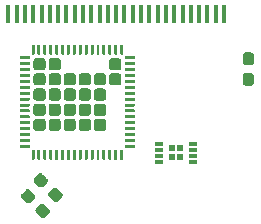
<source format=gbr>
G04 #@! TF.GenerationSoftware,KiCad,Pcbnew,(5.0.1-3-g963ef8bb5)*
G04 #@! TF.CreationDate,2019-01-03T19:12:47-05:00*
G04 #@! TF.ProjectId,neoshiba,6E656F73686962612E6B696361645F70,rev?*
G04 #@! TF.SameCoordinates,Original*
G04 #@! TF.FileFunction,Paste,Top*
G04 #@! TF.FilePolarity,Positive*
%FSLAX46Y46*%
G04 Gerber Fmt 4.6, Leading zero omitted, Abs format (unit mm)*
G04 Created by KiCad (PCBNEW (5.0.1-3-g963ef8bb5)) date Thursday, January 03, 2019 at 07:12:47 PM*
%MOMM*%
%LPD*%
G01*
G04 APERTURE LIST*
%ADD10C,0.100000*%
%ADD11C,1.030000*%
%ADD12C,0.250000*%
%ADD13R,0.500000X0.600000*%
%ADD14R,0.750000X0.300000*%
%ADD15C,0.950000*%
%ADD16R,0.373000X1.509000*%
G04 APERTURE END LIST*
D10*
G04 #@! TO.C,U1*
G36*
X149089505Y-95966204D02*
X149113773Y-95969804D01*
X149137572Y-95975765D01*
X149160671Y-95984030D01*
X149182850Y-95994520D01*
X149203893Y-96007132D01*
X149223599Y-96021747D01*
X149241777Y-96038223D01*
X149258253Y-96056401D01*
X149272868Y-96076107D01*
X149285480Y-96097150D01*
X149295970Y-96119329D01*
X149304235Y-96142428D01*
X149310196Y-96166227D01*
X149313796Y-96190495D01*
X149315000Y-96214999D01*
X149315000Y-96745001D01*
X149313796Y-96769505D01*
X149310196Y-96793773D01*
X149304235Y-96817572D01*
X149295970Y-96840671D01*
X149285480Y-96862850D01*
X149272868Y-96883893D01*
X149258253Y-96903599D01*
X149241777Y-96921777D01*
X149223599Y-96938253D01*
X149203893Y-96952868D01*
X149182850Y-96965480D01*
X149160671Y-96975970D01*
X149137572Y-96984235D01*
X149113773Y-96990196D01*
X149089505Y-96993796D01*
X149065001Y-96995000D01*
X148534999Y-96995000D01*
X148510495Y-96993796D01*
X148486227Y-96990196D01*
X148462428Y-96984235D01*
X148439329Y-96975970D01*
X148417150Y-96965480D01*
X148396107Y-96952868D01*
X148376401Y-96938253D01*
X148358223Y-96921777D01*
X148341747Y-96903599D01*
X148327132Y-96883893D01*
X148314520Y-96862850D01*
X148304030Y-96840671D01*
X148295765Y-96817572D01*
X148289804Y-96793773D01*
X148286204Y-96769505D01*
X148285000Y-96745001D01*
X148285000Y-96214999D01*
X148286204Y-96190495D01*
X148289804Y-96166227D01*
X148295765Y-96142428D01*
X148304030Y-96119329D01*
X148314520Y-96097150D01*
X148327132Y-96076107D01*
X148341747Y-96056401D01*
X148358223Y-96038223D01*
X148376401Y-96021747D01*
X148396107Y-96007132D01*
X148417150Y-95994520D01*
X148439329Y-95984030D01*
X148462428Y-95975765D01*
X148486227Y-95969804D01*
X148510495Y-95966204D01*
X148534999Y-95965000D01*
X149065001Y-95965000D01*
X149089505Y-95966204D01*
X149089505Y-95966204D01*
G37*
D11*
X148800000Y-96480000D03*
D10*
G36*
X150369505Y-95966204D02*
X150393773Y-95969804D01*
X150417572Y-95975765D01*
X150440671Y-95984030D01*
X150462850Y-95994520D01*
X150483893Y-96007132D01*
X150503599Y-96021747D01*
X150521777Y-96038223D01*
X150538253Y-96056401D01*
X150552868Y-96076107D01*
X150565480Y-96097150D01*
X150575970Y-96119329D01*
X150584235Y-96142428D01*
X150590196Y-96166227D01*
X150593796Y-96190495D01*
X150595000Y-96214999D01*
X150595000Y-96745001D01*
X150593796Y-96769505D01*
X150590196Y-96793773D01*
X150584235Y-96817572D01*
X150575970Y-96840671D01*
X150565480Y-96862850D01*
X150552868Y-96883893D01*
X150538253Y-96903599D01*
X150521777Y-96921777D01*
X150503599Y-96938253D01*
X150483893Y-96952868D01*
X150462850Y-96965480D01*
X150440671Y-96975970D01*
X150417572Y-96984235D01*
X150393773Y-96990196D01*
X150369505Y-96993796D01*
X150345001Y-96995000D01*
X149814999Y-96995000D01*
X149790495Y-96993796D01*
X149766227Y-96990196D01*
X149742428Y-96984235D01*
X149719329Y-96975970D01*
X149697150Y-96965480D01*
X149676107Y-96952868D01*
X149656401Y-96938253D01*
X149638223Y-96921777D01*
X149621747Y-96903599D01*
X149607132Y-96883893D01*
X149594520Y-96862850D01*
X149584030Y-96840671D01*
X149575765Y-96817572D01*
X149569804Y-96793773D01*
X149566204Y-96769505D01*
X149565000Y-96745001D01*
X149565000Y-96214999D01*
X149566204Y-96190495D01*
X149569804Y-96166227D01*
X149575765Y-96142428D01*
X149584030Y-96119329D01*
X149594520Y-96097150D01*
X149607132Y-96076107D01*
X149621747Y-96056401D01*
X149638223Y-96038223D01*
X149656401Y-96021747D01*
X149676107Y-96007132D01*
X149697150Y-95994520D01*
X149719329Y-95984030D01*
X149742428Y-95975765D01*
X149766227Y-95969804D01*
X149790495Y-95966204D01*
X149814999Y-95965000D01*
X150345001Y-95965000D01*
X150369505Y-95966204D01*
X150369505Y-95966204D01*
G37*
D11*
X150080000Y-96480000D03*
D10*
G36*
X151649505Y-95966204D02*
X151673773Y-95969804D01*
X151697572Y-95975765D01*
X151720671Y-95984030D01*
X151742850Y-95994520D01*
X151763893Y-96007132D01*
X151783599Y-96021747D01*
X151801777Y-96038223D01*
X151818253Y-96056401D01*
X151832868Y-96076107D01*
X151845480Y-96097150D01*
X151855970Y-96119329D01*
X151864235Y-96142428D01*
X151870196Y-96166227D01*
X151873796Y-96190495D01*
X151875000Y-96214999D01*
X151875000Y-96745001D01*
X151873796Y-96769505D01*
X151870196Y-96793773D01*
X151864235Y-96817572D01*
X151855970Y-96840671D01*
X151845480Y-96862850D01*
X151832868Y-96883893D01*
X151818253Y-96903599D01*
X151801777Y-96921777D01*
X151783599Y-96938253D01*
X151763893Y-96952868D01*
X151742850Y-96965480D01*
X151720671Y-96975970D01*
X151697572Y-96984235D01*
X151673773Y-96990196D01*
X151649505Y-96993796D01*
X151625001Y-96995000D01*
X151094999Y-96995000D01*
X151070495Y-96993796D01*
X151046227Y-96990196D01*
X151022428Y-96984235D01*
X150999329Y-96975970D01*
X150977150Y-96965480D01*
X150956107Y-96952868D01*
X150936401Y-96938253D01*
X150918223Y-96921777D01*
X150901747Y-96903599D01*
X150887132Y-96883893D01*
X150874520Y-96862850D01*
X150864030Y-96840671D01*
X150855765Y-96817572D01*
X150849804Y-96793773D01*
X150846204Y-96769505D01*
X150845000Y-96745001D01*
X150845000Y-96214999D01*
X150846204Y-96190495D01*
X150849804Y-96166227D01*
X150855765Y-96142428D01*
X150864030Y-96119329D01*
X150874520Y-96097150D01*
X150887132Y-96076107D01*
X150901747Y-96056401D01*
X150918223Y-96038223D01*
X150936401Y-96021747D01*
X150956107Y-96007132D01*
X150977150Y-95994520D01*
X150999329Y-95984030D01*
X151022428Y-95975765D01*
X151046227Y-95969804D01*
X151070495Y-95966204D01*
X151094999Y-95965000D01*
X151625001Y-95965000D01*
X151649505Y-95966204D01*
X151649505Y-95966204D01*
G37*
D11*
X151360000Y-96480000D03*
D10*
G36*
X152929505Y-95966204D02*
X152953773Y-95969804D01*
X152977572Y-95975765D01*
X153000671Y-95984030D01*
X153022850Y-95994520D01*
X153043893Y-96007132D01*
X153063599Y-96021747D01*
X153081777Y-96038223D01*
X153098253Y-96056401D01*
X153112868Y-96076107D01*
X153125480Y-96097150D01*
X153135970Y-96119329D01*
X153144235Y-96142428D01*
X153150196Y-96166227D01*
X153153796Y-96190495D01*
X153155000Y-96214999D01*
X153155000Y-96745001D01*
X153153796Y-96769505D01*
X153150196Y-96793773D01*
X153144235Y-96817572D01*
X153135970Y-96840671D01*
X153125480Y-96862850D01*
X153112868Y-96883893D01*
X153098253Y-96903599D01*
X153081777Y-96921777D01*
X153063599Y-96938253D01*
X153043893Y-96952868D01*
X153022850Y-96965480D01*
X153000671Y-96975970D01*
X152977572Y-96984235D01*
X152953773Y-96990196D01*
X152929505Y-96993796D01*
X152905001Y-96995000D01*
X152374999Y-96995000D01*
X152350495Y-96993796D01*
X152326227Y-96990196D01*
X152302428Y-96984235D01*
X152279329Y-96975970D01*
X152257150Y-96965480D01*
X152236107Y-96952868D01*
X152216401Y-96938253D01*
X152198223Y-96921777D01*
X152181747Y-96903599D01*
X152167132Y-96883893D01*
X152154520Y-96862850D01*
X152144030Y-96840671D01*
X152135765Y-96817572D01*
X152129804Y-96793773D01*
X152126204Y-96769505D01*
X152125000Y-96745001D01*
X152125000Y-96214999D01*
X152126204Y-96190495D01*
X152129804Y-96166227D01*
X152135765Y-96142428D01*
X152144030Y-96119329D01*
X152154520Y-96097150D01*
X152167132Y-96076107D01*
X152181747Y-96056401D01*
X152198223Y-96038223D01*
X152216401Y-96021747D01*
X152236107Y-96007132D01*
X152257150Y-95994520D01*
X152279329Y-95984030D01*
X152302428Y-95975765D01*
X152326227Y-95969804D01*
X152350495Y-95966204D01*
X152374999Y-95965000D01*
X152905001Y-95965000D01*
X152929505Y-95966204D01*
X152929505Y-95966204D01*
G37*
D11*
X152640000Y-96480000D03*
D10*
G36*
X154209505Y-95966204D02*
X154233773Y-95969804D01*
X154257572Y-95975765D01*
X154280671Y-95984030D01*
X154302850Y-95994520D01*
X154323893Y-96007132D01*
X154343599Y-96021747D01*
X154361777Y-96038223D01*
X154378253Y-96056401D01*
X154392868Y-96076107D01*
X154405480Y-96097150D01*
X154415970Y-96119329D01*
X154424235Y-96142428D01*
X154430196Y-96166227D01*
X154433796Y-96190495D01*
X154435000Y-96214999D01*
X154435000Y-96745001D01*
X154433796Y-96769505D01*
X154430196Y-96793773D01*
X154424235Y-96817572D01*
X154415970Y-96840671D01*
X154405480Y-96862850D01*
X154392868Y-96883893D01*
X154378253Y-96903599D01*
X154361777Y-96921777D01*
X154343599Y-96938253D01*
X154323893Y-96952868D01*
X154302850Y-96965480D01*
X154280671Y-96975970D01*
X154257572Y-96984235D01*
X154233773Y-96990196D01*
X154209505Y-96993796D01*
X154185001Y-96995000D01*
X153654999Y-96995000D01*
X153630495Y-96993796D01*
X153606227Y-96990196D01*
X153582428Y-96984235D01*
X153559329Y-96975970D01*
X153537150Y-96965480D01*
X153516107Y-96952868D01*
X153496401Y-96938253D01*
X153478223Y-96921777D01*
X153461747Y-96903599D01*
X153447132Y-96883893D01*
X153434520Y-96862850D01*
X153424030Y-96840671D01*
X153415765Y-96817572D01*
X153409804Y-96793773D01*
X153406204Y-96769505D01*
X153405000Y-96745001D01*
X153405000Y-96214999D01*
X153406204Y-96190495D01*
X153409804Y-96166227D01*
X153415765Y-96142428D01*
X153424030Y-96119329D01*
X153434520Y-96097150D01*
X153447132Y-96076107D01*
X153461747Y-96056401D01*
X153478223Y-96038223D01*
X153496401Y-96021747D01*
X153516107Y-96007132D01*
X153537150Y-95994520D01*
X153559329Y-95984030D01*
X153582428Y-95975765D01*
X153606227Y-95969804D01*
X153630495Y-95966204D01*
X153654999Y-95965000D01*
X154185001Y-95965000D01*
X154209505Y-95966204D01*
X154209505Y-95966204D01*
G37*
D11*
X153920000Y-96480000D03*
D10*
G36*
X149089505Y-94686204D02*
X149113773Y-94689804D01*
X149137572Y-94695765D01*
X149160671Y-94704030D01*
X149182850Y-94714520D01*
X149203893Y-94727132D01*
X149223599Y-94741747D01*
X149241777Y-94758223D01*
X149258253Y-94776401D01*
X149272868Y-94796107D01*
X149285480Y-94817150D01*
X149295970Y-94839329D01*
X149304235Y-94862428D01*
X149310196Y-94886227D01*
X149313796Y-94910495D01*
X149315000Y-94934999D01*
X149315000Y-95465001D01*
X149313796Y-95489505D01*
X149310196Y-95513773D01*
X149304235Y-95537572D01*
X149295970Y-95560671D01*
X149285480Y-95582850D01*
X149272868Y-95603893D01*
X149258253Y-95623599D01*
X149241777Y-95641777D01*
X149223599Y-95658253D01*
X149203893Y-95672868D01*
X149182850Y-95685480D01*
X149160671Y-95695970D01*
X149137572Y-95704235D01*
X149113773Y-95710196D01*
X149089505Y-95713796D01*
X149065001Y-95715000D01*
X148534999Y-95715000D01*
X148510495Y-95713796D01*
X148486227Y-95710196D01*
X148462428Y-95704235D01*
X148439329Y-95695970D01*
X148417150Y-95685480D01*
X148396107Y-95672868D01*
X148376401Y-95658253D01*
X148358223Y-95641777D01*
X148341747Y-95623599D01*
X148327132Y-95603893D01*
X148314520Y-95582850D01*
X148304030Y-95560671D01*
X148295765Y-95537572D01*
X148289804Y-95513773D01*
X148286204Y-95489505D01*
X148285000Y-95465001D01*
X148285000Y-94934999D01*
X148286204Y-94910495D01*
X148289804Y-94886227D01*
X148295765Y-94862428D01*
X148304030Y-94839329D01*
X148314520Y-94817150D01*
X148327132Y-94796107D01*
X148341747Y-94776401D01*
X148358223Y-94758223D01*
X148376401Y-94741747D01*
X148396107Y-94727132D01*
X148417150Y-94714520D01*
X148439329Y-94704030D01*
X148462428Y-94695765D01*
X148486227Y-94689804D01*
X148510495Y-94686204D01*
X148534999Y-94685000D01*
X149065001Y-94685000D01*
X149089505Y-94686204D01*
X149089505Y-94686204D01*
G37*
D11*
X148800000Y-95200000D03*
D10*
G36*
X150369505Y-94686204D02*
X150393773Y-94689804D01*
X150417572Y-94695765D01*
X150440671Y-94704030D01*
X150462850Y-94714520D01*
X150483893Y-94727132D01*
X150503599Y-94741747D01*
X150521777Y-94758223D01*
X150538253Y-94776401D01*
X150552868Y-94796107D01*
X150565480Y-94817150D01*
X150575970Y-94839329D01*
X150584235Y-94862428D01*
X150590196Y-94886227D01*
X150593796Y-94910495D01*
X150595000Y-94934999D01*
X150595000Y-95465001D01*
X150593796Y-95489505D01*
X150590196Y-95513773D01*
X150584235Y-95537572D01*
X150575970Y-95560671D01*
X150565480Y-95582850D01*
X150552868Y-95603893D01*
X150538253Y-95623599D01*
X150521777Y-95641777D01*
X150503599Y-95658253D01*
X150483893Y-95672868D01*
X150462850Y-95685480D01*
X150440671Y-95695970D01*
X150417572Y-95704235D01*
X150393773Y-95710196D01*
X150369505Y-95713796D01*
X150345001Y-95715000D01*
X149814999Y-95715000D01*
X149790495Y-95713796D01*
X149766227Y-95710196D01*
X149742428Y-95704235D01*
X149719329Y-95695970D01*
X149697150Y-95685480D01*
X149676107Y-95672868D01*
X149656401Y-95658253D01*
X149638223Y-95641777D01*
X149621747Y-95623599D01*
X149607132Y-95603893D01*
X149594520Y-95582850D01*
X149584030Y-95560671D01*
X149575765Y-95537572D01*
X149569804Y-95513773D01*
X149566204Y-95489505D01*
X149565000Y-95465001D01*
X149565000Y-94934999D01*
X149566204Y-94910495D01*
X149569804Y-94886227D01*
X149575765Y-94862428D01*
X149584030Y-94839329D01*
X149594520Y-94817150D01*
X149607132Y-94796107D01*
X149621747Y-94776401D01*
X149638223Y-94758223D01*
X149656401Y-94741747D01*
X149676107Y-94727132D01*
X149697150Y-94714520D01*
X149719329Y-94704030D01*
X149742428Y-94695765D01*
X149766227Y-94689804D01*
X149790495Y-94686204D01*
X149814999Y-94685000D01*
X150345001Y-94685000D01*
X150369505Y-94686204D01*
X150369505Y-94686204D01*
G37*
D11*
X150080000Y-95200000D03*
D10*
G36*
X151649505Y-94686204D02*
X151673773Y-94689804D01*
X151697572Y-94695765D01*
X151720671Y-94704030D01*
X151742850Y-94714520D01*
X151763893Y-94727132D01*
X151783599Y-94741747D01*
X151801777Y-94758223D01*
X151818253Y-94776401D01*
X151832868Y-94796107D01*
X151845480Y-94817150D01*
X151855970Y-94839329D01*
X151864235Y-94862428D01*
X151870196Y-94886227D01*
X151873796Y-94910495D01*
X151875000Y-94934999D01*
X151875000Y-95465001D01*
X151873796Y-95489505D01*
X151870196Y-95513773D01*
X151864235Y-95537572D01*
X151855970Y-95560671D01*
X151845480Y-95582850D01*
X151832868Y-95603893D01*
X151818253Y-95623599D01*
X151801777Y-95641777D01*
X151783599Y-95658253D01*
X151763893Y-95672868D01*
X151742850Y-95685480D01*
X151720671Y-95695970D01*
X151697572Y-95704235D01*
X151673773Y-95710196D01*
X151649505Y-95713796D01*
X151625001Y-95715000D01*
X151094999Y-95715000D01*
X151070495Y-95713796D01*
X151046227Y-95710196D01*
X151022428Y-95704235D01*
X150999329Y-95695970D01*
X150977150Y-95685480D01*
X150956107Y-95672868D01*
X150936401Y-95658253D01*
X150918223Y-95641777D01*
X150901747Y-95623599D01*
X150887132Y-95603893D01*
X150874520Y-95582850D01*
X150864030Y-95560671D01*
X150855765Y-95537572D01*
X150849804Y-95513773D01*
X150846204Y-95489505D01*
X150845000Y-95465001D01*
X150845000Y-94934999D01*
X150846204Y-94910495D01*
X150849804Y-94886227D01*
X150855765Y-94862428D01*
X150864030Y-94839329D01*
X150874520Y-94817150D01*
X150887132Y-94796107D01*
X150901747Y-94776401D01*
X150918223Y-94758223D01*
X150936401Y-94741747D01*
X150956107Y-94727132D01*
X150977150Y-94714520D01*
X150999329Y-94704030D01*
X151022428Y-94695765D01*
X151046227Y-94689804D01*
X151070495Y-94686204D01*
X151094999Y-94685000D01*
X151625001Y-94685000D01*
X151649505Y-94686204D01*
X151649505Y-94686204D01*
G37*
D11*
X151360000Y-95200000D03*
D10*
G36*
X152929505Y-94686204D02*
X152953773Y-94689804D01*
X152977572Y-94695765D01*
X153000671Y-94704030D01*
X153022850Y-94714520D01*
X153043893Y-94727132D01*
X153063599Y-94741747D01*
X153081777Y-94758223D01*
X153098253Y-94776401D01*
X153112868Y-94796107D01*
X153125480Y-94817150D01*
X153135970Y-94839329D01*
X153144235Y-94862428D01*
X153150196Y-94886227D01*
X153153796Y-94910495D01*
X153155000Y-94934999D01*
X153155000Y-95465001D01*
X153153796Y-95489505D01*
X153150196Y-95513773D01*
X153144235Y-95537572D01*
X153135970Y-95560671D01*
X153125480Y-95582850D01*
X153112868Y-95603893D01*
X153098253Y-95623599D01*
X153081777Y-95641777D01*
X153063599Y-95658253D01*
X153043893Y-95672868D01*
X153022850Y-95685480D01*
X153000671Y-95695970D01*
X152977572Y-95704235D01*
X152953773Y-95710196D01*
X152929505Y-95713796D01*
X152905001Y-95715000D01*
X152374999Y-95715000D01*
X152350495Y-95713796D01*
X152326227Y-95710196D01*
X152302428Y-95704235D01*
X152279329Y-95695970D01*
X152257150Y-95685480D01*
X152236107Y-95672868D01*
X152216401Y-95658253D01*
X152198223Y-95641777D01*
X152181747Y-95623599D01*
X152167132Y-95603893D01*
X152154520Y-95582850D01*
X152144030Y-95560671D01*
X152135765Y-95537572D01*
X152129804Y-95513773D01*
X152126204Y-95489505D01*
X152125000Y-95465001D01*
X152125000Y-94934999D01*
X152126204Y-94910495D01*
X152129804Y-94886227D01*
X152135765Y-94862428D01*
X152144030Y-94839329D01*
X152154520Y-94817150D01*
X152167132Y-94796107D01*
X152181747Y-94776401D01*
X152198223Y-94758223D01*
X152216401Y-94741747D01*
X152236107Y-94727132D01*
X152257150Y-94714520D01*
X152279329Y-94704030D01*
X152302428Y-94695765D01*
X152326227Y-94689804D01*
X152350495Y-94686204D01*
X152374999Y-94685000D01*
X152905001Y-94685000D01*
X152929505Y-94686204D01*
X152929505Y-94686204D01*
G37*
D11*
X152640000Y-95200000D03*
D10*
G36*
X154209505Y-94686204D02*
X154233773Y-94689804D01*
X154257572Y-94695765D01*
X154280671Y-94704030D01*
X154302850Y-94714520D01*
X154323893Y-94727132D01*
X154343599Y-94741747D01*
X154361777Y-94758223D01*
X154378253Y-94776401D01*
X154392868Y-94796107D01*
X154405480Y-94817150D01*
X154415970Y-94839329D01*
X154424235Y-94862428D01*
X154430196Y-94886227D01*
X154433796Y-94910495D01*
X154435000Y-94934999D01*
X154435000Y-95465001D01*
X154433796Y-95489505D01*
X154430196Y-95513773D01*
X154424235Y-95537572D01*
X154415970Y-95560671D01*
X154405480Y-95582850D01*
X154392868Y-95603893D01*
X154378253Y-95623599D01*
X154361777Y-95641777D01*
X154343599Y-95658253D01*
X154323893Y-95672868D01*
X154302850Y-95685480D01*
X154280671Y-95695970D01*
X154257572Y-95704235D01*
X154233773Y-95710196D01*
X154209505Y-95713796D01*
X154185001Y-95715000D01*
X153654999Y-95715000D01*
X153630495Y-95713796D01*
X153606227Y-95710196D01*
X153582428Y-95704235D01*
X153559329Y-95695970D01*
X153537150Y-95685480D01*
X153516107Y-95672868D01*
X153496401Y-95658253D01*
X153478223Y-95641777D01*
X153461747Y-95623599D01*
X153447132Y-95603893D01*
X153434520Y-95582850D01*
X153424030Y-95560671D01*
X153415765Y-95537572D01*
X153409804Y-95513773D01*
X153406204Y-95489505D01*
X153405000Y-95465001D01*
X153405000Y-94934999D01*
X153406204Y-94910495D01*
X153409804Y-94886227D01*
X153415765Y-94862428D01*
X153424030Y-94839329D01*
X153434520Y-94817150D01*
X153447132Y-94796107D01*
X153461747Y-94776401D01*
X153478223Y-94758223D01*
X153496401Y-94741747D01*
X153516107Y-94727132D01*
X153537150Y-94714520D01*
X153559329Y-94704030D01*
X153582428Y-94695765D01*
X153606227Y-94689804D01*
X153630495Y-94686204D01*
X153654999Y-94685000D01*
X154185001Y-94685000D01*
X154209505Y-94686204D01*
X154209505Y-94686204D01*
G37*
D11*
X153920000Y-95200000D03*
D10*
G36*
X149089505Y-93406204D02*
X149113773Y-93409804D01*
X149137572Y-93415765D01*
X149160671Y-93424030D01*
X149182850Y-93434520D01*
X149203893Y-93447132D01*
X149223599Y-93461747D01*
X149241777Y-93478223D01*
X149258253Y-93496401D01*
X149272868Y-93516107D01*
X149285480Y-93537150D01*
X149295970Y-93559329D01*
X149304235Y-93582428D01*
X149310196Y-93606227D01*
X149313796Y-93630495D01*
X149315000Y-93654999D01*
X149315000Y-94185001D01*
X149313796Y-94209505D01*
X149310196Y-94233773D01*
X149304235Y-94257572D01*
X149295970Y-94280671D01*
X149285480Y-94302850D01*
X149272868Y-94323893D01*
X149258253Y-94343599D01*
X149241777Y-94361777D01*
X149223599Y-94378253D01*
X149203893Y-94392868D01*
X149182850Y-94405480D01*
X149160671Y-94415970D01*
X149137572Y-94424235D01*
X149113773Y-94430196D01*
X149089505Y-94433796D01*
X149065001Y-94435000D01*
X148534999Y-94435000D01*
X148510495Y-94433796D01*
X148486227Y-94430196D01*
X148462428Y-94424235D01*
X148439329Y-94415970D01*
X148417150Y-94405480D01*
X148396107Y-94392868D01*
X148376401Y-94378253D01*
X148358223Y-94361777D01*
X148341747Y-94343599D01*
X148327132Y-94323893D01*
X148314520Y-94302850D01*
X148304030Y-94280671D01*
X148295765Y-94257572D01*
X148289804Y-94233773D01*
X148286204Y-94209505D01*
X148285000Y-94185001D01*
X148285000Y-93654999D01*
X148286204Y-93630495D01*
X148289804Y-93606227D01*
X148295765Y-93582428D01*
X148304030Y-93559329D01*
X148314520Y-93537150D01*
X148327132Y-93516107D01*
X148341747Y-93496401D01*
X148358223Y-93478223D01*
X148376401Y-93461747D01*
X148396107Y-93447132D01*
X148417150Y-93434520D01*
X148439329Y-93424030D01*
X148462428Y-93415765D01*
X148486227Y-93409804D01*
X148510495Y-93406204D01*
X148534999Y-93405000D01*
X149065001Y-93405000D01*
X149089505Y-93406204D01*
X149089505Y-93406204D01*
G37*
D11*
X148800000Y-93920000D03*
D10*
G36*
X150369505Y-93406204D02*
X150393773Y-93409804D01*
X150417572Y-93415765D01*
X150440671Y-93424030D01*
X150462850Y-93434520D01*
X150483893Y-93447132D01*
X150503599Y-93461747D01*
X150521777Y-93478223D01*
X150538253Y-93496401D01*
X150552868Y-93516107D01*
X150565480Y-93537150D01*
X150575970Y-93559329D01*
X150584235Y-93582428D01*
X150590196Y-93606227D01*
X150593796Y-93630495D01*
X150595000Y-93654999D01*
X150595000Y-94185001D01*
X150593796Y-94209505D01*
X150590196Y-94233773D01*
X150584235Y-94257572D01*
X150575970Y-94280671D01*
X150565480Y-94302850D01*
X150552868Y-94323893D01*
X150538253Y-94343599D01*
X150521777Y-94361777D01*
X150503599Y-94378253D01*
X150483893Y-94392868D01*
X150462850Y-94405480D01*
X150440671Y-94415970D01*
X150417572Y-94424235D01*
X150393773Y-94430196D01*
X150369505Y-94433796D01*
X150345001Y-94435000D01*
X149814999Y-94435000D01*
X149790495Y-94433796D01*
X149766227Y-94430196D01*
X149742428Y-94424235D01*
X149719329Y-94415970D01*
X149697150Y-94405480D01*
X149676107Y-94392868D01*
X149656401Y-94378253D01*
X149638223Y-94361777D01*
X149621747Y-94343599D01*
X149607132Y-94323893D01*
X149594520Y-94302850D01*
X149584030Y-94280671D01*
X149575765Y-94257572D01*
X149569804Y-94233773D01*
X149566204Y-94209505D01*
X149565000Y-94185001D01*
X149565000Y-93654999D01*
X149566204Y-93630495D01*
X149569804Y-93606227D01*
X149575765Y-93582428D01*
X149584030Y-93559329D01*
X149594520Y-93537150D01*
X149607132Y-93516107D01*
X149621747Y-93496401D01*
X149638223Y-93478223D01*
X149656401Y-93461747D01*
X149676107Y-93447132D01*
X149697150Y-93434520D01*
X149719329Y-93424030D01*
X149742428Y-93415765D01*
X149766227Y-93409804D01*
X149790495Y-93406204D01*
X149814999Y-93405000D01*
X150345001Y-93405000D01*
X150369505Y-93406204D01*
X150369505Y-93406204D01*
G37*
D11*
X150080000Y-93920000D03*
D10*
G36*
X151649505Y-93406204D02*
X151673773Y-93409804D01*
X151697572Y-93415765D01*
X151720671Y-93424030D01*
X151742850Y-93434520D01*
X151763893Y-93447132D01*
X151783599Y-93461747D01*
X151801777Y-93478223D01*
X151818253Y-93496401D01*
X151832868Y-93516107D01*
X151845480Y-93537150D01*
X151855970Y-93559329D01*
X151864235Y-93582428D01*
X151870196Y-93606227D01*
X151873796Y-93630495D01*
X151875000Y-93654999D01*
X151875000Y-94185001D01*
X151873796Y-94209505D01*
X151870196Y-94233773D01*
X151864235Y-94257572D01*
X151855970Y-94280671D01*
X151845480Y-94302850D01*
X151832868Y-94323893D01*
X151818253Y-94343599D01*
X151801777Y-94361777D01*
X151783599Y-94378253D01*
X151763893Y-94392868D01*
X151742850Y-94405480D01*
X151720671Y-94415970D01*
X151697572Y-94424235D01*
X151673773Y-94430196D01*
X151649505Y-94433796D01*
X151625001Y-94435000D01*
X151094999Y-94435000D01*
X151070495Y-94433796D01*
X151046227Y-94430196D01*
X151022428Y-94424235D01*
X150999329Y-94415970D01*
X150977150Y-94405480D01*
X150956107Y-94392868D01*
X150936401Y-94378253D01*
X150918223Y-94361777D01*
X150901747Y-94343599D01*
X150887132Y-94323893D01*
X150874520Y-94302850D01*
X150864030Y-94280671D01*
X150855765Y-94257572D01*
X150849804Y-94233773D01*
X150846204Y-94209505D01*
X150845000Y-94185001D01*
X150845000Y-93654999D01*
X150846204Y-93630495D01*
X150849804Y-93606227D01*
X150855765Y-93582428D01*
X150864030Y-93559329D01*
X150874520Y-93537150D01*
X150887132Y-93516107D01*
X150901747Y-93496401D01*
X150918223Y-93478223D01*
X150936401Y-93461747D01*
X150956107Y-93447132D01*
X150977150Y-93434520D01*
X150999329Y-93424030D01*
X151022428Y-93415765D01*
X151046227Y-93409804D01*
X151070495Y-93406204D01*
X151094999Y-93405000D01*
X151625001Y-93405000D01*
X151649505Y-93406204D01*
X151649505Y-93406204D01*
G37*
D11*
X151360000Y-93920000D03*
D10*
G36*
X152929505Y-93406204D02*
X152953773Y-93409804D01*
X152977572Y-93415765D01*
X153000671Y-93424030D01*
X153022850Y-93434520D01*
X153043893Y-93447132D01*
X153063599Y-93461747D01*
X153081777Y-93478223D01*
X153098253Y-93496401D01*
X153112868Y-93516107D01*
X153125480Y-93537150D01*
X153135970Y-93559329D01*
X153144235Y-93582428D01*
X153150196Y-93606227D01*
X153153796Y-93630495D01*
X153155000Y-93654999D01*
X153155000Y-94185001D01*
X153153796Y-94209505D01*
X153150196Y-94233773D01*
X153144235Y-94257572D01*
X153135970Y-94280671D01*
X153125480Y-94302850D01*
X153112868Y-94323893D01*
X153098253Y-94343599D01*
X153081777Y-94361777D01*
X153063599Y-94378253D01*
X153043893Y-94392868D01*
X153022850Y-94405480D01*
X153000671Y-94415970D01*
X152977572Y-94424235D01*
X152953773Y-94430196D01*
X152929505Y-94433796D01*
X152905001Y-94435000D01*
X152374999Y-94435000D01*
X152350495Y-94433796D01*
X152326227Y-94430196D01*
X152302428Y-94424235D01*
X152279329Y-94415970D01*
X152257150Y-94405480D01*
X152236107Y-94392868D01*
X152216401Y-94378253D01*
X152198223Y-94361777D01*
X152181747Y-94343599D01*
X152167132Y-94323893D01*
X152154520Y-94302850D01*
X152144030Y-94280671D01*
X152135765Y-94257572D01*
X152129804Y-94233773D01*
X152126204Y-94209505D01*
X152125000Y-94185001D01*
X152125000Y-93654999D01*
X152126204Y-93630495D01*
X152129804Y-93606227D01*
X152135765Y-93582428D01*
X152144030Y-93559329D01*
X152154520Y-93537150D01*
X152167132Y-93516107D01*
X152181747Y-93496401D01*
X152198223Y-93478223D01*
X152216401Y-93461747D01*
X152236107Y-93447132D01*
X152257150Y-93434520D01*
X152279329Y-93424030D01*
X152302428Y-93415765D01*
X152326227Y-93409804D01*
X152350495Y-93406204D01*
X152374999Y-93405000D01*
X152905001Y-93405000D01*
X152929505Y-93406204D01*
X152929505Y-93406204D01*
G37*
D11*
X152640000Y-93920000D03*
D10*
G36*
X154209505Y-93406204D02*
X154233773Y-93409804D01*
X154257572Y-93415765D01*
X154280671Y-93424030D01*
X154302850Y-93434520D01*
X154323893Y-93447132D01*
X154343599Y-93461747D01*
X154361777Y-93478223D01*
X154378253Y-93496401D01*
X154392868Y-93516107D01*
X154405480Y-93537150D01*
X154415970Y-93559329D01*
X154424235Y-93582428D01*
X154430196Y-93606227D01*
X154433796Y-93630495D01*
X154435000Y-93654999D01*
X154435000Y-94185001D01*
X154433796Y-94209505D01*
X154430196Y-94233773D01*
X154424235Y-94257572D01*
X154415970Y-94280671D01*
X154405480Y-94302850D01*
X154392868Y-94323893D01*
X154378253Y-94343599D01*
X154361777Y-94361777D01*
X154343599Y-94378253D01*
X154323893Y-94392868D01*
X154302850Y-94405480D01*
X154280671Y-94415970D01*
X154257572Y-94424235D01*
X154233773Y-94430196D01*
X154209505Y-94433796D01*
X154185001Y-94435000D01*
X153654999Y-94435000D01*
X153630495Y-94433796D01*
X153606227Y-94430196D01*
X153582428Y-94424235D01*
X153559329Y-94415970D01*
X153537150Y-94405480D01*
X153516107Y-94392868D01*
X153496401Y-94378253D01*
X153478223Y-94361777D01*
X153461747Y-94343599D01*
X153447132Y-94323893D01*
X153434520Y-94302850D01*
X153424030Y-94280671D01*
X153415765Y-94257572D01*
X153409804Y-94233773D01*
X153406204Y-94209505D01*
X153405000Y-94185001D01*
X153405000Y-93654999D01*
X153406204Y-93630495D01*
X153409804Y-93606227D01*
X153415765Y-93582428D01*
X153424030Y-93559329D01*
X153434520Y-93537150D01*
X153447132Y-93516107D01*
X153461747Y-93496401D01*
X153478223Y-93478223D01*
X153496401Y-93461747D01*
X153516107Y-93447132D01*
X153537150Y-93434520D01*
X153559329Y-93424030D01*
X153582428Y-93415765D01*
X153606227Y-93409804D01*
X153630495Y-93406204D01*
X153654999Y-93405000D01*
X154185001Y-93405000D01*
X154209505Y-93406204D01*
X154209505Y-93406204D01*
G37*
D11*
X153920000Y-93920000D03*
D10*
G36*
X149089505Y-92126204D02*
X149113773Y-92129804D01*
X149137572Y-92135765D01*
X149160671Y-92144030D01*
X149182850Y-92154520D01*
X149203893Y-92167132D01*
X149223599Y-92181747D01*
X149241777Y-92198223D01*
X149258253Y-92216401D01*
X149272868Y-92236107D01*
X149285480Y-92257150D01*
X149295970Y-92279329D01*
X149304235Y-92302428D01*
X149310196Y-92326227D01*
X149313796Y-92350495D01*
X149315000Y-92374999D01*
X149315000Y-92905001D01*
X149313796Y-92929505D01*
X149310196Y-92953773D01*
X149304235Y-92977572D01*
X149295970Y-93000671D01*
X149285480Y-93022850D01*
X149272868Y-93043893D01*
X149258253Y-93063599D01*
X149241777Y-93081777D01*
X149223599Y-93098253D01*
X149203893Y-93112868D01*
X149182850Y-93125480D01*
X149160671Y-93135970D01*
X149137572Y-93144235D01*
X149113773Y-93150196D01*
X149089505Y-93153796D01*
X149065001Y-93155000D01*
X148534999Y-93155000D01*
X148510495Y-93153796D01*
X148486227Y-93150196D01*
X148462428Y-93144235D01*
X148439329Y-93135970D01*
X148417150Y-93125480D01*
X148396107Y-93112868D01*
X148376401Y-93098253D01*
X148358223Y-93081777D01*
X148341747Y-93063599D01*
X148327132Y-93043893D01*
X148314520Y-93022850D01*
X148304030Y-93000671D01*
X148295765Y-92977572D01*
X148289804Y-92953773D01*
X148286204Y-92929505D01*
X148285000Y-92905001D01*
X148285000Y-92374999D01*
X148286204Y-92350495D01*
X148289804Y-92326227D01*
X148295765Y-92302428D01*
X148304030Y-92279329D01*
X148314520Y-92257150D01*
X148327132Y-92236107D01*
X148341747Y-92216401D01*
X148358223Y-92198223D01*
X148376401Y-92181747D01*
X148396107Y-92167132D01*
X148417150Y-92154520D01*
X148439329Y-92144030D01*
X148462428Y-92135765D01*
X148486227Y-92129804D01*
X148510495Y-92126204D01*
X148534999Y-92125000D01*
X149065001Y-92125000D01*
X149089505Y-92126204D01*
X149089505Y-92126204D01*
G37*
D11*
X148800000Y-92640000D03*
D10*
G36*
X150369505Y-92126204D02*
X150393773Y-92129804D01*
X150417572Y-92135765D01*
X150440671Y-92144030D01*
X150462850Y-92154520D01*
X150483893Y-92167132D01*
X150503599Y-92181747D01*
X150521777Y-92198223D01*
X150538253Y-92216401D01*
X150552868Y-92236107D01*
X150565480Y-92257150D01*
X150575970Y-92279329D01*
X150584235Y-92302428D01*
X150590196Y-92326227D01*
X150593796Y-92350495D01*
X150595000Y-92374999D01*
X150595000Y-92905001D01*
X150593796Y-92929505D01*
X150590196Y-92953773D01*
X150584235Y-92977572D01*
X150575970Y-93000671D01*
X150565480Y-93022850D01*
X150552868Y-93043893D01*
X150538253Y-93063599D01*
X150521777Y-93081777D01*
X150503599Y-93098253D01*
X150483893Y-93112868D01*
X150462850Y-93125480D01*
X150440671Y-93135970D01*
X150417572Y-93144235D01*
X150393773Y-93150196D01*
X150369505Y-93153796D01*
X150345001Y-93155000D01*
X149814999Y-93155000D01*
X149790495Y-93153796D01*
X149766227Y-93150196D01*
X149742428Y-93144235D01*
X149719329Y-93135970D01*
X149697150Y-93125480D01*
X149676107Y-93112868D01*
X149656401Y-93098253D01*
X149638223Y-93081777D01*
X149621747Y-93063599D01*
X149607132Y-93043893D01*
X149594520Y-93022850D01*
X149584030Y-93000671D01*
X149575765Y-92977572D01*
X149569804Y-92953773D01*
X149566204Y-92929505D01*
X149565000Y-92905001D01*
X149565000Y-92374999D01*
X149566204Y-92350495D01*
X149569804Y-92326227D01*
X149575765Y-92302428D01*
X149584030Y-92279329D01*
X149594520Y-92257150D01*
X149607132Y-92236107D01*
X149621747Y-92216401D01*
X149638223Y-92198223D01*
X149656401Y-92181747D01*
X149676107Y-92167132D01*
X149697150Y-92154520D01*
X149719329Y-92144030D01*
X149742428Y-92135765D01*
X149766227Y-92129804D01*
X149790495Y-92126204D01*
X149814999Y-92125000D01*
X150345001Y-92125000D01*
X150369505Y-92126204D01*
X150369505Y-92126204D01*
G37*
D11*
X150080000Y-92640000D03*
D10*
G36*
X151649505Y-92126204D02*
X151673773Y-92129804D01*
X151697572Y-92135765D01*
X151720671Y-92144030D01*
X151742850Y-92154520D01*
X151763893Y-92167132D01*
X151783599Y-92181747D01*
X151801777Y-92198223D01*
X151818253Y-92216401D01*
X151832868Y-92236107D01*
X151845480Y-92257150D01*
X151855970Y-92279329D01*
X151864235Y-92302428D01*
X151870196Y-92326227D01*
X151873796Y-92350495D01*
X151875000Y-92374999D01*
X151875000Y-92905001D01*
X151873796Y-92929505D01*
X151870196Y-92953773D01*
X151864235Y-92977572D01*
X151855970Y-93000671D01*
X151845480Y-93022850D01*
X151832868Y-93043893D01*
X151818253Y-93063599D01*
X151801777Y-93081777D01*
X151783599Y-93098253D01*
X151763893Y-93112868D01*
X151742850Y-93125480D01*
X151720671Y-93135970D01*
X151697572Y-93144235D01*
X151673773Y-93150196D01*
X151649505Y-93153796D01*
X151625001Y-93155000D01*
X151094999Y-93155000D01*
X151070495Y-93153796D01*
X151046227Y-93150196D01*
X151022428Y-93144235D01*
X150999329Y-93135970D01*
X150977150Y-93125480D01*
X150956107Y-93112868D01*
X150936401Y-93098253D01*
X150918223Y-93081777D01*
X150901747Y-93063599D01*
X150887132Y-93043893D01*
X150874520Y-93022850D01*
X150864030Y-93000671D01*
X150855765Y-92977572D01*
X150849804Y-92953773D01*
X150846204Y-92929505D01*
X150845000Y-92905001D01*
X150845000Y-92374999D01*
X150846204Y-92350495D01*
X150849804Y-92326227D01*
X150855765Y-92302428D01*
X150864030Y-92279329D01*
X150874520Y-92257150D01*
X150887132Y-92236107D01*
X150901747Y-92216401D01*
X150918223Y-92198223D01*
X150936401Y-92181747D01*
X150956107Y-92167132D01*
X150977150Y-92154520D01*
X150999329Y-92144030D01*
X151022428Y-92135765D01*
X151046227Y-92129804D01*
X151070495Y-92126204D01*
X151094999Y-92125000D01*
X151625001Y-92125000D01*
X151649505Y-92126204D01*
X151649505Y-92126204D01*
G37*
D11*
X151360000Y-92640000D03*
D10*
G36*
X152929505Y-92126204D02*
X152953773Y-92129804D01*
X152977572Y-92135765D01*
X153000671Y-92144030D01*
X153022850Y-92154520D01*
X153043893Y-92167132D01*
X153063599Y-92181747D01*
X153081777Y-92198223D01*
X153098253Y-92216401D01*
X153112868Y-92236107D01*
X153125480Y-92257150D01*
X153135970Y-92279329D01*
X153144235Y-92302428D01*
X153150196Y-92326227D01*
X153153796Y-92350495D01*
X153155000Y-92374999D01*
X153155000Y-92905001D01*
X153153796Y-92929505D01*
X153150196Y-92953773D01*
X153144235Y-92977572D01*
X153135970Y-93000671D01*
X153125480Y-93022850D01*
X153112868Y-93043893D01*
X153098253Y-93063599D01*
X153081777Y-93081777D01*
X153063599Y-93098253D01*
X153043893Y-93112868D01*
X153022850Y-93125480D01*
X153000671Y-93135970D01*
X152977572Y-93144235D01*
X152953773Y-93150196D01*
X152929505Y-93153796D01*
X152905001Y-93155000D01*
X152374999Y-93155000D01*
X152350495Y-93153796D01*
X152326227Y-93150196D01*
X152302428Y-93144235D01*
X152279329Y-93135970D01*
X152257150Y-93125480D01*
X152236107Y-93112868D01*
X152216401Y-93098253D01*
X152198223Y-93081777D01*
X152181747Y-93063599D01*
X152167132Y-93043893D01*
X152154520Y-93022850D01*
X152144030Y-93000671D01*
X152135765Y-92977572D01*
X152129804Y-92953773D01*
X152126204Y-92929505D01*
X152125000Y-92905001D01*
X152125000Y-92374999D01*
X152126204Y-92350495D01*
X152129804Y-92326227D01*
X152135765Y-92302428D01*
X152144030Y-92279329D01*
X152154520Y-92257150D01*
X152167132Y-92236107D01*
X152181747Y-92216401D01*
X152198223Y-92198223D01*
X152216401Y-92181747D01*
X152236107Y-92167132D01*
X152257150Y-92154520D01*
X152279329Y-92144030D01*
X152302428Y-92135765D01*
X152326227Y-92129804D01*
X152350495Y-92126204D01*
X152374999Y-92125000D01*
X152905001Y-92125000D01*
X152929505Y-92126204D01*
X152929505Y-92126204D01*
G37*
D11*
X152640000Y-92640000D03*
D10*
G36*
X154209505Y-92126204D02*
X154233773Y-92129804D01*
X154257572Y-92135765D01*
X154280671Y-92144030D01*
X154302850Y-92154520D01*
X154323893Y-92167132D01*
X154343599Y-92181747D01*
X154361777Y-92198223D01*
X154378253Y-92216401D01*
X154392868Y-92236107D01*
X154405480Y-92257150D01*
X154415970Y-92279329D01*
X154424235Y-92302428D01*
X154430196Y-92326227D01*
X154433796Y-92350495D01*
X154435000Y-92374999D01*
X154435000Y-92905001D01*
X154433796Y-92929505D01*
X154430196Y-92953773D01*
X154424235Y-92977572D01*
X154415970Y-93000671D01*
X154405480Y-93022850D01*
X154392868Y-93043893D01*
X154378253Y-93063599D01*
X154361777Y-93081777D01*
X154343599Y-93098253D01*
X154323893Y-93112868D01*
X154302850Y-93125480D01*
X154280671Y-93135970D01*
X154257572Y-93144235D01*
X154233773Y-93150196D01*
X154209505Y-93153796D01*
X154185001Y-93155000D01*
X153654999Y-93155000D01*
X153630495Y-93153796D01*
X153606227Y-93150196D01*
X153582428Y-93144235D01*
X153559329Y-93135970D01*
X153537150Y-93125480D01*
X153516107Y-93112868D01*
X153496401Y-93098253D01*
X153478223Y-93081777D01*
X153461747Y-93063599D01*
X153447132Y-93043893D01*
X153434520Y-93022850D01*
X153424030Y-93000671D01*
X153415765Y-92977572D01*
X153409804Y-92953773D01*
X153406204Y-92929505D01*
X153405000Y-92905001D01*
X153405000Y-92374999D01*
X153406204Y-92350495D01*
X153409804Y-92326227D01*
X153415765Y-92302428D01*
X153424030Y-92279329D01*
X153434520Y-92257150D01*
X153447132Y-92236107D01*
X153461747Y-92216401D01*
X153478223Y-92198223D01*
X153496401Y-92181747D01*
X153516107Y-92167132D01*
X153537150Y-92154520D01*
X153559329Y-92144030D01*
X153582428Y-92135765D01*
X153606227Y-92129804D01*
X153630495Y-92126204D01*
X153654999Y-92125000D01*
X154185001Y-92125000D01*
X154209505Y-92126204D01*
X154209505Y-92126204D01*
G37*
D11*
X153920000Y-92640000D03*
D10*
G36*
X155489505Y-92126204D02*
X155513773Y-92129804D01*
X155537572Y-92135765D01*
X155560671Y-92144030D01*
X155582850Y-92154520D01*
X155603893Y-92167132D01*
X155623599Y-92181747D01*
X155641777Y-92198223D01*
X155658253Y-92216401D01*
X155672868Y-92236107D01*
X155685480Y-92257150D01*
X155695970Y-92279329D01*
X155704235Y-92302428D01*
X155710196Y-92326227D01*
X155713796Y-92350495D01*
X155715000Y-92374999D01*
X155715000Y-92905001D01*
X155713796Y-92929505D01*
X155710196Y-92953773D01*
X155704235Y-92977572D01*
X155695970Y-93000671D01*
X155685480Y-93022850D01*
X155672868Y-93043893D01*
X155658253Y-93063599D01*
X155641777Y-93081777D01*
X155623599Y-93098253D01*
X155603893Y-93112868D01*
X155582850Y-93125480D01*
X155560671Y-93135970D01*
X155537572Y-93144235D01*
X155513773Y-93150196D01*
X155489505Y-93153796D01*
X155465001Y-93155000D01*
X154934999Y-93155000D01*
X154910495Y-93153796D01*
X154886227Y-93150196D01*
X154862428Y-93144235D01*
X154839329Y-93135970D01*
X154817150Y-93125480D01*
X154796107Y-93112868D01*
X154776401Y-93098253D01*
X154758223Y-93081777D01*
X154741747Y-93063599D01*
X154727132Y-93043893D01*
X154714520Y-93022850D01*
X154704030Y-93000671D01*
X154695765Y-92977572D01*
X154689804Y-92953773D01*
X154686204Y-92929505D01*
X154685000Y-92905001D01*
X154685000Y-92374999D01*
X154686204Y-92350495D01*
X154689804Y-92326227D01*
X154695765Y-92302428D01*
X154704030Y-92279329D01*
X154714520Y-92257150D01*
X154727132Y-92236107D01*
X154741747Y-92216401D01*
X154758223Y-92198223D01*
X154776401Y-92181747D01*
X154796107Y-92167132D01*
X154817150Y-92154520D01*
X154839329Y-92144030D01*
X154862428Y-92135765D01*
X154886227Y-92129804D01*
X154910495Y-92126204D01*
X154934999Y-92125000D01*
X155465001Y-92125000D01*
X155489505Y-92126204D01*
X155489505Y-92126204D01*
G37*
D11*
X155200000Y-92640000D03*
D10*
G36*
X149089505Y-90846204D02*
X149113773Y-90849804D01*
X149137572Y-90855765D01*
X149160671Y-90864030D01*
X149182850Y-90874520D01*
X149203893Y-90887132D01*
X149223599Y-90901747D01*
X149241777Y-90918223D01*
X149258253Y-90936401D01*
X149272868Y-90956107D01*
X149285480Y-90977150D01*
X149295970Y-90999329D01*
X149304235Y-91022428D01*
X149310196Y-91046227D01*
X149313796Y-91070495D01*
X149315000Y-91094999D01*
X149315000Y-91625001D01*
X149313796Y-91649505D01*
X149310196Y-91673773D01*
X149304235Y-91697572D01*
X149295970Y-91720671D01*
X149285480Y-91742850D01*
X149272868Y-91763893D01*
X149258253Y-91783599D01*
X149241777Y-91801777D01*
X149223599Y-91818253D01*
X149203893Y-91832868D01*
X149182850Y-91845480D01*
X149160671Y-91855970D01*
X149137572Y-91864235D01*
X149113773Y-91870196D01*
X149089505Y-91873796D01*
X149065001Y-91875000D01*
X148534999Y-91875000D01*
X148510495Y-91873796D01*
X148486227Y-91870196D01*
X148462428Y-91864235D01*
X148439329Y-91855970D01*
X148417150Y-91845480D01*
X148396107Y-91832868D01*
X148376401Y-91818253D01*
X148358223Y-91801777D01*
X148341747Y-91783599D01*
X148327132Y-91763893D01*
X148314520Y-91742850D01*
X148304030Y-91720671D01*
X148295765Y-91697572D01*
X148289804Y-91673773D01*
X148286204Y-91649505D01*
X148285000Y-91625001D01*
X148285000Y-91094999D01*
X148286204Y-91070495D01*
X148289804Y-91046227D01*
X148295765Y-91022428D01*
X148304030Y-90999329D01*
X148314520Y-90977150D01*
X148327132Y-90956107D01*
X148341747Y-90936401D01*
X148358223Y-90918223D01*
X148376401Y-90901747D01*
X148396107Y-90887132D01*
X148417150Y-90874520D01*
X148439329Y-90864030D01*
X148462428Y-90855765D01*
X148486227Y-90849804D01*
X148510495Y-90846204D01*
X148534999Y-90845000D01*
X149065001Y-90845000D01*
X149089505Y-90846204D01*
X149089505Y-90846204D01*
G37*
D11*
X148800000Y-91360000D03*
D10*
G36*
X150369505Y-90846204D02*
X150393773Y-90849804D01*
X150417572Y-90855765D01*
X150440671Y-90864030D01*
X150462850Y-90874520D01*
X150483893Y-90887132D01*
X150503599Y-90901747D01*
X150521777Y-90918223D01*
X150538253Y-90936401D01*
X150552868Y-90956107D01*
X150565480Y-90977150D01*
X150575970Y-90999329D01*
X150584235Y-91022428D01*
X150590196Y-91046227D01*
X150593796Y-91070495D01*
X150595000Y-91094999D01*
X150595000Y-91625001D01*
X150593796Y-91649505D01*
X150590196Y-91673773D01*
X150584235Y-91697572D01*
X150575970Y-91720671D01*
X150565480Y-91742850D01*
X150552868Y-91763893D01*
X150538253Y-91783599D01*
X150521777Y-91801777D01*
X150503599Y-91818253D01*
X150483893Y-91832868D01*
X150462850Y-91845480D01*
X150440671Y-91855970D01*
X150417572Y-91864235D01*
X150393773Y-91870196D01*
X150369505Y-91873796D01*
X150345001Y-91875000D01*
X149814999Y-91875000D01*
X149790495Y-91873796D01*
X149766227Y-91870196D01*
X149742428Y-91864235D01*
X149719329Y-91855970D01*
X149697150Y-91845480D01*
X149676107Y-91832868D01*
X149656401Y-91818253D01*
X149638223Y-91801777D01*
X149621747Y-91783599D01*
X149607132Y-91763893D01*
X149594520Y-91742850D01*
X149584030Y-91720671D01*
X149575765Y-91697572D01*
X149569804Y-91673773D01*
X149566204Y-91649505D01*
X149565000Y-91625001D01*
X149565000Y-91094999D01*
X149566204Y-91070495D01*
X149569804Y-91046227D01*
X149575765Y-91022428D01*
X149584030Y-90999329D01*
X149594520Y-90977150D01*
X149607132Y-90956107D01*
X149621747Y-90936401D01*
X149638223Y-90918223D01*
X149656401Y-90901747D01*
X149676107Y-90887132D01*
X149697150Y-90874520D01*
X149719329Y-90864030D01*
X149742428Y-90855765D01*
X149766227Y-90849804D01*
X149790495Y-90846204D01*
X149814999Y-90845000D01*
X150345001Y-90845000D01*
X150369505Y-90846204D01*
X150369505Y-90846204D01*
G37*
D11*
X150080000Y-91360000D03*
D10*
G36*
X155489505Y-90846204D02*
X155513773Y-90849804D01*
X155537572Y-90855765D01*
X155560671Y-90864030D01*
X155582850Y-90874520D01*
X155603893Y-90887132D01*
X155623599Y-90901747D01*
X155641777Y-90918223D01*
X155658253Y-90936401D01*
X155672868Y-90956107D01*
X155685480Y-90977150D01*
X155695970Y-90999329D01*
X155704235Y-91022428D01*
X155710196Y-91046227D01*
X155713796Y-91070495D01*
X155715000Y-91094999D01*
X155715000Y-91625001D01*
X155713796Y-91649505D01*
X155710196Y-91673773D01*
X155704235Y-91697572D01*
X155695970Y-91720671D01*
X155685480Y-91742850D01*
X155672868Y-91763893D01*
X155658253Y-91783599D01*
X155641777Y-91801777D01*
X155623599Y-91818253D01*
X155603893Y-91832868D01*
X155582850Y-91845480D01*
X155560671Y-91855970D01*
X155537572Y-91864235D01*
X155513773Y-91870196D01*
X155489505Y-91873796D01*
X155465001Y-91875000D01*
X154934999Y-91875000D01*
X154910495Y-91873796D01*
X154886227Y-91870196D01*
X154862428Y-91864235D01*
X154839329Y-91855970D01*
X154817150Y-91845480D01*
X154796107Y-91832868D01*
X154776401Y-91818253D01*
X154758223Y-91801777D01*
X154741747Y-91783599D01*
X154727132Y-91763893D01*
X154714520Y-91742850D01*
X154704030Y-91720671D01*
X154695765Y-91697572D01*
X154689804Y-91673773D01*
X154686204Y-91649505D01*
X154685000Y-91625001D01*
X154685000Y-91094999D01*
X154686204Y-91070495D01*
X154689804Y-91046227D01*
X154695765Y-91022428D01*
X154704030Y-90999329D01*
X154714520Y-90977150D01*
X154727132Y-90956107D01*
X154741747Y-90936401D01*
X154758223Y-90918223D01*
X154776401Y-90901747D01*
X154796107Y-90887132D01*
X154817150Y-90874520D01*
X154839329Y-90864030D01*
X154862428Y-90855765D01*
X154886227Y-90849804D01*
X154910495Y-90846204D01*
X154934999Y-90845000D01*
X155465001Y-90845000D01*
X155489505Y-90846204D01*
X155489505Y-90846204D01*
G37*
D11*
X155200000Y-91360000D03*
D10*
G36*
X148318626Y-98585301D02*
X148324693Y-98586201D01*
X148330643Y-98587691D01*
X148336418Y-98589758D01*
X148341962Y-98592380D01*
X148347223Y-98595533D01*
X148352150Y-98599187D01*
X148356694Y-98603306D01*
X148360813Y-98607850D01*
X148364467Y-98612777D01*
X148367620Y-98618038D01*
X148370242Y-98623582D01*
X148372309Y-98629357D01*
X148373799Y-98635307D01*
X148374699Y-98641374D01*
X148375000Y-98647500D01*
X148375000Y-99372500D01*
X148374699Y-99378626D01*
X148373799Y-99384693D01*
X148372309Y-99390643D01*
X148370242Y-99396418D01*
X148367620Y-99401962D01*
X148364467Y-99407223D01*
X148360813Y-99412150D01*
X148356694Y-99416694D01*
X148352150Y-99420813D01*
X148347223Y-99424467D01*
X148341962Y-99427620D01*
X148336418Y-99430242D01*
X148330643Y-99432309D01*
X148324693Y-99433799D01*
X148318626Y-99434699D01*
X148312500Y-99435000D01*
X148187500Y-99435000D01*
X148181374Y-99434699D01*
X148175307Y-99433799D01*
X148169357Y-99432309D01*
X148163582Y-99430242D01*
X148158038Y-99427620D01*
X148152777Y-99424467D01*
X148147850Y-99420813D01*
X148143306Y-99416694D01*
X148139187Y-99412150D01*
X148135533Y-99407223D01*
X148132380Y-99401962D01*
X148129758Y-99396418D01*
X148127691Y-99390643D01*
X148126201Y-99384693D01*
X148125301Y-99378626D01*
X148125000Y-99372500D01*
X148125000Y-98647500D01*
X148125301Y-98641374D01*
X148126201Y-98635307D01*
X148127691Y-98629357D01*
X148129758Y-98623582D01*
X148132380Y-98618038D01*
X148135533Y-98612777D01*
X148139187Y-98607850D01*
X148143306Y-98603306D01*
X148147850Y-98599187D01*
X148152777Y-98595533D01*
X148158038Y-98592380D01*
X148163582Y-98589758D01*
X148169357Y-98587691D01*
X148175307Y-98586201D01*
X148181374Y-98585301D01*
X148187500Y-98585000D01*
X148312500Y-98585000D01*
X148318626Y-98585301D01*
X148318626Y-98585301D01*
G37*
D12*
X148250000Y-99010000D03*
D10*
G36*
X148818626Y-98585301D02*
X148824693Y-98586201D01*
X148830643Y-98587691D01*
X148836418Y-98589758D01*
X148841962Y-98592380D01*
X148847223Y-98595533D01*
X148852150Y-98599187D01*
X148856694Y-98603306D01*
X148860813Y-98607850D01*
X148864467Y-98612777D01*
X148867620Y-98618038D01*
X148870242Y-98623582D01*
X148872309Y-98629357D01*
X148873799Y-98635307D01*
X148874699Y-98641374D01*
X148875000Y-98647500D01*
X148875000Y-99372500D01*
X148874699Y-99378626D01*
X148873799Y-99384693D01*
X148872309Y-99390643D01*
X148870242Y-99396418D01*
X148867620Y-99401962D01*
X148864467Y-99407223D01*
X148860813Y-99412150D01*
X148856694Y-99416694D01*
X148852150Y-99420813D01*
X148847223Y-99424467D01*
X148841962Y-99427620D01*
X148836418Y-99430242D01*
X148830643Y-99432309D01*
X148824693Y-99433799D01*
X148818626Y-99434699D01*
X148812500Y-99435000D01*
X148687500Y-99435000D01*
X148681374Y-99434699D01*
X148675307Y-99433799D01*
X148669357Y-99432309D01*
X148663582Y-99430242D01*
X148658038Y-99427620D01*
X148652777Y-99424467D01*
X148647850Y-99420813D01*
X148643306Y-99416694D01*
X148639187Y-99412150D01*
X148635533Y-99407223D01*
X148632380Y-99401962D01*
X148629758Y-99396418D01*
X148627691Y-99390643D01*
X148626201Y-99384693D01*
X148625301Y-99378626D01*
X148625000Y-99372500D01*
X148625000Y-98647500D01*
X148625301Y-98641374D01*
X148626201Y-98635307D01*
X148627691Y-98629357D01*
X148629758Y-98623582D01*
X148632380Y-98618038D01*
X148635533Y-98612777D01*
X148639187Y-98607850D01*
X148643306Y-98603306D01*
X148647850Y-98599187D01*
X148652777Y-98595533D01*
X148658038Y-98592380D01*
X148663582Y-98589758D01*
X148669357Y-98587691D01*
X148675307Y-98586201D01*
X148681374Y-98585301D01*
X148687500Y-98585000D01*
X148812500Y-98585000D01*
X148818626Y-98585301D01*
X148818626Y-98585301D01*
G37*
D12*
X148750000Y-99010000D03*
D10*
G36*
X149318626Y-98585301D02*
X149324693Y-98586201D01*
X149330643Y-98587691D01*
X149336418Y-98589758D01*
X149341962Y-98592380D01*
X149347223Y-98595533D01*
X149352150Y-98599187D01*
X149356694Y-98603306D01*
X149360813Y-98607850D01*
X149364467Y-98612777D01*
X149367620Y-98618038D01*
X149370242Y-98623582D01*
X149372309Y-98629357D01*
X149373799Y-98635307D01*
X149374699Y-98641374D01*
X149375000Y-98647500D01*
X149375000Y-99372500D01*
X149374699Y-99378626D01*
X149373799Y-99384693D01*
X149372309Y-99390643D01*
X149370242Y-99396418D01*
X149367620Y-99401962D01*
X149364467Y-99407223D01*
X149360813Y-99412150D01*
X149356694Y-99416694D01*
X149352150Y-99420813D01*
X149347223Y-99424467D01*
X149341962Y-99427620D01*
X149336418Y-99430242D01*
X149330643Y-99432309D01*
X149324693Y-99433799D01*
X149318626Y-99434699D01*
X149312500Y-99435000D01*
X149187500Y-99435000D01*
X149181374Y-99434699D01*
X149175307Y-99433799D01*
X149169357Y-99432309D01*
X149163582Y-99430242D01*
X149158038Y-99427620D01*
X149152777Y-99424467D01*
X149147850Y-99420813D01*
X149143306Y-99416694D01*
X149139187Y-99412150D01*
X149135533Y-99407223D01*
X149132380Y-99401962D01*
X149129758Y-99396418D01*
X149127691Y-99390643D01*
X149126201Y-99384693D01*
X149125301Y-99378626D01*
X149125000Y-99372500D01*
X149125000Y-98647500D01*
X149125301Y-98641374D01*
X149126201Y-98635307D01*
X149127691Y-98629357D01*
X149129758Y-98623582D01*
X149132380Y-98618038D01*
X149135533Y-98612777D01*
X149139187Y-98607850D01*
X149143306Y-98603306D01*
X149147850Y-98599187D01*
X149152777Y-98595533D01*
X149158038Y-98592380D01*
X149163582Y-98589758D01*
X149169357Y-98587691D01*
X149175307Y-98586201D01*
X149181374Y-98585301D01*
X149187500Y-98585000D01*
X149312500Y-98585000D01*
X149318626Y-98585301D01*
X149318626Y-98585301D01*
G37*
D12*
X149250000Y-99010000D03*
D10*
G36*
X149818626Y-98585301D02*
X149824693Y-98586201D01*
X149830643Y-98587691D01*
X149836418Y-98589758D01*
X149841962Y-98592380D01*
X149847223Y-98595533D01*
X149852150Y-98599187D01*
X149856694Y-98603306D01*
X149860813Y-98607850D01*
X149864467Y-98612777D01*
X149867620Y-98618038D01*
X149870242Y-98623582D01*
X149872309Y-98629357D01*
X149873799Y-98635307D01*
X149874699Y-98641374D01*
X149875000Y-98647500D01*
X149875000Y-99372500D01*
X149874699Y-99378626D01*
X149873799Y-99384693D01*
X149872309Y-99390643D01*
X149870242Y-99396418D01*
X149867620Y-99401962D01*
X149864467Y-99407223D01*
X149860813Y-99412150D01*
X149856694Y-99416694D01*
X149852150Y-99420813D01*
X149847223Y-99424467D01*
X149841962Y-99427620D01*
X149836418Y-99430242D01*
X149830643Y-99432309D01*
X149824693Y-99433799D01*
X149818626Y-99434699D01*
X149812500Y-99435000D01*
X149687500Y-99435000D01*
X149681374Y-99434699D01*
X149675307Y-99433799D01*
X149669357Y-99432309D01*
X149663582Y-99430242D01*
X149658038Y-99427620D01*
X149652777Y-99424467D01*
X149647850Y-99420813D01*
X149643306Y-99416694D01*
X149639187Y-99412150D01*
X149635533Y-99407223D01*
X149632380Y-99401962D01*
X149629758Y-99396418D01*
X149627691Y-99390643D01*
X149626201Y-99384693D01*
X149625301Y-99378626D01*
X149625000Y-99372500D01*
X149625000Y-98647500D01*
X149625301Y-98641374D01*
X149626201Y-98635307D01*
X149627691Y-98629357D01*
X149629758Y-98623582D01*
X149632380Y-98618038D01*
X149635533Y-98612777D01*
X149639187Y-98607850D01*
X149643306Y-98603306D01*
X149647850Y-98599187D01*
X149652777Y-98595533D01*
X149658038Y-98592380D01*
X149663582Y-98589758D01*
X149669357Y-98587691D01*
X149675307Y-98586201D01*
X149681374Y-98585301D01*
X149687500Y-98585000D01*
X149812500Y-98585000D01*
X149818626Y-98585301D01*
X149818626Y-98585301D01*
G37*
D12*
X149750000Y-99010000D03*
D10*
G36*
X150318626Y-98585301D02*
X150324693Y-98586201D01*
X150330643Y-98587691D01*
X150336418Y-98589758D01*
X150341962Y-98592380D01*
X150347223Y-98595533D01*
X150352150Y-98599187D01*
X150356694Y-98603306D01*
X150360813Y-98607850D01*
X150364467Y-98612777D01*
X150367620Y-98618038D01*
X150370242Y-98623582D01*
X150372309Y-98629357D01*
X150373799Y-98635307D01*
X150374699Y-98641374D01*
X150375000Y-98647500D01*
X150375000Y-99372500D01*
X150374699Y-99378626D01*
X150373799Y-99384693D01*
X150372309Y-99390643D01*
X150370242Y-99396418D01*
X150367620Y-99401962D01*
X150364467Y-99407223D01*
X150360813Y-99412150D01*
X150356694Y-99416694D01*
X150352150Y-99420813D01*
X150347223Y-99424467D01*
X150341962Y-99427620D01*
X150336418Y-99430242D01*
X150330643Y-99432309D01*
X150324693Y-99433799D01*
X150318626Y-99434699D01*
X150312500Y-99435000D01*
X150187500Y-99435000D01*
X150181374Y-99434699D01*
X150175307Y-99433799D01*
X150169357Y-99432309D01*
X150163582Y-99430242D01*
X150158038Y-99427620D01*
X150152777Y-99424467D01*
X150147850Y-99420813D01*
X150143306Y-99416694D01*
X150139187Y-99412150D01*
X150135533Y-99407223D01*
X150132380Y-99401962D01*
X150129758Y-99396418D01*
X150127691Y-99390643D01*
X150126201Y-99384693D01*
X150125301Y-99378626D01*
X150125000Y-99372500D01*
X150125000Y-98647500D01*
X150125301Y-98641374D01*
X150126201Y-98635307D01*
X150127691Y-98629357D01*
X150129758Y-98623582D01*
X150132380Y-98618038D01*
X150135533Y-98612777D01*
X150139187Y-98607850D01*
X150143306Y-98603306D01*
X150147850Y-98599187D01*
X150152777Y-98595533D01*
X150158038Y-98592380D01*
X150163582Y-98589758D01*
X150169357Y-98587691D01*
X150175307Y-98586201D01*
X150181374Y-98585301D01*
X150187500Y-98585000D01*
X150312500Y-98585000D01*
X150318626Y-98585301D01*
X150318626Y-98585301D01*
G37*
D12*
X150250000Y-99010000D03*
D10*
G36*
X150818626Y-98585301D02*
X150824693Y-98586201D01*
X150830643Y-98587691D01*
X150836418Y-98589758D01*
X150841962Y-98592380D01*
X150847223Y-98595533D01*
X150852150Y-98599187D01*
X150856694Y-98603306D01*
X150860813Y-98607850D01*
X150864467Y-98612777D01*
X150867620Y-98618038D01*
X150870242Y-98623582D01*
X150872309Y-98629357D01*
X150873799Y-98635307D01*
X150874699Y-98641374D01*
X150875000Y-98647500D01*
X150875000Y-99372500D01*
X150874699Y-99378626D01*
X150873799Y-99384693D01*
X150872309Y-99390643D01*
X150870242Y-99396418D01*
X150867620Y-99401962D01*
X150864467Y-99407223D01*
X150860813Y-99412150D01*
X150856694Y-99416694D01*
X150852150Y-99420813D01*
X150847223Y-99424467D01*
X150841962Y-99427620D01*
X150836418Y-99430242D01*
X150830643Y-99432309D01*
X150824693Y-99433799D01*
X150818626Y-99434699D01*
X150812500Y-99435000D01*
X150687500Y-99435000D01*
X150681374Y-99434699D01*
X150675307Y-99433799D01*
X150669357Y-99432309D01*
X150663582Y-99430242D01*
X150658038Y-99427620D01*
X150652777Y-99424467D01*
X150647850Y-99420813D01*
X150643306Y-99416694D01*
X150639187Y-99412150D01*
X150635533Y-99407223D01*
X150632380Y-99401962D01*
X150629758Y-99396418D01*
X150627691Y-99390643D01*
X150626201Y-99384693D01*
X150625301Y-99378626D01*
X150625000Y-99372500D01*
X150625000Y-98647500D01*
X150625301Y-98641374D01*
X150626201Y-98635307D01*
X150627691Y-98629357D01*
X150629758Y-98623582D01*
X150632380Y-98618038D01*
X150635533Y-98612777D01*
X150639187Y-98607850D01*
X150643306Y-98603306D01*
X150647850Y-98599187D01*
X150652777Y-98595533D01*
X150658038Y-98592380D01*
X150663582Y-98589758D01*
X150669357Y-98587691D01*
X150675307Y-98586201D01*
X150681374Y-98585301D01*
X150687500Y-98585000D01*
X150812500Y-98585000D01*
X150818626Y-98585301D01*
X150818626Y-98585301D01*
G37*
D12*
X150750000Y-99010000D03*
D10*
G36*
X151318626Y-98585301D02*
X151324693Y-98586201D01*
X151330643Y-98587691D01*
X151336418Y-98589758D01*
X151341962Y-98592380D01*
X151347223Y-98595533D01*
X151352150Y-98599187D01*
X151356694Y-98603306D01*
X151360813Y-98607850D01*
X151364467Y-98612777D01*
X151367620Y-98618038D01*
X151370242Y-98623582D01*
X151372309Y-98629357D01*
X151373799Y-98635307D01*
X151374699Y-98641374D01*
X151375000Y-98647500D01*
X151375000Y-99372500D01*
X151374699Y-99378626D01*
X151373799Y-99384693D01*
X151372309Y-99390643D01*
X151370242Y-99396418D01*
X151367620Y-99401962D01*
X151364467Y-99407223D01*
X151360813Y-99412150D01*
X151356694Y-99416694D01*
X151352150Y-99420813D01*
X151347223Y-99424467D01*
X151341962Y-99427620D01*
X151336418Y-99430242D01*
X151330643Y-99432309D01*
X151324693Y-99433799D01*
X151318626Y-99434699D01*
X151312500Y-99435000D01*
X151187500Y-99435000D01*
X151181374Y-99434699D01*
X151175307Y-99433799D01*
X151169357Y-99432309D01*
X151163582Y-99430242D01*
X151158038Y-99427620D01*
X151152777Y-99424467D01*
X151147850Y-99420813D01*
X151143306Y-99416694D01*
X151139187Y-99412150D01*
X151135533Y-99407223D01*
X151132380Y-99401962D01*
X151129758Y-99396418D01*
X151127691Y-99390643D01*
X151126201Y-99384693D01*
X151125301Y-99378626D01*
X151125000Y-99372500D01*
X151125000Y-98647500D01*
X151125301Y-98641374D01*
X151126201Y-98635307D01*
X151127691Y-98629357D01*
X151129758Y-98623582D01*
X151132380Y-98618038D01*
X151135533Y-98612777D01*
X151139187Y-98607850D01*
X151143306Y-98603306D01*
X151147850Y-98599187D01*
X151152777Y-98595533D01*
X151158038Y-98592380D01*
X151163582Y-98589758D01*
X151169357Y-98587691D01*
X151175307Y-98586201D01*
X151181374Y-98585301D01*
X151187500Y-98585000D01*
X151312500Y-98585000D01*
X151318626Y-98585301D01*
X151318626Y-98585301D01*
G37*
D12*
X151250000Y-99010000D03*
D10*
G36*
X151818626Y-98585301D02*
X151824693Y-98586201D01*
X151830643Y-98587691D01*
X151836418Y-98589758D01*
X151841962Y-98592380D01*
X151847223Y-98595533D01*
X151852150Y-98599187D01*
X151856694Y-98603306D01*
X151860813Y-98607850D01*
X151864467Y-98612777D01*
X151867620Y-98618038D01*
X151870242Y-98623582D01*
X151872309Y-98629357D01*
X151873799Y-98635307D01*
X151874699Y-98641374D01*
X151875000Y-98647500D01*
X151875000Y-99372500D01*
X151874699Y-99378626D01*
X151873799Y-99384693D01*
X151872309Y-99390643D01*
X151870242Y-99396418D01*
X151867620Y-99401962D01*
X151864467Y-99407223D01*
X151860813Y-99412150D01*
X151856694Y-99416694D01*
X151852150Y-99420813D01*
X151847223Y-99424467D01*
X151841962Y-99427620D01*
X151836418Y-99430242D01*
X151830643Y-99432309D01*
X151824693Y-99433799D01*
X151818626Y-99434699D01*
X151812500Y-99435000D01*
X151687500Y-99435000D01*
X151681374Y-99434699D01*
X151675307Y-99433799D01*
X151669357Y-99432309D01*
X151663582Y-99430242D01*
X151658038Y-99427620D01*
X151652777Y-99424467D01*
X151647850Y-99420813D01*
X151643306Y-99416694D01*
X151639187Y-99412150D01*
X151635533Y-99407223D01*
X151632380Y-99401962D01*
X151629758Y-99396418D01*
X151627691Y-99390643D01*
X151626201Y-99384693D01*
X151625301Y-99378626D01*
X151625000Y-99372500D01*
X151625000Y-98647500D01*
X151625301Y-98641374D01*
X151626201Y-98635307D01*
X151627691Y-98629357D01*
X151629758Y-98623582D01*
X151632380Y-98618038D01*
X151635533Y-98612777D01*
X151639187Y-98607850D01*
X151643306Y-98603306D01*
X151647850Y-98599187D01*
X151652777Y-98595533D01*
X151658038Y-98592380D01*
X151663582Y-98589758D01*
X151669357Y-98587691D01*
X151675307Y-98586201D01*
X151681374Y-98585301D01*
X151687500Y-98585000D01*
X151812500Y-98585000D01*
X151818626Y-98585301D01*
X151818626Y-98585301D01*
G37*
D12*
X151750000Y-99010000D03*
D10*
G36*
X152318626Y-98585301D02*
X152324693Y-98586201D01*
X152330643Y-98587691D01*
X152336418Y-98589758D01*
X152341962Y-98592380D01*
X152347223Y-98595533D01*
X152352150Y-98599187D01*
X152356694Y-98603306D01*
X152360813Y-98607850D01*
X152364467Y-98612777D01*
X152367620Y-98618038D01*
X152370242Y-98623582D01*
X152372309Y-98629357D01*
X152373799Y-98635307D01*
X152374699Y-98641374D01*
X152375000Y-98647500D01*
X152375000Y-99372500D01*
X152374699Y-99378626D01*
X152373799Y-99384693D01*
X152372309Y-99390643D01*
X152370242Y-99396418D01*
X152367620Y-99401962D01*
X152364467Y-99407223D01*
X152360813Y-99412150D01*
X152356694Y-99416694D01*
X152352150Y-99420813D01*
X152347223Y-99424467D01*
X152341962Y-99427620D01*
X152336418Y-99430242D01*
X152330643Y-99432309D01*
X152324693Y-99433799D01*
X152318626Y-99434699D01*
X152312500Y-99435000D01*
X152187500Y-99435000D01*
X152181374Y-99434699D01*
X152175307Y-99433799D01*
X152169357Y-99432309D01*
X152163582Y-99430242D01*
X152158038Y-99427620D01*
X152152777Y-99424467D01*
X152147850Y-99420813D01*
X152143306Y-99416694D01*
X152139187Y-99412150D01*
X152135533Y-99407223D01*
X152132380Y-99401962D01*
X152129758Y-99396418D01*
X152127691Y-99390643D01*
X152126201Y-99384693D01*
X152125301Y-99378626D01*
X152125000Y-99372500D01*
X152125000Y-98647500D01*
X152125301Y-98641374D01*
X152126201Y-98635307D01*
X152127691Y-98629357D01*
X152129758Y-98623582D01*
X152132380Y-98618038D01*
X152135533Y-98612777D01*
X152139187Y-98607850D01*
X152143306Y-98603306D01*
X152147850Y-98599187D01*
X152152777Y-98595533D01*
X152158038Y-98592380D01*
X152163582Y-98589758D01*
X152169357Y-98587691D01*
X152175307Y-98586201D01*
X152181374Y-98585301D01*
X152187500Y-98585000D01*
X152312500Y-98585000D01*
X152318626Y-98585301D01*
X152318626Y-98585301D01*
G37*
D12*
X152250000Y-99010000D03*
D10*
G36*
X152818626Y-98585301D02*
X152824693Y-98586201D01*
X152830643Y-98587691D01*
X152836418Y-98589758D01*
X152841962Y-98592380D01*
X152847223Y-98595533D01*
X152852150Y-98599187D01*
X152856694Y-98603306D01*
X152860813Y-98607850D01*
X152864467Y-98612777D01*
X152867620Y-98618038D01*
X152870242Y-98623582D01*
X152872309Y-98629357D01*
X152873799Y-98635307D01*
X152874699Y-98641374D01*
X152875000Y-98647500D01*
X152875000Y-99372500D01*
X152874699Y-99378626D01*
X152873799Y-99384693D01*
X152872309Y-99390643D01*
X152870242Y-99396418D01*
X152867620Y-99401962D01*
X152864467Y-99407223D01*
X152860813Y-99412150D01*
X152856694Y-99416694D01*
X152852150Y-99420813D01*
X152847223Y-99424467D01*
X152841962Y-99427620D01*
X152836418Y-99430242D01*
X152830643Y-99432309D01*
X152824693Y-99433799D01*
X152818626Y-99434699D01*
X152812500Y-99435000D01*
X152687500Y-99435000D01*
X152681374Y-99434699D01*
X152675307Y-99433799D01*
X152669357Y-99432309D01*
X152663582Y-99430242D01*
X152658038Y-99427620D01*
X152652777Y-99424467D01*
X152647850Y-99420813D01*
X152643306Y-99416694D01*
X152639187Y-99412150D01*
X152635533Y-99407223D01*
X152632380Y-99401962D01*
X152629758Y-99396418D01*
X152627691Y-99390643D01*
X152626201Y-99384693D01*
X152625301Y-99378626D01*
X152625000Y-99372500D01*
X152625000Y-98647500D01*
X152625301Y-98641374D01*
X152626201Y-98635307D01*
X152627691Y-98629357D01*
X152629758Y-98623582D01*
X152632380Y-98618038D01*
X152635533Y-98612777D01*
X152639187Y-98607850D01*
X152643306Y-98603306D01*
X152647850Y-98599187D01*
X152652777Y-98595533D01*
X152658038Y-98592380D01*
X152663582Y-98589758D01*
X152669357Y-98587691D01*
X152675307Y-98586201D01*
X152681374Y-98585301D01*
X152687500Y-98585000D01*
X152812500Y-98585000D01*
X152818626Y-98585301D01*
X152818626Y-98585301D01*
G37*
D12*
X152750000Y-99010000D03*
D10*
G36*
X153318626Y-98585301D02*
X153324693Y-98586201D01*
X153330643Y-98587691D01*
X153336418Y-98589758D01*
X153341962Y-98592380D01*
X153347223Y-98595533D01*
X153352150Y-98599187D01*
X153356694Y-98603306D01*
X153360813Y-98607850D01*
X153364467Y-98612777D01*
X153367620Y-98618038D01*
X153370242Y-98623582D01*
X153372309Y-98629357D01*
X153373799Y-98635307D01*
X153374699Y-98641374D01*
X153375000Y-98647500D01*
X153375000Y-99372500D01*
X153374699Y-99378626D01*
X153373799Y-99384693D01*
X153372309Y-99390643D01*
X153370242Y-99396418D01*
X153367620Y-99401962D01*
X153364467Y-99407223D01*
X153360813Y-99412150D01*
X153356694Y-99416694D01*
X153352150Y-99420813D01*
X153347223Y-99424467D01*
X153341962Y-99427620D01*
X153336418Y-99430242D01*
X153330643Y-99432309D01*
X153324693Y-99433799D01*
X153318626Y-99434699D01*
X153312500Y-99435000D01*
X153187500Y-99435000D01*
X153181374Y-99434699D01*
X153175307Y-99433799D01*
X153169357Y-99432309D01*
X153163582Y-99430242D01*
X153158038Y-99427620D01*
X153152777Y-99424467D01*
X153147850Y-99420813D01*
X153143306Y-99416694D01*
X153139187Y-99412150D01*
X153135533Y-99407223D01*
X153132380Y-99401962D01*
X153129758Y-99396418D01*
X153127691Y-99390643D01*
X153126201Y-99384693D01*
X153125301Y-99378626D01*
X153125000Y-99372500D01*
X153125000Y-98647500D01*
X153125301Y-98641374D01*
X153126201Y-98635307D01*
X153127691Y-98629357D01*
X153129758Y-98623582D01*
X153132380Y-98618038D01*
X153135533Y-98612777D01*
X153139187Y-98607850D01*
X153143306Y-98603306D01*
X153147850Y-98599187D01*
X153152777Y-98595533D01*
X153158038Y-98592380D01*
X153163582Y-98589758D01*
X153169357Y-98587691D01*
X153175307Y-98586201D01*
X153181374Y-98585301D01*
X153187500Y-98585000D01*
X153312500Y-98585000D01*
X153318626Y-98585301D01*
X153318626Y-98585301D01*
G37*
D12*
X153250000Y-99010000D03*
D10*
G36*
X153818626Y-98585301D02*
X153824693Y-98586201D01*
X153830643Y-98587691D01*
X153836418Y-98589758D01*
X153841962Y-98592380D01*
X153847223Y-98595533D01*
X153852150Y-98599187D01*
X153856694Y-98603306D01*
X153860813Y-98607850D01*
X153864467Y-98612777D01*
X153867620Y-98618038D01*
X153870242Y-98623582D01*
X153872309Y-98629357D01*
X153873799Y-98635307D01*
X153874699Y-98641374D01*
X153875000Y-98647500D01*
X153875000Y-99372500D01*
X153874699Y-99378626D01*
X153873799Y-99384693D01*
X153872309Y-99390643D01*
X153870242Y-99396418D01*
X153867620Y-99401962D01*
X153864467Y-99407223D01*
X153860813Y-99412150D01*
X153856694Y-99416694D01*
X153852150Y-99420813D01*
X153847223Y-99424467D01*
X153841962Y-99427620D01*
X153836418Y-99430242D01*
X153830643Y-99432309D01*
X153824693Y-99433799D01*
X153818626Y-99434699D01*
X153812500Y-99435000D01*
X153687500Y-99435000D01*
X153681374Y-99434699D01*
X153675307Y-99433799D01*
X153669357Y-99432309D01*
X153663582Y-99430242D01*
X153658038Y-99427620D01*
X153652777Y-99424467D01*
X153647850Y-99420813D01*
X153643306Y-99416694D01*
X153639187Y-99412150D01*
X153635533Y-99407223D01*
X153632380Y-99401962D01*
X153629758Y-99396418D01*
X153627691Y-99390643D01*
X153626201Y-99384693D01*
X153625301Y-99378626D01*
X153625000Y-99372500D01*
X153625000Y-98647500D01*
X153625301Y-98641374D01*
X153626201Y-98635307D01*
X153627691Y-98629357D01*
X153629758Y-98623582D01*
X153632380Y-98618038D01*
X153635533Y-98612777D01*
X153639187Y-98607850D01*
X153643306Y-98603306D01*
X153647850Y-98599187D01*
X153652777Y-98595533D01*
X153658038Y-98592380D01*
X153663582Y-98589758D01*
X153669357Y-98587691D01*
X153675307Y-98586201D01*
X153681374Y-98585301D01*
X153687500Y-98585000D01*
X153812500Y-98585000D01*
X153818626Y-98585301D01*
X153818626Y-98585301D01*
G37*
D12*
X153750000Y-99010000D03*
D10*
G36*
X154318626Y-98585301D02*
X154324693Y-98586201D01*
X154330643Y-98587691D01*
X154336418Y-98589758D01*
X154341962Y-98592380D01*
X154347223Y-98595533D01*
X154352150Y-98599187D01*
X154356694Y-98603306D01*
X154360813Y-98607850D01*
X154364467Y-98612777D01*
X154367620Y-98618038D01*
X154370242Y-98623582D01*
X154372309Y-98629357D01*
X154373799Y-98635307D01*
X154374699Y-98641374D01*
X154375000Y-98647500D01*
X154375000Y-99372500D01*
X154374699Y-99378626D01*
X154373799Y-99384693D01*
X154372309Y-99390643D01*
X154370242Y-99396418D01*
X154367620Y-99401962D01*
X154364467Y-99407223D01*
X154360813Y-99412150D01*
X154356694Y-99416694D01*
X154352150Y-99420813D01*
X154347223Y-99424467D01*
X154341962Y-99427620D01*
X154336418Y-99430242D01*
X154330643Y-99432309D01*
X154324693Y-99433799D01*
X154318626Y-99434699D01*
X154312500Y-99435000D01*
X154187500Y-99435000D01*
X154181374Y-99434699D01*
X154175307Y-99433799D01*
X154169357Y-99432309D01*
X154163582Y-99430242D01*
X154158038Y-99427620D01*
X154152777Y-99424467D01*
X154147850Y-99420813D01*
X154143306Y-99416694D01*
X154139187Y-99412150D01*
X154135533Y-99407223D01*
X154132380Y-99401962D01*
X154129758Y-99396418D01*
X154127691Y-99390643D01*
X154126201Y-99384693D01*
X154125301Y-99378626D01*
X154125000Y-99372500D01*
X154125000Y-98647500D01*
X154125301Y-98641374D01*
X154126201Y-98635307D01*
X154127691Y-98629357D01*
X154129758Y-98623582D01*
X154132380Y-98618038D01*
X154135533Y-98612777D01*
X154139187Y-98607850D01*
X154143306Y-98603306D01*
X154147850Y-98599187D01*
X154152777Y-98595533D01*
X154158038Y-98592380D01*
X154163582Y-98589758D01*
X154169357Y-98587691D01*
X154175307Y-98586201D01*
X154181374Y-98585301D01*
X154187500Y-98585000D01*
X154312500Y-98585000D01*
X154318626Y-98585301D01*
X154318626Y-98585301D01*
G37*
D12*
X154250000Y-99010000D03*
D10*
G36*
X154818626Y-98585301D02*
X154824693Y-98586201D01*
X154830643Y-98587691D01*
X154836418Y-98589758D01*
X154841962Y-98592380D01*
X154847223Y-98595533D01*
X154852150Y-98599187D01*
X154856694Y-98603306D01*
X154860813Y-98607850D01*
X154864467Y-98612777D01*
X154867620Y-98618038D01*
X154870242Y-98623582D01*
X154872309Y-98629357D01*
X154873799Y-98635307D01*
X154874699Y-98641374D01*
X154875000Y-98647500D01*
X154875000Y-99372500D01*
X154874699Y-99378626D01*
X154873799Y-99384693D01*
X154872309Y-99390643D01*
X154870242Y-99396418D01*
X154867620Y-99401962D01*
X154864467Y-99407223D01*
X154860813Y-99412150D01*
X154856694Y-99416694D01*
X154852150Y-99420813D01*
X154847223Y-99424467D01*
X154841962Y-99427620D01*
X154836418Y-99430242D01*
X154830643Y-99432309D01*
X154824693Y-99433799D01*
X154818626Y-99434699D01*
X154812500Y-99435000D01*
X154687500Y-99435000D01*
X154681374Y-99434699D01*
X154675307Y-99433799D01*
X154669357Y-99432309D01*
X154663582Y-99430242D01*
X154658038Y-99427620D01*
X154652777Y-99424467D01*
X154647850Y-99420813D01*
X154643306Y-99416694D01*
X154639187Y-99412150D01*
X154635533Y-99407223D01*
X154632380Y-99401962D01*
X154629758Y-99396418D01*
X154627691Y-99390643D01*
X154626201Y-99384693D01*
X154625301Y-99378626D01*
X154625000Y-99372500D01*
X154625000Y-98647500D01*
X154625301Y-98641374D01*
X154626201Y-98635307D01*
X154627691Y-98629357D01*
X154629758Y-98623582D01*
X154632380Y-98618038D01*
X154635533Y-98612777D01*
X154639187Y-98607850D01*
X154643306Y-98603306D01*
X154647850Y-98599187D01*
X154652777Y-98595533D01*
X154658038Y-98592380D01*
X154663582Y-98589758D01*
X154669357Y-98587691D01*
X154675307Y-98586201D01*
X154681374Y-98585301D01*
X154687500Y-98585000D01*
X154812500Y-98585000D01*
X154818626Y-98585301D01*
X154818626Y-98585301D01*
G37*
D12*
X154750000Y-99010000D03*
D10*
G36*
X155318626Y-98585301D02*
X155324693Y-98586201D01*
X155330643Y-98587691D01*
X155336418Y-98589758D01*
X155341962Y-98592380D01*
X155347223Y-98595533D01*
X155352150Y-98599187D01*
X155356694Y-98603306D01*
X155360813Y-98607850D01*
X155364467Y-98612777D01*
X155367620Y-98618038D01*
X155370242Y-98623582D01*
X155372309Y-98629357D01*
X155373799Y-98635307D01*
X155374699Y-98641374D01*
X155375000Y-98647500D01*
X155375000Y-99372500D01*
X155374699Y-99378626D01*
X155373799Y-99384693D01*
X155372309Y-99390643D01*
X155370242Y-99396418D01*
X155367620Y-99401962D01*
X155364467Y-99407223D01*
X155360813Y-99412150D01*
X155356694Y-99416694D01*
X155352150Y-99420813D01*
X155347223Y-99424467D01*
X155341962Y-99427620D01*
X155336418Y-99430242D01*
X155330643Y-99432309D01*
X155324693Y-99433799D01*
X155318626Y-99434699D01*
X155312500Y-99435000D01*
X155187500Y-99435000D01*
X155181374Y-99434699D01*
X155175307Y-99433799D01*
X155169357Y-99432309D01*
X155163582Y-99430242D01*
X155158038Y-99427620D01*
X155152777Y-99424467D01*
X155147850Y-99420813D01*
X155143306Y-99416694D01*
X155139187Y-99412150D01*
X155135533Y-99407223D01*
X155132380Y-99401962D01*
X155129758Y-99396418D01*
X155127691Y-99390643D01*
X155126201Y-99384693D01*
X155125301Y-99378626D01*
X155125000Y-99372500D01*
X155125000Y-98647500D01*
X155125301Y-98641374D01*
X155126201Y-98635307D01*
X155127691Y-98629357D01*
X155129758Y-98623582D01*
X155132380Y-98618038D01*
X155135533Y-98612777D01*
X155139187Y-98607850D01*
X155143306Y-98603306D01*
X155147850Y-98599187D01*
X155152777Y-98595533D01*
X155158038Y-98592380D01*
X155163582Y-98589758D01*
X155169357Y-98587691D01*
X155175307Y-98586201D01*
X155181374Y-98585301D01*
X155187500Y-98585000D01*
X155312500Y-98585000D01*
X155318626Y-98585301D01*
X155318626Y-98585301D01*
G37*
D12*
X155250000Y-99010000D03*
D10*
G36*
X155818626Y-98585301D02*
X155824693Y-98586201D01*
X155830643Y-98587691D01*
X155836418Y-98589758D01*
X155841962Y-98592380D01*
X155847223Y-98595533D01*
X155852150Y-98599187D01*
X155856694Y-98603306D01*
X155860813Y-98607850D01*
X155864467Y-98612777D01*
X155867620Y-98618038D01*
X155870242Y-98623582D01*
X155872309Y-98629357D01*
X155873799Y-98635307D01*
X155874699Y-98641374D01*
X155875000Y-98647500D01*
X155875000Y-99372500D01*
X155874699Y-99378626D01*
X155873799Y-99384693D01*
X155872309Y-99390643D01*
X155870242Y-99396418D01*
X155867620Y-99401962D01*
X155864467Y-99407223D01*
X155860813Y-99412150D01*
X155856694Y-99416694D01*
X155852150Y-99420813D01*
X155847223Y-99424467D01*
X155841962Y-99427620D01*
X155836418Y-99430242D01*
X155830643Y-99432309D01*
X155824693Y-99433799D01*
X155818626Y-99434699D01*
X155812500Y-99435000D01*
X155687500Y-99435000D01*
X155681374Y-99434699D01*
X155675307Y-99433799D01*
X155669357Y-99432309D01*
X155663582Y-99430242D01*
X155658038Y-99427620D01*
X155652777Y-99424467D01*
X155647850Y-99420813D01*
X155643306Y-99416694D01*
X155639187Y-99412150D01*
X155635533Y-99407223D01*
X155632380Y-99401962D01*
X155629758Y-99396418D01*
X155627691Y-99390643D01*
X155626201Y-99384693D01*
X155625301Y-99378626D01*
X155625000Y-99372500D01*
X155625000Y-98647500D01*
X155625301Y-98641374D01*
X155626201Y-98635307D01*
X155627691Y-98629357D01*
X155629758Y-98623582D01*
X155632380Y-98618038D01*
X155635533Y-98612777D01*
X155639187Y-98607850D01*
X155643306Y-98603306D01*
X155647850Y-98599187D01*
X155652777Y-98595533D01*
X155658038Y-98592380D01*
X155663582Y-98589758D01*
X155669357Y-98587691D01*
X155675307Y-98586201D01*
X155681374Y-98585301D01*
X155687500Y-98585000D01*
X155812500Y-98585000D01*
X155818626Y-98585301D01*
X155818626Y-98585301D01*
G37*
D12*
X155750000Y-99010000D03*
D10*
G36*
X156818626Y-98185301D02*
X156824693Y-98186201D01*
X156830643Y-98187691D01*
X156836418Y-98189758D01*
X156841962Y-98192380D01*
X156847223Y-98195533D01*
X156852150Y-98199187D01*
X156856694Y-98203306D01*
X156860813Y-98207850D01*
X156864467Y-98212777D01*
X156867620Y-98218038D01*
X156870242Y-98223582D01*
X156872309Y-98229357D01*
X156873799Y-98235307D01*
X156874699Y-98241374D01*
X156875000Y-98247500D01*
X156875000Y-98372500D01*
X156874699Y-98378626D01*
X156873799Y-98384693D01*
X156872309Y-98390643D01*
X156870242Y-98396418D01*
X156867620Y-98401962D01*
X156864467Y-98407223D01*
X156860813Y-98412150D01*
X156856694Y-98416694D01*
X156852150Y-98420813D01*
X156847223Y-98424467D01*
X156841962Y-98427620D01*
X156836418Y-98430242D01*
X156830643Y-98432309D01*
X156824693Y-98433799D01*
X156818626Y-98434699D01*
X156812500Y-98435000D01*
X156087500Y-98435000D01*
X156081374Y-98434699D01*
X156075307Y-98433799D01*
X156069357Y-98432309D01*
X156063582Y-98430242D01*
X156058038Y-98427620D01*
X156052777Y-98424467D01*
X156047850Y-98420813D01*
X156043306Y-98416694D01*
X156039187Y-98412150D01*
X156035533Y-98407223D01*
X156032380Y-98401962D01*
X156029758Y-98396418D01*
X156027691Y-98390643D01*
X156026201Y-98384693D01*
X156025301Y-98378626D01*
X156025000Y-98372500D01*
X156025000Y-98247500D01*
X156025301Y-98241374D01*
X156026201Y-98235307D01*
X156027691Y-98229357D01*
X156029758Y-98223582D01*
X156032380Y-98218038D01*
X156035533Y-98212777D01*
X156039187Y-98207850D01*
X156043306Y-98203306D01*
X156047850Y-98199187D01*
X156052777Y-98195533D01*
X156058038Y-98192380D01*
X156063582Y-98189758D01*
X156069357Y-98187691D01*
X156075307Y-98186201D01*
X156081374Y-98185301D01*
X156087500Y-98185000D01*
X156812500Y-98185000D01*
X156818626Y-98185301D01*
X156818626Y-98185301D01*
G37*
D12*
X156450000Y-98310000D03*
D10*
G36*
X156818626Y-97685301D02*
X156824693Y-97686201D01*
X156830643Y-97687691D01*
X156836418Y-97689758D01*
X156841962Y-97692380D01*
X156847223Y-97695533D01*
X156852150Y-97699187D01*
X156856694Y-97703306D01*
X156860813Y-97707850D01*
X156864467Y-97712777D01*
X156867620Y-97718038D01*
X156870242Y-97723582D01*
X156872309Y-97729357D01*
X156873799Y-97735307D01*
X156874699Y-97741374D01*
X156875000Y-97747500D01*
X156875000Y-97872500D01*
X156874699Y-97878626D01*
X156873799Y-97884693D01*
X156872309Y-97890643D01*
X156870242Y-97896418D01*
X156867620Y-97901962D01*
X156864467Y-97907223D01*
X156860813Y-97912150D01*
X156856694Y-97916694D01*
X156852150Y-97920813D01*
X156847223Y-97924467D01*
X156841962Y-97927620D01*
X156836418Y-97930242D01*
X156830643Y-97932309D01*
X156824693Y-97933799D01*
X156818626Y-97934699D01*
X156812500Y-97935000D01*
X156087500Y-97935000D01*
X156081374Y-97934699D01*
X156075307Y-97933799D01*
X156069357Y-97932309D01*
X156063582Y-97930242D01*
X156058038Y-97927620D01*
X156052777Y-97924467D01*
X156047850Y-97920813D01*
X156043306Y-97916694D01*
X156039187Y-97912150D01*
X156035533Y-97907223D01*
X156032380Y-97901962D01*
X156029758Y-97896418D01*
X156027691Y-97890643D01*
X156026201Y-97884693D01*
X156025301Y-97878626D01*
X156025000Y-97872500D01*
X156025000Y-97747500D01*
X156025301Y-97741374D01*
X156026201Y-97735307D01*
X156027691Y-97729357D01*
X156029758Y-97723582D01*
X156032380Y-97718038D01*
X156035533Y-97712777D01*
X156039187Y-97707850D01*
X156043306Y-97703306D01*
X156047850Y-97699187D01*
X156052777Y-97695533D01*
X156058038Y-97692380D01*
X156063582Y-97689758D01*
X156069357Y-97687691D01*
X156075307Y-97686201D01*
X156081374Y-97685301D01*
X156087500Y-97685000D01*
X156812500Y-97685000D01*
X156818626Y-97685301D01*
X156818626Y-97685301D01*
G37*
D12*
X156450000Y-97810000D03*
D10*
G36*
X156818626Y-97185301D02*
X156824693Y-97186201D01*
X156830643Y-97187691D01*
X156836418Y-97189758D01*
X156841962Y-97192380D01*
X156847223Y-97195533D01*
X156852150Y-97199187D01*
X156856694Y-97203306D01*
X156860813Y-97207850D01*
X156864467Y-97212777D01*
X156867620Y-97218038D01*
X156870242Y-97223582D01*
X156872309Y-97229357D01*
X156873799Y-97235307D01*
X156874699Y-97241374D01*
X156875000Y-97247500D01*
X156875000Y-97372500D01*
X156874699Y-97378626D01*
X156873799Y-97384693D01*
X156872309Y-97390643D01*
X156870242Y-97396418D01*
X156867620Y-97401962D01*
X156864467Y-97407223D01*
X156860813Y-97412150D01*
X156856694Y-97416694D01*
X156852150Y-97420813D01*
X156847223Y-97424467D01*
X156841962Y-97427620D01*
X156836418Y-97430242D01*
X156830643Y-97432309D01*
X156824693Y-97433799D01*
X156818626Y-97434699D01*
X156812500Y-97435000D01*
X156087500Y-97435000D01*
X156081374Y-97434699D01*
X156075307Y-97433799D01*
X156069357Y-97432309D01*
X156063582Y-97430242D01*
X156058038Y-97427620D01*
X156052777Y-97424467D01*
X156047850Y-97420813D01*
X156043306Y-97416694D01*
X156039187Y-97412150D01*
X156035533Y-97407223D01*
X156032380Y-97401962D01*
X156029758Y-97396418D01*
X156027691Y-97390643D01*
X156026201Y-97384693D01*
X156025301Y-97378626D01*
X156025000Y-97372500D01*
X156025000Y-97247500D01*
X156025301Y-97241374D01*
X156026201Y-97235307D01*
X156027691Y-97229357D01*
X156029758Y-97223582D01*
X156032380Y-97218038D01*
X156035533Y-97212777D01*
X156039187Y-97207850D01*
X156043306Y-97203306D01*
X156047850Y-97199187D01*
X156052777Y-97195533D01*
X156058038Y-97192380D01*
X156063582Y-97189758D01*
X156069357Y-97187691D01*
X156075307Y-97186201D01*
X156081374Y-97185301D01*
X156087500Y-97185000D01*
X156812500Y-97185000D01*
X156818626Y-97185301D01*
X156818626Y-97185301D01*
G37*
D12*
X156450000Y-97310000D03*
D10*
G36*
X156818626Y-96685301D02*
X156824693Y-96686201D01*
X156830643Y-96687691D01*
X156836418Y-96689758D01*
X156841962Y-96692380D01*
X156847223Y-96695533D01*
X156852150Y-96699187D01*
X156856694Y-96703306D01*
X156860813Y-96707850D01*
X156864467Y-96712777D01*
X156867620Y-96718038D01*
X156870242Y-96723582D01*
X156872309Y-96729357D01*
X156873799Y-96735307D01*
X156874699Y-96741374D01*
X156875000Y-96747500D01*
X156875000Y-96872500D01*
X156874699Y-96878626D01*
X156873799Y-96884693D01*
X156872309Y-96890643D01*
X156870242Y-96896418D01*
X156867620Y-96901962D01*
X156864467Y-96907223D01*
X156860813Y-96912150D01*
X156856694Y-96916694D01*
X156852150Y-96920813D01*
X156847223Y-96924467D01*
X156841962Y-96927620D01*
X156836418Y-96930242D01*
X156830643Y-96932309D01*
X156824693Y-96933799D01*
X156818626Y-96934699D01*
X156812500Y-96935000D01*
X156087500Y-96935000D01*
X156081374Y-96934699D01*
X156075307Y-96933799D01*
X156069357Y-96932309D01*
X156063582Y-96930242D01*
X156058038Y-96927620D01*
X156052777Y-96924467D01*
X156047850Y-96920813D01*
X156043306Y-96916694D01*
X156039187Y-96912150D01*
X156035533Y-96907223D01*
X156032380Y-96901962D01*
X156029758Y-96896418D01*
X156027691Y-96890643D01*
X156026201Y-96884693D01*
X156025301Y-96878626D01*
X156025000Y-96872500D01*
X156025000Y-96747500D01*
X156025301Y-96741374D01*
X156026201Y-96735307D01*
X156027691Y-96729357D01*
X156029758Y-96723582D01*
X156032380Y-96718038D01*
X156035533Y-96712777D01*
X156039187Y-96707850D01*
X156043306Y-96703306D01*
X156047850Y-96699187D01*
X156052777Y-96695533D01*
X156058038Y-96692380D01*
X156063582Y-96689758D01*
X156069357Y-96687691D01*
X156075307Y-96686201D01*
X156081374Y-96685301D01*
X156087500Y-96685000D01*
X156812500Y-96685000D01*
X156818626Y-96685301D01*
X156818626Y-96685301D01*
G37*
D12*
X156450000Y-96810000D03*
D10*
G36*
X156818626Y-96185301D02*
X156824693Y-96186201D01*
X156830643Y-96187691D01*
X156836418Y-96189758D01*
X156841962Y-96192380D01*
X156847223Y-96195533D01*
X156852150Y-96199187D01*
X156856694Y-96203306D01*
X156860813Y-96207850D01*
X156864467Y-96212777D01*
X156867620Y-96218038D01*
X156870242Y-96223582D01*
X156872309Y-96229357D01*
X156873799Y-96235307D01*
X156874699Y-96241374D01*
X156875000Y-96247500D01*
X156875000Y-96372500D01*
X156874699Y-96378626D01*
X156873799Y-96384693D01*
X156872309Y-96390643D01*
X156870242Y-96396418D01*
X156867620Y-96401962D01*
X156864467Y-96407223D01*
X156860813Y-96412150D01*
X156856694Y-96416694D01*
X156852150Y-96420813D01*
X156847223Y-96424467D01*
X156841962Y-96427620D01*
X156836418Y-96430242D01*
X156830643Y-96432309D01*
X156824693Y-96433799D01*
X156818626Y-96434699D01*
X156812500Y-96435000D01*
X156087500Y-96435000D01*
X156081374Y-96434699D01*
X156075307Y-96433799D01*
X156069357Y-96432309D01*
X156063582Y-96430242D01*
X156058038Y-96427620D01*
X156052777Y-96424467D01*
X156047850Y-96420813D01*
X156043306Y-96416694D01*
X156039187Y-96412150D01*
X156035533Y-96407223D01*
X156032380Y-96401962D01*
X156029758Y-96396418D01*
X156027691Y-96390643D01*
X156026201Y-96384693D01*
X156025301Y-96378626D01*
X156025000Y-96372500D01*
X156025000Y-96247500D01*
X156025301Y-96241374D01*
X156026201Y-96235307D01*
X156027691Y-96229357D01*
X156029758Y-96223582D01*
X156032380Y-96218038D01*
X156035533Y-96212777D01*
X156039187Y-96207850D01*
X156043306Y-96203306D01*
X156047850Y-96199187D01*
X156052777Y-96195533D01*
X156058038Y-96192380D01*
X156063582Y-96189758D01*
X156069357Y-96187691D01*
X156075307Y-96186201D01*
X156081374Y-96185301D01*
X156087500Y-96185000D01*
X156812500Y-96185000D01*
X156818626Y-96185301D01*
X156818626Y-96185301D01*
G37*
D12*
X156450000Y-96310000D03*
D10*
G36*
X156818626Y-95685301D02*
X156824693Y-95686201D01*
X156830643Y-95687691D01*
X156836418Y-95689758D01*
X156841962Y-95692380D01*
X156847223Y-95695533D01*
X156852150Y-95699187D01*
X156856694Y-95703306D01*
X156860813Y-95707850D01*
X156864467Y-95712777D01*
X156867620Y-95718038D01*
X156870242Y-95723582D01*
X156872309Y-95729357D01*
X156873799Y-95735307D01*
X156874699Y-95741374D01*
X156875000Y-95747500D01*
X156875000Y-95872500D01*
X156874699Y-95878626D01*
X156873799Y-95884693D01*
X156872309Y-95890643D01*
X156870242Y-95896418D01*
X156867620Y-95901962D01*
X156864467Y-95907223D01*
X156860813Y-95912150D01*
X156856694Y-95916694D01*
X156852150Y-95920813D01*
X156847223Y-95924467D01*
X156841962Y-95927620D01*
X156836418Y-95930242D01*
X156830643Y-95932309D01*
X156824693Y-95933799D01*
X156818626Y-95934699D01*
X156812500Y-95935000D01*
X156087500Y-95935000D01*
X156081374Y-95934699D01*
X156075307Y-95933799D01*
X156069357Y-95932309D01*
X156063582Y-95930242D01*
X156058038Y-95927620D01*
X156052777Y-95924467D01*
X156047850Y-95920813D01*
X156043306Y-95916694D01*
X156039187Y-95912150D01*
X156035533Y-95907223D01*
X156032380Y-95901962D01*
X156029758Y-95896418D01*
X156027691Y-95890643D01*
X156026201Y-95884693D01*
X156025301Y-95878626D01*
X156025000Y-95872500D01*
X156025000Y-95747500D01*
X156025301Y-95741374D01*
X156026201Y-95735307D01*
X156027691Y-95729357D01*
X156029758Y-95723582D01*
X156032380Y-95718038D01*
X156035533Y-95712777D01*
X156039187Y-95707850D01*
X156043306Y-95703306D01*
X156047850Y-95699187D01*
X156052777Y-95695533D01*
X156058038Y-95692380D01*
X156063582Y-95689758D01*
X156069357Y-95687691D01*
X156075307Y-95686201D01*
X156081374Y-95685301D01*
X156087500Y-95685000D01*
X156812500Y-95685000D01*
X156818626Y-95685301D01*
X156818626Y-95685301D01*
G37*
D12*
X156450000Y-95810000D03*
D10*
G36*
X156818626Y-95185301D02*
X156824693Y-95186201D01*
X156830643Y-95187691D01*
X156836418Y-95189758D01*
X156841962Y-95192380D01*
X156847223Y-95195533D01*
X156852150Y-95199187D01*
X156856694Y-95203306D01*
X156860813Y-95207850D01*
X156864467Y-95212777D01*
X156867620Y-95218038D01*
X156870242Y-95223582D01*
X156872309Y-95229357D01*
X156873799Y-95235307D01*
X156874699Y-95241374D01*
X156875000Y-95247500D01*
X156875000Y-95372500D01*
X156874699Y-95378626D01*
X156873799Y-95384693D01*
X156872309Y-95390643D01*
X156870242Y-95396418D01*
X156867620Y-95401962D01*
X156864467Y-95407223D01*
X156860813Y-95412150D01*
X156856694Y-95416694D01*
X156852150Y-95420813D01*
X156847223Y-95424467D01*
X156841962Y-95427620D01*
X156836418Y-95430242D01*
X156830643Y-95432309D01*
X156824693Y-95433799D01*
X156818626Y-95434699D01*
X156812500Y-95435000D01*
X156087500Y-95435000D01*
X156081374Y-95434699D01*
X156075307Y-95433799D01*
X156069357Y-95432309D01*
X156063582Y-95430242D01*
X156058038Y-95427620D01*
X156052777Y-95424467D01*
X156047850Y-95420813D01*
X156043306Y-95416694D01*
X156039187Y-95412150D01*
X156035533Y-95407223D01*
X156032380Y-95401962D01*
X156029758Y-95396418D01*
X156027691Y-95390643D01*
X156026201Y-95384693D01*
X156025301Y-95378626D01*
X156025000Y-95372500D01*
X156025000Y-95247500D01*
X156025301Y-95241374D01*
X156026201Y-95235307D01*
X156027691Y-95229357D01*
X156029758Y-95223582D01*
X156032380Y-95218038D01*
X156035533Y-95212777D01*
X156039187Y-95207850D01*
X156043306Y-95203306D01*
X156047850Y-95199187D01*
X156052777Y-95195533D01*
X156058038Y-95192380D01*
X156063582Y-95189758D01*
X156069357Y-95187691D01*
X156075307Y-95186201D01*
X156081374Y-95185301D01*
X156087500Y-95185000D01*
X156812500Y-95185000D01*
X156818626Y-95185301D01*
X156818626Y-95185301D01*
G37*
D12*
X156450000Y-95310000D03*
D10*
G36*
X156818626Y-94685301D02*
X156824693Y-94686201D01*
X156830643Y-94687691D01*
X156836418Y-94689758D01*
X156841962Y-94692380D01*
X156847223Y-94695533D01*
X156852150Y-94699187D01*
X156856694Y-94703306D01*
X156860813Y-94707850D01*
X156864467Y-94712777D01*
X156867620Y-94718038D01*
X156870242Y-94723582D01*
X156872309Y-94729357D01*
X156873799Y-94735307D01*
X156874699Y-94741374D01*
X156875000Y-94747500D01*
X156875000Y-94872500D01*
X156874699Y-94878626D01*
X156873799Y-94884693D01*
X156872309Y-94890643D01*
X156870242Y-94896418D01*
X156867620Y-94901962D01*
X156864467Y-94907223D01*
X156860813Y-94912150D01*
X156856694Y-94916694D01*
X156852150Y-94920813D01*
X156847223Y-94924467D01*
X156841962Y-94927620D01*
X156836418Y-94930242D01*
X156830643Y-94932309D01*
X156824693Y-94933799D01*
X156818626Y-94934699D01*
X156812500Y-94935000D01*
X156087500Y-94935000D01*
X156081374Y-94934699D01*
X156075307Y-94933799D01*
X156069357Y-94932309D01*
X156063582Y-94930242D01*
X156058038Y-94927620D01*
X156052777Y-94924467D01*
X156047850Y-94920813D01*
X156043306Y-94916694D01*
X156039187Y-94912150D01*
X156035533Y-94907223D01*
X156032380Y-94901962D01*
X156029758Y-94896418D01*
X156027691Y-94890643D01*
X156026201Y-94884693D01*
X156025301Y-94878626D01*
X156025000Y-94872500D01*
X156025000Y-94747500D01*
X156025301Y-94741374D01*
X156026201Y-94735307D01*
X156027691Y-94729357D01*
X156029758Y-94723582D01*
X156032380Y-94718038D01*
X156035533Y-94712777D01*
X156039187Y-94707850D01*
X156043306Y-94703306D01*
X156047850Y-94699187D01*
X156052777Y-94695533D01*
X156058038Y-94692380D01*
X156063582Y-94689758D01*
X156069357Y-94687691D01*
X156075307Y-94686201D01*
X156081374Y-94685301D01*
X156087500Y-94685000D01*
X156812500Y-94685000D01*
X156818626Y-94685301D01*
X156818626Y-94685301D01*
G37*
D12*
X156450000Y-94810000D03*
D10*
G36*
X156818626Y-94185301D02*
X156824693Y-94186201D01*
X156830643Y-94187691D01*
X156836418Y-94189758D01*
X156841962Y-94192380D01*
X156847223Y-94195533D01*
X156852150Y-94199187D01*
X156856694Y-94203306D01*
X156860813Y-94207850D01*
X156864467Y-94212777D01*
X156867620Y-94218038D01*
X156870242Y-94223582D01*
X156872309Y-94229357D01*
X156873799Y-94235307D01*
X156874699Y-94241374D01*
X156875000Y-94247500D01*
X156875000Y-94372500D01*
X156874699Y-94378626D01*
X156873799Y-94384693D01*
X156872309Y-94390643D01*
X156870242Y-94396418D01*
X156867620Y-94401962D01*
X156864467Y-94407223D01*
X156860813Y-94412150D01*
X156856694Y-94416694D01*
X156852150Y-94420813D01*
X156847223Y-94424467D01*
X156841962Y-94427620D01*
X156836418Y-94430242D01*
X156830643Y-94432309D01*
X156824693Y-94433799D01*
X156818626Y-94434699D01*
X156812500Y-94435000D01*
X156087500Y-94435000D01*
X156081374Y-94434699D01*
X156075307Y-94433799D01*
X156069357Y-94432309D01*
X156063582Y-94430242D01*
X156058038Y-94427620D01*
X156052777Y-94424467D01*
X156047850Y-94420813D01*
X156043306Y-94416694D01*
X156039187Y-94412150D01*
X156035533Y-94407223D01*
X156032380Y-94401962D01*
X156029758Y-94396418D01*
X156027691Y-94390643D01*
X156026201Y-94384693D01*
X156025301Y-94378626D01*
X156025000Y-94372500D01*
X156025000Y-94247500D01*
X156025301Y-94241374D01*
X156026201Y-94235307D01*
X156027691Y-94229357D01*
X156029758Y-94223582D01*
X156032380Y-94218038D01*
X156035533Y-94212777D01*
X156039187Y-94207850D01*
X156043306Y-94203306D01*
X156047850Y-94199187D01*
X156052777Y-94195533D01*
X156058038Y-94192380D01*
X156063582Y-94189758D01*
X156069357Y-94187691D01*
X156075307Y-94186201D01*
X156081374Y-94185301D01*
X156087500Y-94185000D01*
X156812500Y-94185000D01*
X156818626Y-94185301D01*
X156818626Y-94185301D01*
G37*
D12*
X156450000Y-94310000D03*
D10*
G36*
X156818626Y-93685301D02*
X156824693Y-93686201D01*
X156830643Y-93687691D01*
X156836418Y-93689758D01*
X156841962Y-93692380D01*
X156847223Y-93695533D01*
X156852150Y-93699187D01*
X156856694Y-93703306D01*
X156860813Y-93707850D01*
X156864467Y-93712777D01*
X156867620Y-93718038D01*
X156870242Y-93723582D01*
X156872309Y-93729357D01*
X156873799Y-93735307D01*
X156874699Y-93741374D01*
X156875000Y-93747500D01*
X156875000Y-93872500D01*
X156874699Y-93878626D01*
X156873799Y-93884693D01*
X156872309Y-93890643D01*
X156870242Y-93896418D01*
X156867620Y-93901962D01*
X156864467Y-93907223D01*
X156860813Y-93912150D01*
X156856694Y-93916694D01*
X156852150Y-93920813D01*
X156847223Y-93924467D01*
X156841962Y-93927620D01*
X156836418Y-93930242D01*
X156830643Y-93932309D01*
X156824693Y-93933799D01*
X156818626Y-93934699D01*
X156812500Y-93935000D01*
X156087500Y-93935000D01*
X156081374Y-93934699D01*
X156075307Y-93933799D01*
X156069357Y-93932309D01*
X156063582Y-93930242D01*
X156058038Y-93927620D01*
X156052777Y-93924467D01*
X156047850Y-93920813D01*
X156043306Y-93916694D01*
X156039187Y-93912150D01*
X156035533Y-93907223D01*
X156032380Y-93901962D01*
X156029758Y-93896418D01*
X156027691Y-93890643D01*
X156026201Y-93884693D01*
X156025301Y-93878626D01*
X156025000Y-93872500D01*
X156025000Y-93747500D01*
X156025301Y-93741374D01*
X156026201Y-93735307D01*
X156027691Y-93729357D01*
X156029758Y-93723582D01*
X156032380Y-93718038D01*
X156035533Y-93712777D01*
X156039187Y-93707850D01*
X156043306Y-93703306D01*
X156047850Y-93699187D01*
X156052777Y-93695533D01*
X156058038Y-93692380D01*
X156063582Y-93689758D01*
X156069357Y-93687691D01*
X156075307Y-93686201D01*
X156081374Y-93685301D01*
X156087500Y-93685000D01*
X156812500Y-93685000D01*
X156818626Y-93685301D01*
X156818626Y-93685301D01*
G37*
D12*
X156450000Y-93810000D03*
D10*
G36*
X156818626Y-93185301D02*
X156824693Y-93186201D01*
X156830643Y-93187691D01*
X156836418Y-93189758D01*
X156841962Y-93192380D01*
X156847223Y-93195533D01*
X156852150Y-93199187D01*
X156856694Y-93203306D01*
X156860813Y-93207850D01*
X156864467Y-93212777D01*
X156867620Y-93218038D01*
X156870242Y-93223582D01*
X156872309Y-93229357D01*
X156873799Y-93235307D01*
X156874699Y-93241374D01*
X156875000Y-93247500D01*
X156875000Y-93372500D01*
X156874699Y-93378626D01*
X156873799Y-93384693D01*
X156872309Y-93390643D01*
X156870242Y-93396418D01*
X156867620Y-93401962D01*
X156864467Y-93407223D01*
X156860813Y-93412150D01*
X156856694Y-93416694D01*
X156852150Y-93420813D01*
X156847223Y-93424467D01*
X156841962Y-93427620D01*
X156836418Y-93430242D01*
X156830643Y-93432309D01*
X156824693Y-93433799D01*
X156818626Y-93434699D01*
X156812500Y-93435000D01*
X156087500Y-93435000D01*
X156081374Y-93434699D01*
X156075307Y-93433799D01*
X156069357Y-93432309D01*
X156063582Y-93430242D01*
X156058038Y-93427620D01*
X156052777Y-93424467D01*
X156047850Y-93420813D01*
X156043306Y-93416694D01*
X156039187Y-93412150D01*
X156035533Y-93407223D01*
X156032380Y-93401962D01*
X156029758Y-93396418D01*
X156027691Y-93390643D01*
X156026201Y-93384693D01*
X156025301Y-93378626D01*
X156025000Y-93372500D01*
X156025000Y-93247500D01*
X156025301Y-93241374D01*
X156026201Y-93235307D01*
X156027691Y-93229357D01*
X156029758Y-93223582D01*
X156032380Y-93218038D01*
X156035533Y-93212777D01*
X156039187Y-93207850D01*
X156043306Y-93203306D01*
X156047850Y-93199187D01*
X156052777Y-93195533D01*
X156058038Y-93192380D01*
X156063582Y-93189758D01*
X156069357Y-93187691D01*
X156075307Y-93186201D01*
X156081374Y-93185301D01*
X156087500Y-93185000D01*
X156812500Y-93185000D01*
X156818626Y-93185301D01*
X156818626Y-93185301D01*
G37*
D12*
X156450000Y-93310000D03*
D10*
G36*
X156818626Y-92685301D02*
X156824693Y-92686201D01*
X156830643Y-92687691D01*
X156836418Y-92689758D01*
X156841962Y-92692380D01*
X156847223Y-92695533D01*
X156852150Y-92699187D01*
X156856694Y-92703306D01*
X156860813Y-92707850D01*
X156864467Y-92712777D01*
X156867620Y-92718038D01*
X156870242Y-92723582D01*
X156872309Y-92729357D01*
X156873799Y-92735307D01*
X156874699Y-92741374D01*
X156875000Y-92747500D01*
X156875000Y-92872500D01*
X156874699Y-92878626D01*
X156873799Y-92884693D01*
X156872309Y-92890643D01*
X156870242Y-92896418D01*
X156867620Y-92901962D01*
X156864467Y-92907223D01*
X156860813Y-92912150D01*
X156856694Y-92916694D01*
X156852150Y-92920813D01*
X156847223Y-92924467D01*
X156841962Y-92927620D01*
X156836418Y-92930242D01*
X156830643Y-92932309D01*
X156824693Y-92933799D01*
X156818626Y-92934699D01*
X156812500Y-92935000D01*
X156087500Y-92935000D01*
X156081374Y-92934699D01*
X156075307Y-92933799D01*
X156069357Y-92932309D01*
X156063582Y-92930242D01*
X156058038Y-92927620D01*
X156052777Y-92924467D01*
X156047850Y-92920813D01*
X156043306Y-92916694D01*
X156039187Y-92912150D01*
X156035533Y-92907223D01*
X156032380Y-92901962D01*
X156029758Y-92896418D01*
X156027691Y-92890643D01*
X156026201Y-92884693D01*
X156025301Y-92878626D01*
X156025000Y-92872500D01*
X156025000Y-92747500D01*
X156025301Y-92741374D01*
X156026201Y-92735307D01*
X156027691Y-92729357D01*
X156029758Y-92723582D01*
X156032380Y-92718038D01*
X156035533Y-92712777D01*
X156039187Y-92707850D01*
X156043306Y-92703306D01*
X156047850Y-92699187D01*
X156052777Y-92695533D01*
X156058038Y-92692380D01*
X156063582Y-92689758D01*
X156069357Y-92687691D01*
X156075307Y-92686201D01*
X156081374Y-92685301D01*
X156087500Y-92685000D01*
X156812500Y-92685000D01*
X156818626Y-92685301D01*
X156818626Y-92685301D01*
G37*
D12*
X156450000Y-92810000D03*
D10*
G36*
X156818626Y-92185301D02*
X156824693Y-92186201D01*
X156830643Y-92187691D01*
X156836418Y-92189758D01*
X156841962Y-92192380D01*
X156847223Y-92195533D01*
X156852150Y-92199187D01*
X156856694Y-92203306D01*
X156860813Y-92207850D01*
X156864467Y-92212777D01*
X156867620Y-92218038D01*
X156870242Y-92223582D01*
X156872309Y-92229357D01*
X156873799Y-92235307D01*
X156874699Y-92241374D01*
X156875000Y-92247500D01*
X156875000Y-92372500D01*
X156874699Y-92378626D01*
X156873799Y-92384693D01*
X156872309Y-92390643D01*
X156870242Y-92396418D01*
X156867620Y-92401962D01*
X156864467Y-92407223D01*
X156860813Y-92412150D01*
X156856694Y-92416694D01*
X156852150Y-92420813D01*
X156847223Y-92424467D01*
X156841962Y-92427620D01*
X156836418Y-92430242D01*
X156830643Y-92432309D01*
X156824693Y-92433799D01*
X156818626Y-92434699D01*
X156812500Y-92435000D01*
X156087500Y-92435000D01*
X156081374Y-92434699D01*
X156075307Y-92433799D01*
X156069357Y-92432309D01*
X156063582Y-92430242D01*
X156058038Y-92427620D01*
X156052777Y-92424467D01*
X156047850Y-92420813D01*
X156043306Y-92416694D01*
X156039187Y-92412150D01*
X156035533Y-92407223D01*
X156032380Y-92401962D01*
X156029758Y-92396418D01*
X156027691Y-92390643D01*
X156026201Y-92384693D01*
X156025301Y-92378626D01*
X156025000Y-92372500D01*
X156025000Y-92247500D01*
X156025301Y-92241374D01*
X156026201Y-92235307D01*
X156027691Y-92229357D01*
X156029758Y-92223582D01*
X156032380Y-92218038D01*
X156035533Y-92212777D01*
X156039187Y-92207850D01*
X156043306Y-92203306D01*
X156047850Y-92199187D01*
X156052777Y-92195533D01*
X156058038Y-92192380D01*
X156063582Y-92189758D01*
X156069357Y-92187691D01*
X156075307Y-92186201D01*
X156081374Y-92185301D01*
X156087500Y-92185000D01*
X156812500Y-92185000D01*
X156818626Y-92185301D01*
X156818626Y-92185301D01*
G37*
D12*
X156450000Y-92310000D03*
D10*
G36*
X156818626Y-91685301D02*
X156824693Y-91686201D01*
X156830643Y-91687691D01*
X156836418Y-91689758D01*
X156841962Y-91692380D01*
X156847223Y-91695533D01*
X156852150Y-91699187D01*
X156856694Y-91703306D01*
X156860813Y-91707850D01*
X156864467Y-91712777D01*
X156867620Y-91718038D01*
X156870242Y-91723582D01*
X156872309Y-91729357D01*
X156873799Y-91735307D01*
X156874699Y-91741374D01*
X156875000Y-91747500D01*
X156875000Y-91872500D01*
X156874699Y-91878626D01*
X156873799Y-91884693D01*
X156872309Y-91890643D01*
X156870242Y-91896418D01*
X156867620Y-91901962D01*
X156864467Y-91907223D01*
X156860813Y-91912150D01*
X156856694Y-91916694D01*
X156852150Y-91920813D01*
X156847223Y-91924467D01*
X156841962Y-91927620D01*
X156836418Y-91930242D01*
X156830643Y-91932309D01*
X156824693Y-91933799D01*
X156818626Y-91934699D01*
X156812500Y-91935000D01*
X156087500Y-91935000D01*
X156081374Y-91934699D01*
X156075307Y-91933799D01*
X156069357Y-91932309D01*
X156063582Y-91930242D01*
X156058038Y-91927620D01*
X156052777Y-91924467D01*
X156047850Y-91920813D01*
X156043306Y-91916694D01*
X156039187Y-91912150D01*
X156035533Y-91907223D01*
X156032380Y-91901962D01*
X156029758Y-91896418D01*
X156027691Y-91890643D01*
X156026201Y-91884693D01*
X156025301Y-91878626D01*
X156025000Y-91872500D01*
X156025000Y-91747500D01*
X156025301Y-91741374D01*
X156026201Y-91735307D01*
X156027691Y-91729357D01*
X156029758Y-91723582D01*
X156032380Y-91718038D01*
X156035533Y-91712777D01*
X156039187Y-91707850D01*
X156043306Y-91703306D01*
X156047850Y-91699187D01*
X156052777Y-91695533D01*
X156058038Y-91692380D01*
X156063582Y-91689758D01*
X156069357Y-91687691D01*
X156075307Y-91686201D01*
X156081374Y-91685301D01*
X156087500Y-91685000D01*
X156812500Y-91685000D01*
X156818626Y-91685301D01*
X156818626Y-91685301D01*
G37*
D12*
X156450000Y-91810000D03*
D10*
G36*
X156818626Y-91185301D02*
X156824693Y-91186201D01*
X156830643Y-91187691D01*
X156836418Y-91189758D01*
X156841962Y-91192380D01*
X156847223Y-91195533D01*
X156852150Y-91199187D01*
X156856694Y-91203306D01*
X156860813Y-91207850D01*
X156864467Y-91212777D01*
X156867620Y-91218038D01*
X156870242Y-91223582D01*
X156872309Y-91229357D01*
X156873799Y-91235307D01*
X156874699Y-91241374D01*
X156875000Y-91247500D01*
X156875000Y-91372500D01*
X156874699Y-91378626D01*
X156873799Y-91384693D01*
X156872309Y-91390643D01*
X156870242Y-91396418D01*
X156867620Y-91401962D01*
X156864467Y-91407223D01*
X156860813Y-91412150D01*
X156856694Y-91416694D01*
X156852150Y-91420813D01*
X156847223Y-91424467D01*
X156841962Y-91427620D01*
X156836418Y-91430242D01*
X156830643Y-91432309D01*
X156824693Y-91433799D01*
X156818626Y-91434699D01*
X156812500Y-91435000D01*
X156087500Y-91435000D01*
X156081374Y-91434699D01*
X156075307Y-91433799D01*
X156069357Y-91432309D01*
X156063582Y-91430242D01*
X156058038Y-91427620D01*
X156052777Y-91424467D01*
X156047850Y-91420813D01*
X156043306Y-91416694D01*
X156039187Y-91412150D01*
X156035533Y-91407223D01*
X156032380Y-91401962D01*
X156029758Y-91396418D01*
X156027691Y-91390643D01*
X156026201Y-91384693D01*
X156025301Y-91378626D01*
X156025000Y-91372500D01*
X156025000Y-91247500D01*
X156025301Y-91241374D01*
X156026201Y-91235307D01*
X156027691Y-91229357D01*
X156029758Y-91223582D01*
X156032380Y-91218038D01*
X156035533Y-91212777D01*
X156039187Y-91207850D01*
X156043306Y-91203306D01*
X156047850Y-91199187D01*
X156052777Y-91195533D01*
X156058038Y-91192380D01*
X156063582Y-91189758D01*
X156069357Y-91187691D01*
X156075307Y-91186201D01*
X156081374Y-91185301D01*
X156087500Y-91185000D01*
X156812500Y-91185000D01*
X156818626Y-91185301D01*
X156818626Y-91185301D01*
G37*
D12*
X156450000Y-91310000D03*
D10*
G36*
X156818626Y-90685301D02*
X156824693Y-90686201D01*
X156830643Y-90687691D01*
X156836418Y-90689758D01*
X156841962Y-90692380D01*
X156847223Y-90695533D01*
X156852150Y-90699187D01*
X156856694Y-90703306D01*
X156860813Y-90707850D01*
X156864467Y-90712777D01*
X156867620Y-90718038D01*
X156870242Y-90723582D01*
X156872309Y-90729357D01*
X156873799Y-90735307D01*
X156874699Y-90741374D01*
X156875000Y-90747500D01*
X156875000Y-90872500D01*
X156874699Y-90878626D01*
X156873799Y-90884693D01*
X156872309Y-90890643D01*
X156870242Y-90896418D01*
X156867620Y-90901962D01*
X156864467Y-90907223D01*
X156860813Y-90912150D01*
X156856694Y-90916694D01*
X156852150Y-90920813D01*
X156847223Y-90924467D01*
X156841962Y-90927620D01*
X156836418Y-90930242D01*
X156830643Y-90932309D01*
X156824693Y-90933799D01*
X156818626Y-90934699D01*
X156812500Y-90935000D01*
X156087500Y-90935000D01*
X156081374Y-90934699D01*
X156075307Y-90933799D01*
X156069357Y-90932309D01*
X156063582Y-90930242D01*
X156058038Y-90927620D01*
X156052777Y-90924467D01*
X156047850Y-90920813D01*
X156043306Y-90916694D01*
X156039187Y-90912150D01*
X156035533Y-90907223D01*
X156032380Y-90901962D01*
X156029758Y-90896418D01*
X156027691Y-90890643D01*
X156026201Y-90884693D01*
X156025301Y-90878626D01*
X156025000Y-90872500D01*
X156025000Y-90747500D01*
X156025301Y-90741374D01*
X156026201Y-90735307D01*
X156027691Y-90729357D01*
X156029758Y-90723582D01*
X156032380Y-90718038D01*
X156035533Y-90712777D01*
X156039187Y-90707850D01*
X156043306Y-90703306D01*
X156047850Y-90699187D01*
X156052777Y-90695533D01*
X156058038Y-90692380D01*
X156063582Y-90689758D01*
X156069357Y-90687691D01*
X156075307Y-90686201D01*
X156081374Y-90685301D01*
X156087500Y-90685000D01*
X156812500Y-90685000D01*
X156818626Y-90685301D01*
X156818626Y-90685301D01*
G37*
D12*
X156450000Y-90810000D03*
D10*
G36*
X155818626Y-89685301D02*
X155824693Y-89686201D01*
X155830643Y-89687691D01*
X155836418Y-89689758D01*
X155841962Y-89692380D01*
X155847223Y-89695533D01*
X155852150Y-89699187D01*
X155856694Y-89703306D01*
X155860813Y-89707850D01*
X155864467Y-89712777D01*
X155867620Y-89718038D01*
X155870242Y-89723582D01*
X155872309Y-89729357D01*
X155873799Y-89735307D01*
X155874699Y-89741374D01*
X155875000Y-89747500D01*
X155875000Y-90472500D01*
X155874699Y-90478626D01*
X155873799Y-90484693D01*
X155872309Y-90490643D01*
X155870242Y-90496418D01*
X155867620Y-90501962D01*
X155864467Y-90507223D01*
X155860813Y-90512150D01*
X155856694Y-90516694D01*
X155852150Y-90520813D01*
X155847223Y-90524467D01*
X155841962Y-90527620D01*
X155836418Y-90530242D01*
X155830643Y-90532309D01*
X155824693Y-90533799D01*
X155818626Y-90534699D01*
X155812500Y-90535000D01*
X155687500Y-90535000D01*
X155681374Y-90534699D01*
X155675307Y-90533799D01*
X155669357Y-90532309D01*
X155663582Y-90530242D01*
X155658038Y-90527620D01*
X155652777Y-90524467D01*
X155647850Y-90520813D01*
X155643306Y-90516694D01*
X155639187Y-90512150D01*
X155635533Y-90507223D01*
X155632380Y-90501962D01*
X155629758Y-90496418D01*
X155627691Y-90490643D01*
X155626201Y-90484693D01*
X155625301Y-90478626D01*
X155625000Y-90472500D01*
X155625000Y-89747500D01*
X155625301Y-89741374D01*
X155626201Y-89735307D01*
X155627691Y-89729357D01*
X155629758Y-89723582D01*
X155632380Y-89718038D01*
X155635533Y-89712777D01*
X155639187Y-89707850D01*
X155643306Y-89703306D01*
X155647850Y-89699187D01*
X155652777Y-89695533D01*
X155658038Y-89692380D01*
X155663582Y-89689758D01*
X155669357Y-89687691D01*
X155675307Y-89686201D01*
X155681374Y-89685301D01*
X155687500Y-89685000D01*
X155812500Y-89685000D01*
X155818626Y-89685301D01*
X155818626Y-89685301D01*
G37*
D12*
X155750000Y-90110000D03*
D10*
G36*
X155318626Y-89685301D02*
X155324693Y-89686201D01*
X155330643Y-89687691D01*
X155336418Y-89689758D01*
X155341962Y-89692380D01*
X155347223Y-89695533D01*
X155352150Y-89699187D01*
X155356694Y-89703306D01*
X155360813Y-89707850D01*
X155364467Y-89712777D01*
X155367620Y-89718038D01*
X155370242Y-89723582D01*
X155372309Y-89729357D01*
X155373799Y-89735307D01*
X155374699Y-89741374D01*
X155375000Y-89747500D01*
X155375000Y-90472500D01*
X155374699Y-90478626D01*
X155373799Y-90484693D01*
X155372309Y-90490643D01*
X155370242Y-90496418D01*
X155367620Y-90501962D01*
X155364467Y-90507223D01*
X155360813Y-90512150D01*
X155356694Y-90516694D01*
X155352150Y-90520813D01*
X155347223Y-90524467D01*
X155341962Y-90527620D01*
X155336418Y-90530242D01*
X155330643Y-90532309D01*
X155324693Y-90533799D01*
X155318626Y-90534699D01*
X155312500Y-90535000D01*
X155187500Y-90535000D01*
X155181374Y-90534699D01*
X155175307Y-90533799D01*
X155169357Y-90532309D01*
X155163582Y-90530242D01*
X155158038Y-90527620D01*
X155152777Y-90524467D01*
X155147850Y-90520813D01*
X155143306Y-90516694D01*
X155139187Y-90512150D01*
X155135533Y-90507223D01*
X155132380Y-90501962D01*
X155129758Y-90496418D01*
X155127691Y-90490643D01*
X155126201Y-90484693D01*
X155125301Y-90478626D01*
X155125000Y-90472500D01*
X155125000Y-89747500D01*
X155125301Y-89741374D01*
X155126201Y-89735307D01*
X155127691Y-89729357D01*
X155129758Y-89723582D01*
X155132380Y-89718038D01*
X155135533Y-89712777D01*
X155139187Y-89707850D01*
X155143306Y-89703306D01*
X155147850Y-89699187D01*
X155152777Y-89695533D01*
X155158038Y-89692380D01*
X155163582Y-89689758D01*
X155169357Y-89687691D01*
X155175307Y-89686201D01*
X155181374Y-89685301D01*
X155187500Y-89685000D01*
X155312500Y-89685000D01*
X155318626Y-89685301D01*
X155318626Y-89685301D01*
G37*
D12*
X155250000Y-90110000D03*
D10*
G36*
X154818626Y-89685301D02*
X154824693Y-89686201D01*
X154830643Y-89687691D01*
X154836418Y-89689758D01*
X154841962Y-89692380D01*
X154847223Y-89695533D01*
X154852150Y-89699187D01*
X154856694Y-89703306D01*
X154860813Y-89707850D01*
X154864467Y-89712777D01*
X154867620Y-89718038D01*
X154870242Y-89723582D01*
X154872309Y-89729357D01*
X154873799Y-89735307D01*
X154874699Y-89741374D01*
X154875000Y-89747500D01*
X154875000Y-90472500D01*
X154874699Y-90478626D01*
X154873799Y-90484693D01*
X154872309Y-90490643D01*
X154870242Y-90496418D01*
X154867620Y-90501962D01*
X154864467Y-90507223D01*
X154860813Y-90512150D01*
X154856694Y-90516694D01*
X154852150Y-90520813D01*
X154847223Y-90524467D01*
X154841962Y-90527620D01*
X154836418Y-90530242D01*
X154830643Y-90532309D01*
X154824693Y-90533799D01*
X154818626Y-90534699D01*
X154812500Y-90535000D01*
X154687500Y-90535000D01*
X154681374Y-90534699D01*
X154675307Y-90533799D01*
X154669357Y-90532309D01*
X154663582Y-90530242D01*
X154658038Y-90527620D01*
X154652777Y-90524467D01*
X154647850Y-90520813D01*
X154643306Y-90516694D01*
X154639187Y-90512150D01*
X154635533Y-90507223D01*
X154632380Y-90501962D01*
X154629758Y-90496418D01*
X154627691Y-90490643D01*
X154626201Y-90484693D01*
X154625301Y-90478626D01*
X154625000Y-90472500D01*
X154625000Y-89747500D01*
X154625301Y-89741374D01*
X154626201Y-89735307D01*
X154627691Y-89729357D01*
X154629758Y-89723582D01*
X154632380Y-89718038D01*
X154635533Y-89712777D01*
X154639187Y-89707850D01*
X154643306Y-89703306D01*
X154647850Y-89699187D01*
X154652777Y-89695533D01*
X154658038Y-89692380D01*
X154663582Y-89689758D01*
X154669357Y-89687691D01*
X154675307Y-89686201D01*
X154681374Y-89685301D01*
X154687500Y-89685000D01*
X154812500Y-89685000D01*
X154818626Y-89685301D01*
X154818626Y-89685301D01*
G37*
D12*
X154750000Y-90110000D03*
D10*
G36*
X154318626Y-89685301D02*
X154324693Y-89686201D01*
X154330643Y-89687691D01*
X154336418Y-89689758D01*
X154341962Y-89692380D01*
X154347223Y-89695533D01*
X154352150Y-89699187D01*
X154356694Y-89703306D01*
X154360813Y-89707850D01*
X154364467Y-89712777D01*
X154367620Y-89718038D01*
X154370242Y-89723582D01*
X154372309Y-89729357D01*
X154373799Y-89735307D01*
X154374699Y-89741374D01*
X154375000Y-89747500D01*
X154375000Y-90472500D01*
X154374699Y-90478626D01*
X154373799Y-90484693D01*
X154372309Y-90490643D01*
X154370242Y-90496418D01*
X154367620Y-90501962D01*
X154364467Y-90507223D01*
X154360813Y-90512150D01*
X154356694Y-90516694D01*
X154352150Y-90520813D01*
X154347223Y-90524467D01*
X154341962Y-90527620D01*
X154336418Y-90530242D01*
X154330643Y-90532309D01*
X154324693Y-90533799D01*
X154318626Y-90534699D01*
X154312500Y-90535000D01*
X154187500Y-90535000D01*
X154181374Y-90534699D01*
X154175307Y-90533799D01*
X154169357Y-90532309D01*
X154163582Y-90530242D01*
X154158038Y-90527620D01*
X154152777Y-90524467D01*
X154147850Y-90520813D01*
X154143306Y-90516694D01*
X154139187Y-90512150D01*
X154135533Y-90507223D01*
X154132380Y-90501962D01*
X154129758Y-90496418D01*
X154127691Y-90490643D01*
X154126201Y-90484693D01*
X154125301Y-90478626D01*
X154125000Y-90472500D01*
X154125000Y-89747500D01*
X154125301Y-89741374D01*
X154126201Y-89735307D01*
X154127691Y-89729357D01*
X154129758Y-89723582D01*
X154132380Y-89718038D01*
X154135533Y-89712777D01*
X154139187Y-89707850D01*
X154143306Y-89703306D01*
X154147850Y-89699187D01*
X154152777Y-89695533D01*
X154158038Y-89692380D01*
X154163582Y-89689758D01*
X154169357Y-89687691D01*
X154175307Y-89686201D01*
X154181374Y-89685301D01*
X154187500Y-89685000D01*
X154312500Y-89685000D01*
X154318626Y-89685301D01*
X154318626Y-89685301D01*
G37*
D12*
X154250000Y-90110000D03*
D10*
G36*
X153818626Y-89685301D02*
X153824693Y-89686201D01*
X153830643Y-89687691D01*
X153836418Y-89689758D01*
X153841962Y-89692380D01*
X153847223Y-89695533D01*
X153852150Y-89699187D01*
X153856694Y-89703306D01*
X153860813Y-89707850D01*
X153864467Y-89712777D01*
X153867620Y-89718038D01*
X153870242Y-89723582D01*
X153872309Y-89729357D01*
X153873799Y-89735307D01*
X153874699Y-89741374D01*
X153875000Y-89747500D01*
X153875000Y-90472500D01*
X153874699Y-90478626D01*
X153873799Y-90484693D01*
X153872309Y-90490643D01*
X153870242Y-90496418D01*
X153867620Y-90501962D01*
X153864467Y-90507223D01*
X153860813Y-90512150D01*
X153856694Y-90516694D01*
X153852150Y-90520813D01*
X153847223Y-90524467D01*
X153841962Y-90527620D01*
X153836418Y-90530242D01*
X153830643Y-90532309D01*
X153824693Y-90533799D01*
X153818626Y-90534699D01*
X153812500Y-90535000D01*
X153687500Y-90535000D01*
X153681374Y-90534699D01*
X153675307Y-90533799D01*
X153669357Y-90532309D01*
X153663582Y-90530242D01*
X153658038Y-90527620D01*
X153652777Y-90524467D01*
X153647850Y-90520813D01*
X153643306Y-90516694D01*
X153639187Y-90512150D01*
X153635533Y-90507223D01*
X153632380Y-90501962D01*
X153629758Y-90496418D01*
X153627691Y-90490643D01*
X153626201Y-90484693D01*
X153625301Y-90478626D01*
X153625000Y-90472500D01*
X153625000Y-89747500D01*
X153625301Y-89741374D01*
X153626201Y-89735307D01*
X153627691Y-89729357D01*
X153629758Y-89723582D01*
X153632380Y-89718038D01*
X153635533Y-89712777D01*
X153639187Y-89707850D01*
X153643306Y-89703306D01*
X153647850Y-89699187D01*
X153652777Y-89695533D01*
X153658038Y-89692380D01*
X153663582Y-89689758D01*
X153669357Y-89687691D01*
X153675307Y-89686201D01*
X153681374Y-89685301D01*
X153687500Y-89685000D01*
X153812500Y-89685000D01*
X153818626Y-89685301D01*
X153818626Y-89685301D01*
G37*
D12*
X153750000Y-90110000D03*
D10*
G36*
X153318626Y-89685301D02*
X153324693Y-89686201D01*
X153330643Y-89687691D01*
X153336418Y-89689758D01*
X153341962Y-89692380D01*
X153347223Y-89695533D01*
X153352150Y-89699187D01*
X153356694Y-89703306D01*
X153360813Y-89707850D01*
X153364467Y-89712777D01*
X153367620Y-89718038D01*
X153370242Y-89723582D01*
X153372309Y-89729357D01*
X153373799Y-89735307D01*
X153374699Y-89741374D01*
X153375000Y-89747500D01*
X153375000Y-90472500D01*
X153374699Y-90478626D01*
X153373799Y-90484693D01*
X153372309Y-90490643D01*
X153370242Y-90496418D01*
X153367620Y-90501962D01*
X153364467Y-90507223D01*
X153360813Y-90512150D01*
X153356694Y-90516694D01*
X153352150Y-90520813D01*
X153347223Y-90524467D01*
X153341962Y-90527620D01*
X153336418Y-90530242D01*
X153330643Y-90532309D01*
X153324693Y-90533799D01*
X153318626Y-90534699D01*
X153312500Y-90535000D01*
X153187500Y-90535000D01*
X153181374Y-90534699D01*
X153175307Y-90533799D01*
X153169357Y-90532309D01*
X153163582Y-90530242D01*
X153158038Y-90527620D01*
X153152777Y-90524467D01*
X153147850Y-90520813D01*
X153143306Y-90516694D01*
X153139187Y-90512150D01*
X153135533Y-90507223D01*
X153132380Y-90501962D01*
X153129758Y-90496418D01*
X153127691Y-90490643D01*
X153126201Y-90484693D01*
X153125301Y-90478626D01*
X153125000Y-90472500D01*
X153125000Y-89747500D01*
X153125301Y-89741374D01*
X153126201Y-89735307D01*
X153127691Y-89729357D01*
X153129758Y-89723582D01*
X153132380Y-89718038D01*
X153135533Y-89712777D01*
X153139187Y-89707850D01*
X153143306Y-89703306D01*
X153147850Y-89699187D01*
X153152777Y-89695533D01*
X153158038Y-89692380D01*
X153163582Y-89689758D01*
X153169357Y-89687691D01*
X153175307Y-89686201D01*
X153181374Y-89685301D01*
X153187500Y-89685000D01*
X153312500Y-89685000D01*
X153318626Y-89685301D01*
X153318626Y-89685301D01*
G37*
D12*
X153250000Y-90110000D03*
D10*
G36*
X152818626Y-89685301D02*
X152824693Y-89686201D01*
X152830643Y-89687691D01*
X152836418Y-89689758D01*
X152841962Y-89692380D01*
X152847223Y-89695533D01*
X152852150Y-89699187D01*
X152856694Y-89703306D01*
X152860813Y-89707850D01*
X152864467Y-89712777D01*
X152867620Y-89718038D01*
X152870242Y-89723582D01*
X152872309Y-89729357D01*
X152873799Y-89735307D01*
X152874699Y-89741374D01*
X152875000Y-89747500D01*
X152875000Y-90472500D01*
X152874699Y-90478626D01*
X152873799Y-90484693D01*
X152872309Y-90490643D01*
X152870242Y-90496418D01*
X152867620Y-90501962D01*
X152864467Y-90507223D01*
X152860813Y-90512150D01*
X152856694Y-90516694D01*
X152852150Y-90520813D01*
X152847223Y-90524467D01*
X152841962Y-90527620D01*
X152836418Y-90530242D01*
X152830643Y-90532309D01*
X152824693Y-90533799D01*
X152818626Y-90534699D01*
X152812500Y-90535000D01*
X152687500Y-90535000D01*
X152681374Y-90534699D01*
X152675307Y-90533799D01*
X152669357Y-90532309D01*
X152663582Y-90530242D01*
X152658038Y-90527620D01*
X152652777Y-90524467D01*
X152647850Y-90520813D01*
X152643306Y-90516694D01*
X152639187Y-90512150D01*
X152635533Y-90507223D01*
X152632380Y-90501962D01*
X152629758Y-90496418D01*
X152627691Y-90490643D01*
X152626201Y-90484693D01*
X152625301Y-90478626D01*
X152625000Y-90472500D01*
X152625000Y-89747500D01*
X152625301Y-89741374D01*
X152626201Y-89735307D01*
X152627691Y-89729357D01*
X152629758Y-89723582D01*
X152632380Y-89718038D01*
X152635533Y-89712777D01*
X152639187Y-89707850D01*
X152643306Y-89703306D01*
X152647850Y-89699187D01*
X152652777Y-89695533D01*
X152658038Y-89692380D01*
X152663582Y-89689758D01*
X152669357Y-89687691D01*
X152675307Y-89686201D01*
X152681374Y-89685301D01*
X152687500Y-89685000D01*
X152812500Y-89685000D01*
X152818626Y-89685301D01*
X152818626Y-89685301D01*
G37*
D12*
X152750000Y-90110000D03*
D10*
G36*
X152318626Y-89685301D02*
X152324693Y-89686201D01*
X152330643Y-89687691D01*
X152336418Y-89689758D01*
X152341962Y-89692380D01*
X152347223Y-89695533D01*
X152352150Y-89699187D01*
X152356694Y-89703306D01*
X152360813Y-89707850D01*
X152364467Y-89712777D01*
X152367620Y-89718038D01*
X152370242Y-89723582D01*
X152372309Y-89729357D01*
X152373799Y-89735307D01*
X152374699Y-89741374D01*
X152375000Y-89747500D01*
X152375000Y-90472500D01*
X152374699Y-90478626D01*
X152373799Y-90484693D01*
X152372309Y-90490643D01*
X152370242Y-90496418D01*
X152367620Y-90501962D01*
X152364467Y-90507223D01*
X152360813Y-90512150D01*
X152356694Y-90516694D01*
X152352150Y-90520813D01*
X152347223Y-90524467D01*
X152341962Y-90527620D01*
X152336418Y-90530242D01*
X152330643Y-90532309D01*
X152324693Y-90533799D01*
X152318626Y-90534699D01*
X152312500Y-90535000D01*
X152187500Y-90535000D01*
X152181374Y-90534699D01*
X152175307Y-90533799D01*
X152169357Y-90532309D01*
X152163582Y-90530242D01*
X152158038Y-90527620D01*
X152152777Y-90524467D01*
X152147850Y-90520813D01*
X152143306Y-90516694D01*
X152139187Y-90512150D01*
X152135533Y-90507223D01*
X152132380Y-90501962D01*
X152129758Y-90496418D01*
X152127691Y-90490643D01*
X152126201Y-90484693D01*
X152125301Y-90478626D01*
X152125000Y-90472500D01*
X152125000Y-89747500D01*
X152125301Y-89741374D01*
X152126201Y-89735307D01*
X152127691Y-89729357D01*
X152129758Y-89723582D01*
X152132380Y-89718038D01*
X152135533Y-89712777D01*
X152139187Y-89707850D01*
X152143306Y-89703306D01*
X152147850Y-89699187D01*
X152152777Y-89695533D01*
X152158038Y-89692380D01*
X152163582Y-89689758D01*
X152169357Y-89687691D01*
X152175307Y-89686201D01*
X152181374Y-89685301D01*
X152187500Y-89685000D01*
X152312500Y-89685000D01*
X152318626Y-89685301D01*
X152318626Y-89685301D01*
G37*
D12*
X152250000Y-90110000D03*
D10*
G36*
X151818626Y-89685301D02*
X151824693Y-89686201D01*
X151830643Y-89687691D01*
X151836418Y-89689758D01*
X151841962Y-89692380D01*
X151847223Y-89695533D01*
X151852150Y-89699187D01*
X151856694Y-89703306D01*
X151860813Y-89707850D01*
X151864467Y-89712777D01*
X151867620Y-89718038D01*
X151870242Y-89723582D01*
X151872309Y-89729357D01*
X151873799Y-89735307D01*
X151874699Y-89741374D01*
X151875000Y-89747500D01*
X151875000Y-90472500D01*
X151874699Y-90478626D01*
X151873799Y-90484693D01*
X151872309Y-90490643D01*
X151870242Y-90496418D01*
X151867620Y-90501962D01*
X151864467Y-90507223D01*
X151860813Y-90512150D01*
X151856694Y-90516694D01*
X151852150Y-90520813D01*
X151847223Y-90524467D01*
X151841962Y-90527620D01*
X151836418Y-90530242D01*
X151830643Y-90532309D01*
X151824693Y-90533799D01*
X151818626Y-90534699D01*
X151812500Y-90535000D01*
X151687500Y-90535000D01*
X151681374Y-90534699D01*
X151675307Y-90533799D01*
X151669357Y-90532309D01*
X151663582Y-90530242D01*
X151658038Y-90527620D01*
X151652777Y-90524467D01*
X151647850Y-90520813D01*
X151643306Y-90516694D01*
X151639187Y-90512150D01*
X151635533Y-90507223D01*
X151632380Y-90501962D01*
X151629758Y-90496418D01*
X151627691Y-90490643D01*
X151626201Y-90484693D01*
X151625301Y-90478626D01*
X151625000Y-90472500D01*
X151625000Y-89747500D01*
X151625301Y-89741374D01*
X151626201Y-89735307D01*
X151627691Y-89729357D01*
X151629758Y-89723582D01*
X151632380Y-89718038D01*
X151635533Y-89712777D01*
X151639187Y-89707850D01*
X151643306Y-89703306D01*
X151647850Y-89699187D01*
X151652777Y-89695533D01*
X151658038Y-89692380D01*
X151663582Y-89689758D01*
X151669357Y-89687691D01*
X151675307Y-89686201D01*
X151681374Y-89685301D01*
X151687500Y-89685000D01*
X151812500Y-89685000D01*
X151818626Y-89685301D01*
X151818626Y-89685301D01*
G37*
D12*
X151750000Y-90110000D03*
D10*
G36*
X151318626Y-89685301D02*
X151324693Y-89686201D01*
X151330643Y-89687691D01*
X151336418Y-89689758D01*
X151341962Y-89692380D01*
X151347223Y-89695533D01*
X151352150Y-89699187D01*
X151356694Y-89703306D01*
X151360813Y-89707850D01*
X151364467Y-89712777D01*
X151367620Y-89718038D01*
X151370242Y-89723582D01*
X151372309Y-89729357D01*
X151373799Y-89735307D01*
X151374699Y-89741374D01*
X151375000Y-89747500D01*
X151375000Y-90472500D01*
X151374699Y-90478626D01*
X151373799Y-90484693D01*
X151372309Y-90490643D01*
X151370242Y-90496418D01*
X151367620Y-90501962D01*
X151364467Y-90507223D01*
X151360813Y-90512150D01*
X151356694Y-90516694D01*
X151352150Y-90520813D01*
X151347223Y-90524467D01*
X151341962Y-90527620D01*
X151336418Y-90530242D01*
X151330643Y-90532309D01*
X151324693Y-90533799D01*
X151318626Y-90534699D01*
X151312500Y-90535000D01*
X151187500Y-90535000D01*
X151181374Y-90534699D01*
X151175307Y-90533799D01*
X151169357Y-90532309D01*
X151163582Y-90530242D01*
X151158038Y-90527620D01*
X151152777Y-90524467D01*
X151147850Y-90520813D01*
X151143306Y-90516694D01*
X151139187Y-90512150D01*
X151135533Y-90507223D01*
X151132380Y-90501962D01*
X151129758Y-90496418D01*
X151127691Y-90490643D01*
X151126201Y-90484693D01*
X151125301Y-90478626D01*
X151125000Y-90472500D01*
X151125000Y-89747500D01*
X151125301Y-89741374D01*
X151126201Y-89735307D01*
X151127691Y-89729357D01*
X151129758Y-89723582D01*
X151132380Y-89718038D01*
X151135533Y-89712777D01*
X151139187Y-89707850D01*
X151143306Y-89703306D01*
X151147850Y-89699187D01*
X151152777Y-89695533D01*
X151158038Y-89692380D01*
X151163582Y-89689758D01*
X151169357Y-89687691D01*
X151175307Y-89686201D01*
X151181374Y-89685301D01*
X151187500Y-89685000D01*
X151312500Y-89685000D01*
X151318626Y-89685301D01*
X151318626Y-89685301D01*
G37*
D12*
X151250000Y-90110000D03*
D10*
G36*
X150818626Y-89685301D02*
X150824693Y-89686201D01*
X150830643Y-89687691D01*
X150836418Y-89689758D01*
X150841962Y-89692380D01*
X150847223Y-89695533D01*
X150852150Y-89699187D01*
X150856694Y-89703306D01*
X150860813Y-89707850D01*
X150864467Y-89712777D01*
X150867620Y-89718038D01*
X150870242Y-89723582D01*
X150872309Y-89729357D01*
X150873799Y-89735307D01*
X150874699Y-89741374D01*
X150875000Y-89747500D01*
X150875000Y-90472500D01*
X150874699Y-90478626D01*
X150873799Y-90484693D01*
X150872309Y-90490643D01*
X150870242Y-90496418D01*
X150867620Y-90501962D01*
X150864467Y-90507223D01*
X150860813Y-90512150D01*
X150856694Y-90516694D01*
X150852150Y-90520813D01*
X150847223Y-90524467D01*
X150841962Y-90527620D01*
X150836418Y-90530242D01*
X150830643Y-90532309D01*
X150824693Y-90533799D01*
X150818626Y-90534699D01*
X150812500Y-90535000D01*
X150687500Y-90535000D01*
X150681374Y-90534699D01*
X150675307Y-90533799D01*
X150669357Y-90532309D01*
X150663582Y-90530242D01*
X150658038Y-90527620D01*
X150652777Y-90524467D01*
X150647850Y-90520813D01*
X150643306Y-90516694D01*
X150639187Y-90512150D01*
X150635533Y-90507223D01*
X150632380Y-90501962D01*
X150629758Y-90496418D01*
X150627691Y-90490643D01*
X150626201Y-90484693D01*
X150625301Y-90478626D01*
X150625000Y-90472500D01*
X150625000Y-89747500D01*
X150625301Y-89741374D01*
X150626201Y-89735307D01*
X150627691Y-89729357D01*
X150629758Y-89723582D01*
X150632380Y-89718038D01*
X150635533Y-89712777D01*
X150639187Y-89707850D01*
X150643306Y-89703306D01*
X150647850Y-89699187D01*
X150652777Y-89695533D01*
X150658038Y-89692380D01*
X150663582Y-89689758D01*
X150669357Y-89687691D01*
X150675307Y-89686201D01*
X150681374Y-89685301D01*
X150687500Y-89685000D01*
X150812500Y-89685000D01*
X150818626Y-89685301D01*
X150818626Y-89685301D01*
G37*
D12*
X150750000Y-90110000D03*
D10*
G36*
X150318626Y-89685301D02*
X150324693Y-89686201D01*
X150330643Y-89687691D01*
X150336418Y-89689758D01*
X150341962Y-89692380D01*
X150347223Y-89695533D01*
X150352150Y-89699187D01*
X150356694Y-89703306D01*
X150360813Y-89707850D01*
X150364467Y-89712777D01*
X150367620Y-89718038D01*
X150370242Y-89723582D01*
X150372309Y-89729357D01*
X150373799Y-89735307D01*
X150374699Y-89741374D01*
X150375000Y-89747500D01*
X150375000Y-90472500D01*
X150374699Y-90478626D01*
X150373799Y-90484693D01*
X150372309Y-90490643D01*
X150370242Y-90496418D01*
X150367620Y-90501962D01*
X150364467Y-90507223D01*
X150360813Y-90512150D01*
X150356694Y-90516694D01*
X150352150Y-90520813D01*
X150347223Y-90524467D01*
X150341962Y-90527620D01*
X150336418Y-90530242D01*
X150330643Y-90532309D01*
X150324693Y-90533799D01*
X150318626Y-90534699D01*
X150312500Y-90535000D01*
X150187500Y-90535000D01*
X150181374Y-90534699D01*
X150175307Y-90533799D01*
X150169357Y-90532309D01*
X150163582Y-90530242D01*
X150158038Y-90527620D01*
X150152777Y-90524467D01*
X150147850Y-90520813D01*
X150143306Y-90516694D01*
X150139187Y-90512150D01*
X150135533Y-90507223D01*
X150132380Y-90501962D01*
X150129758Y-90496418D01*
X150127691Y-90490643D01*
X150126201Y-90484693D01*
X150125301Y-90478626D01*
X150125000Y-90472500D01*
X150125000Y-89747500D01*
X150125301Y-89741374D01*
X150126201Y-89735307D01*
X150127691Y-89729357D01*
X150129758Y-89723582D01*
X150132380Y-89718038D01*
X150135533Y-89712777D01*
X150139187Y-89707850D01*
X150143306Y-89703306D01*
X150147850Y-89699187D01*
X150152777Y-89695533D01*
X150158038Y-89692380D01*
X150163582Y-89689758D01*
X150169357Y-89687691D01*
X150175307Y-89686201D01*
X150181374Y-89685301D01*
X150187500Y-89685000D01*
X150312500Y-89685000D01*
X150318626Y-89685301D01*
X150318626Y-89685301D01*
G37*
D12*
X150250000Y-90110000D03*
D10*
G36*
X149818626Y-89685301D02*
X149824693Y-89686201D01*
X149830643Y-89687691D01*
X149836418Y-89689758D01*
X149841962Y-89692380D01*
X149847223Y-89695533D01*
X149852150Y-89699187D01*
X149856694Y-89703306D01*
X149860813Y-89707850D01*
X149864467Y-89712777D01*
X149867620Y-89718038D01*
X149870242Y-89723582D01*
X149872309Y-89729357D01*
X149873799Y-89735307D01*
X149874699Y-89741374D01*
X149875000Y-89747500D01*
X149875000Y-90472500D01*
X149874699Y-90478626D01*
X149873799Y-90484693D01*
X149872309Y-90490643D01*
X149870242Y-90496418D01*
X149867620Y-90501962D01*
X149864467Y-90507223D01*
X149860813Y-90512150D01*
X149856694Y-90516694D01*
X149852150Y-90520813D01*
X149847223Y-90524467D01*
X149841962Y-90527620D01*
X149836418Y-90530242D01*
X149830643Y-90532309D01*
X149824693Y-90533799D01*
X149818626Y-90534699D01*
X149812500Y-90535000D01*
X149687500Y-90535000D01*
X149681374Y-90534699D01*
X149675307Y-90533799D01*
X149669357Y-90532309D01*
X149663582Y-90530242D01*
X149658038Y-90527620D01*
X149652777Y-90524467D01*
X149647850Y-90520813D01*
X149643306Y-90516694D01*
X149639187Y-90512150D01*
X149635533Y-90507223D01*
X149632380Y-90501962D01*
X149629758Y-90496418D01*
X149627691Y-90490643D01*
X149626201Y-90484693D01*
X149625301Y-90478626D01*
X149625000Y-90472500D01*
X149625000Y-89747500D01*
X149625301Y-89741374D01*
X149626201Y-89735307D01*
X149627691Y-89729357D01*
X149629758Y-89723582D01*
X149632380Y-89718038D01*
X149635533Y-89712777D01*
X149639187Y-89707850D01*
X149643306Y-89703306D01*
X149647850Y-89699187D01*
X149652777Y-89695533D01*
X149658038Y-89692380D01*
X149663582Y-89689758D01*
X149669357Y-89687691D01*
X149675307Y-89686201D01*
X149681374Y-89685301D01*
X149687500Y-89685000D01*
X149812500Y-89685000D01*
X149818626Y-89685301D01*
X149818626Y-89685301D01*
G37*
D12*
X149750000Y-90110000D03*
D10*
G36*
X149318626Y-89685301D02*
X149324693Y-89686201D01*
X149330643Y-89687691D01*
X149336418Y-89689758D01*
X149341962Y-89692380D01*
X149347223Y-89695533D01*
X149352150Y-89699187D01*
X149356694Y-89703306D01*
X149360813Y-89707850D01*
X149364467Y-89712777D01*
X149367620Y-89718038D01*
X149370242Y-89723582D01*
X149372309Y-89729357D01*
X149373799Y-89735307D01*
X149374699Y-89741374D01*
X149375000Y-89747500D01*
X149375000Y-90472500D01*
X149374699Y-90478626D01*
X149373799Y-90484693D01*
X149372309Y-90490643D01*
X149370242Y-90496418D01*
X149367620Y-90501962D01*
X149364467Y-90507223D01*
X149360813Y-90512150D01*
X149356694Y-90516694D01*
X149352150Y-90520813D01*
X149347223Y-90524467D01*
X149341962Y-90527620D01*
X149336418Y-90530242D01*
X149330643Y-90532309D01*
X149324693Y-90533799D01*
X149318626Y-90534699D01*
X149312500Y-90535000D01*
X149187500Y-90535000D01*
X149181374Y-90534699D01*
X149175307Y-90533799D01*
X149169357Y-90532309D01*
X149163582Y-90530242D01*
X149158038Y-90527620D01*
X149152777Y-90524467D01*
X149147850Y-90520813D01*
X149143306Y-90516694D01*
X149139187Y-90512150D01*
X149135533Y-90507223D01*
X149132380Y-90501962D01*
X149129758Y-90496418D01*
X149127691Y-90490643D01*
X149126201Y-90484693D01*
X149125301Y-90478626D01*
X149125000Y-90472500D01*
X149125000Y-89747500D01*
X149125301Y-89741374D01*
X149126201Y-89735307D01*
X149127691Y-89729357D01*
X149129758Y-89723582D01*
X149132380Y-89718038D01*
X149135533Y-89712777D01*
X149139187Y-89707850D01*
X149143306Y-89703306D01*
X149147850Y-89699187D01*
X149152777Y-89695533D01*
X149158038Y-89692380D01*
X149163582Y-89689758D01*
X149169357Y-89687691D01*
X149175307Y-89686201D01*
X149181374Y-89685301D01*
X149187500Y-89685000D01*
X149312500Y-89685000D01*
X149318626Y-89685301D01*
X149318626Y-89685301D01*
G37*
D12*
X149250000Y-90110000D03*
D10*
G36*
X148818626Y-89685301D02*
X148824693Y-89686201D01*
X148830643Y-89687691D01*
X148836418Y-89689758D01*
X148841962Y-89692380D01*
X148847223Y-89695533D01*
X148852150Y-89699187D01*
X148856694Y-89703306D01*
X148860813Y-89707850D01*
X148864467Y-89712777D01*
X148867620Y-89718038D01*
X148870242Y-89723582D01*
X148872309Y-89729357D01*
X148873799Y-89735307D01*
X148874699Y-89741374D01*
X148875000Y-89747500D01*
X148875000Y-90472500D01*
X148874699Y-90478626D01*
X148873799Y-90484693D01*
X148872309Y-90490643D01*
X148870242Y-90496418D01*
X148867620Y-90501962D01*
X148864467Y-90507223D01*
X148860813Y-90512150D01*
X148856694Y-90516694D01*
X148852150Y-90520813D01*
X148847223Y-90524467D01*
X148841962Y-90527620D01*
X148836418Y-90530242D01*
X148830643Y-90532309D01*
X148824693Y-90533799D01*
X148818626Y-90534699D01*
X148812500Y-90535000D01*
X148687500Y-90535000D01*
X148681374Y-90534699D01*
X148675307Y-90533799D01*
X148669357Y-90532309D01*
X148663582Y-90530242D01*
X148658038Y-90527620D01*
X148652777Y-90524467D01*
X148647850Y-90520813D01*
X148643306Y-90516694D01*
X148639187Y-90512150D01*
X148635533Y-90507223D01*
X148632380Y-90501962D01*
X148629758Y-90496418D01*
X148627691Y-90490643D01*
X148626201Y-90484693D01*
X148625301Y-90478626D01*
X148625000Y-90472500D01*
X148625000Y-89747500D01*
X148625301Y-89741374D01*
X148626201Y-89735307D01*
X148627691Y-89729357D01*
X148629758Y-89723582D01*
X148632380Y-89718038D01*
X148635533Y-89712777D01*
X148639187Y-89707850D01*
X148643306Y-89703306D01*
X148647850Y-89699187D01*
X148652777Y-89695533D01*
X148658038Y-89692380D01*
X148663582Y-89689758D01*
X148669357Y-89687691D01*
X148675307Y-89686201D01*
X148681374Y-89685301D01*
X148687500Y-89685000D01*
X148812500Y-89685000D01*
X148818626Y-89685301D01*
X148818626Y-89685301D01*
G37*
D12*
X148750000Y-90110000D03*
D10*
G36*
X148318626Y-89685301D02*
X148324693Y-89686201D01*
X148330643Y-89687691D01*
X148336418Y-89689758D01*
X148341962Y-89692380D01*
X148347223Y-89695533D01*
X148352150Y-89699187D01*
X148356694Y-89703306D01*
X148360813Y-89707850D01*
X148364467Y-89712777D01*
X148367620Y-89718038D01*
X148370242Y-89723582D01*
X148372309Y-89729357D01*
X148373799Y-89735307D01*
X148374699Y-89741374D01*
X148375000Y-89747500D01*
X148375000Y-90472500D01*
X148374699Y-90478626D01*
X148373799Y-90484693D01*
X148372309Y-90490643D01*
X148370242Y-90496418D01*
X148367620Y-90501962D01*
X148364467Y-90507223D01*
X148360813Y-90512150D01*
X148356694Y-90516694D01*
X148352150Y-90520813D01*
X148347223Y-90524467D01*
X148341962Y-90527620D01*
X148336418Y-90530242D01*
X148330643Y-90532309D01*
X148324693Y-90533799D01*
X148318626Y-90534699D01*
X148312500Y-90535000D01*
X148187500Y-90535000D01*
X148181374Y-90534699D01*
X148175307Y-90533799D01*
X148169357Y-90532309D01*
X148163582Y-90530242D01*
X148158038Y-90527620D01*
X148152777Y-90524467D01*
X148147850Y-90520813D01*
X148143306Y-90516694D01*
X148139187Y-90512150D01*
X148135533Y-90507223D01*
X148132380Y-90501962D01*
X148129758Y-90496418D01*
X148127691Y-90490643D01*
X148126201Y-90484693D01*
X148125301Y-90478626D01*
X148125000Y-90472500D01*
X148125000Y-89747500D01*
X148125301Y-89741374D01*
X148126201Y-89735307D01*
X148127691Y-89729357D01*
X148129758Y-89723582D01*
X148132380Y-89718038D01*
X148135533Y-89712777D01*
X148139187Y-89707850D01*
X148143306Y-89703306D01*
X148147850Y-89699187D01*
X148152777Y-89695533D01*
X148158038Y-89692380D01*
X148163582Y-89689758D01*
X148169357Y-89687691D01*
X148175307Y-89686201D01*
X148181374Y-89685301D01*
X148187500Y-89685000D01*
X148312500Y-89685000D01*
X148318626Y-89685301D01*
X148318626Y-89685301D01*
G37*
D12*
X148250000Y-90110000D03*
D10*
G36*
X147918626Y-90685301D02*
X147924693Y-90686201D01*
X147930643Y-90687691D01*
X147936418Y-90689758D01*
X147941962Y-90692380D01*
X147947223Y-90695533D01*
X147952150Y-90699187D01*
X147956694Y-90703306D01*
X147960813Y-90707850D01*
X147964467Y-90712777D01*
X147967620Y-90718038D01*
X147970242Y-90723582D01*
X147972309Y-90729357D01*
X147973799Y-90735307D01*
X147974699Y-90741374D01*
X147975000Y-90747500D01*
X147975000Y-90872500D01*
X147974699Y-90878626D01*
X147973799Y-90884693D01*
X147972309Y-90890643D01*
X147970242Y-90896418D01*
X147967620Y-90901962D01*
X147964467Y-90907223D01*
X147960813Y-90912150D01*
X147956694Y-90916694D01*
X147952150Y-90920813D01*
X147947223Y-90924467D01*
X147941962Y-90927620D01*
X147936418Y-90930242D01*
X147930643Y-90932309D01*
X147924693Y-90933799D01*
X147918626Y-90934699D01*
X147912500Y-90935000D01*
X147187500Y-90935000D01*
X147181374Y-90934699D01*
X147175307Y-90933799D01*
X147169357Y-90932309D01*
X147163582Y-90930242D01*
X147158038Y-90927620D01*
X147152777Y-90924467D01*
X147147850Y-90920813D01*
X147143306Y-90916694D01*
X147139187Y-90912150D01*
X147135533Y-90907223D01*
X147132380Y-90901962D01*
X147129758Y-90896418D01*
X147127691Y-90890643D01*
X147126201Y-90884693D01*
X147125301Y-90878626D01*
X147125000Y-90872500D01*
X147125000Y-90747500D01*
X147125301Y-90741374D01*
X147126201Y-90735307D01*
X147127691Y-90729357D01*
X147129758Y-90723582D01*
X147132380Y-90718038D01*
X147135533Y-90712777D01*
X147139187Y-90707850D01*
X147143306Y-90703306D01*
X147147850Y-90699187D01*
X147152777Y-90695533D01*
X147158038Y-90692380D01*
X147163582Y-90689758D01*
X147169357Y-90687691D01*
X147175307Y-90686201D01*
X147181374Y-90685301D01*
X147187500Y-90685000D01*
X147912500Y-90685000D01*
X147918626Y-90685301D01*
X147918626Y-90685301D01*
G37*
D12*
X147550000Y-90810000D03*
D10*
G36*
X147918626Y-91185301D02*
X147924693Y-91186201D01*
X147930643Y-91187691D01*
X147936418Y-91189758D01*
X147941962Y-91192380D01*
X147947223Y-91195533D01*
X147952150Y-91199187D01*
X147956694Y-91203306D01*
X147960813Y-91207850D01*
X147964467Y-91212777D01*
X147967620Y-91218038D01*
X147970242Y-91223582D01*
X147972309Y-91229357D01*
X147973799Y-91235307D01*
X147974699Y-91241374D01*
X147975000Y-91247500D01*
X147975000Y-91372500D01*
X147974699Y-91378626D01*
X147973799Y-91384693D01*
X147972309Y-91390643D01*
X147970242Y-91396418D01*
X147967620Y-91401962D01*
X147964467Y-91407223D01*
X147960813Y-91412150D01*
X147956694Y-91416694D01*
X147952150Y-91420813D01*
X147947223Y-91424467D01*
X147941962Y-91427620D01*
X147936418Y-91430242D01*
X147930643Y-91432309D01*
X147924693Y-91433799D01*
X147918626Y-91434699D01*
X147912500Y-91435000D01*
X147187500Y-91435000D01*
X147181374Y-91434699D01*
X147175307Y-91433799D01*
X147169357Y-91432309D01*
X147163582Y-91430242D01*
X147158038Y-91427620D01*
X147152777Y-91424467D01*
X147147850Y-91420813D01*
X147143306Y-91416694D01*
X147139187Y-91412150D01*
X147135533Y-91407223D01*
X147132380Y-91401962D01*
X147129758Y-91396418D01*
X147127691Y-91390643D01*
X147126201Y-91384693D01*
X147125301Y-91378626D01*
X147125000Y-91372500D01*
X147125000Y-91247500D01*
X147125301Y-91241374D01*
X147126201Y-91235307D01*
X147127691Y-91229357D01*
X147129758Y-91223582D01*
X147132380Y-91218038D01*
X147135533Y-91212777D01*
X147139187Y-91207850D01*
X147143306Y-91203306D01*
X147147850Y-91199187D01*
X147152777Y-91195533D01*
X147158038Y-91192380D01*
X147163582Y-91189758D01*
X147169357Y-91187691D01*
X147175307Y-91186201D01*
X147181374Y-91185301D01*
X147187500Y-91185000D01*
X147912500Y-91185000D01*
X147918626Y-91185301D01*
X147918626Y-91185301D01*
G37*
D12*
X147550000Y-91310000D03*
D10*
G36*
X147918626Y-91685301D02*
X147924693Y-91686201D01*
X147930643Y-91687691D01*
X147936418Y-91689758D01*
X147941962Y-91692380D01*
X147947223Y-91695533D01*
X147952150Y-91699187D01*
X147956694Y-91703306D01*
X147960813Y-91707850D01*
X147964467Y-91712777D01*
X147967620Y-91718038D01*
X147970242Y-91723582D01*
X147972309Y-91729357D01*
X147973799Y-91735307D01*
X147974699Y-91741374D01*
X147975000Y-91747500D01*
X147975000Y-91872500D01*
X147974699Y-91878626D01*
X147973799Y-91884693D01*
X147972309Y-91890643D01*
X147970242Y-91896418D01*
X147967620Y-91901962D01*
X147964467Y-91907223D01*
X147960813Y-91912150D01*
X147956694Y-91916694D01*
X147952150Y-91920813D01*
X147947223Y-91924467D01*
X147941962Y-91927620D01*
X147936418Y-91930242D01*
X147930643Y-91932309D01*
X147924693Y-91933799D01*
X147918626Y-91934699D01*
X147912500Y-91935000D01*
X147187500Y-91935000D01*
X147181374Y-91934699D01*
X147175307Y-91933799D01*
X147169357Y-91932309D01*
X147163582Y-91930242D01*
X147158038Y-91927620D01*
X147152777Y-91924467D01*
X147147850Y-91920813D01*
X147143306Y-91916694D01*
X147139187Y-91912150D01*
X147135533Y-91907223D01*
X147132380Y-91901962D01*
X147129758Y-91896418D01*
X147127691Y-91890643D01*
X147126201Y-91884693D01*
X147125301Y-91878626D01*
X147125000Y-91872500D01*
X147125000Y-91747500D01*
X147125301Y-91741374D01*
X147126201Y-91735307D01*
X147127691Y-91729357D01*
X147129758Y-91723582D01*
X147132380Y-91718038D01*
X147135533Y-91712777D01*
X147139187Y-91707850D01*
X147143306Y-91703306D01*
X147147850Y-91699187D01*
X147152777Y-91695533D01*
X147158038Y-91692380D01*
X147163582Y-91689758D01*
X147169357Y-91687691D01*
X147175307Y-91686201D01*
X147181374Y-91685301D01*
X147187500Y-91685000D01*
X147912500Y-91685000D01*
X147918626Y-91685301D01*
X147918626Y-91685301D01*
G37*
D12*
X147550000Y-91810000D03*
D10*
G36*
X147918626Y-92185301D02*
X147924693Y-92186201D01*
X147930643Y-92187691D01*
X147936418Y-92189758D01*
X147941962Y-92192380D01*
X147947223Y-92195533D01*
X147952150Y-92199187D01*
X147956694Y-92203306D01*
X147960813Y-92207850D01*
X147964467Y-92212777D01*
X147967620Y-92218038D01*
X147970242Y-92223582D01*
X147972309Y-92229357D01*
X147973799Y-92235307D01*
X147974699Y-92241374D01*
X147975000Y-92247500D01*
X147975000Y-92372500D01*
X147974699Y-92378626D01*
X147973799Y-92384693D01*
X147972309Y-92390643D01*
X147970242Y-92396418D01*
X147967620Y-92401962D01*
X147964467Y-92407223D01*
X147960813Y-92412150D01*
X147956694Y-92416694D01*
X147952150Y-92420813D01*
X147947223Y-92424467D01*
X147941962Y-92427620D01*
X147936418Y-92430242D01*
X147930643Y-92432309D01*
X147924693Y-92433799D01*
X147918626Y-92434699D01*
X147912500Y-92435000D01*
X147187500Y-92435000D01*
X147181374Y-92434699D01*
X147175307Y-92433799D01*
X147169357Y-92432309D01*
X147163582Y-92430242D01*
X147158038Y-92427620D01*
X147152777Y-92424467D01*
X147147850Y-92420813D01*
X147143306Y-92416694D01*
X147139187Y-92412150D01*
X147135533Y-92407223D01*
X147132380Y-92401962D01*
X147129758Y-92396418D01*
X147127691Y-92390643D01*
X147126201Y-92384693D01*
X147125301Y-92378626D01*
X147125000Y-92372500D01*
X147125000Y-92247500D01*
X147125301Y-92241374D01*
X147126201Y-92235307D01*
X147127691Y-92229357D01*
X147129758Y-92223582D01*
X147132380Y-92218038D01*
X147135533Y-92212777D01*
X147139187Y-92207850D01*
X147143306Y-92203306D01*
X147147850Y-92199187D01*
X147152777Y-92195533D01*
X147158038Y-92192380D01*
X147163582Y-92189758D01*
X147169357Y-92187691D01*
X147175307Y-92186201D01*
X147181374Y-92185301D01*
X147187500Y-92185000D01*
X147912500Y-92185000D01*
X147918626Y-92185301D01*
X147918626Y-92185301D01*
G37*
D12*
X147550000Y-92310000D03*
D10*
G36*
X147918626Y-92685301D02*
X147924693Y-92686201D01*
X147930643Y-92687691D01*
X147936418Y-92689758D01*
X147941962Y-92692380D01*
X147947223Y-92695533D01*
X147952150Y-92699187D01*
X147956694Y-92703306D01*
X147960813Y-92707850D01*
X147964467Y-92712777D01*
X147967620Y-92718038D01*
X147970242Y-92723582D01*
X147972309Y-92729357D01*
X147973799Y-92735307D01*
X147974699Y-92741374D01*
X147975000Y-92747500D01*
X147975000Y-92872500D01*
X147974699Y-92878626D01*
X147973799Y-92884693D01*
X147972309Y-92890643D01*
X147970242Y-92896418D01*
X147967620Y-92901962D01*
X147964467Y-92907223D01*
X147960813Y-92912150D01*
X147956694Y-92916694D01*
X147952150Y-92920813D01*
X147947223Y-92924467D01*
X147941962Y-92927620D01*
X147936418Y-92930242D01*
X147930643Y-92932309D01*
X147924693Y-92933799D01*
X147918626Y-92934699D01*
X147912500Y-92935000D01*
X147187500Y-92935000D01*
X147181374Y-92934699D01*
X147175307Y-92933799D01*
X147169357Y-92932309D01*
X147163582Y-92930242D01*
X147158038Y-92927620D01*
X147152777Y-92924467D01*
X147147850Y-92920813D01*
X147143306Y-92916694D01*
X147139187Y-92912150D01*
X147135533Y-92907223D01*
X147132380Y-92901962D01*
X147129758Y-92896418D01*
X147127691Y-92890643D01*
X147126201Y-92884693D01*
X147125301Y-92878626D01*
X147125000Y-92872500D01*
X147125000Y-92747500D01*
X147125301Y-92741374D01*
X147126201Y-92735307D01*
X147127691Y-92729357D01*
X147129758Y-92723582D01*
X147132380Y-92718038D01*
X147135533Y-92712777D01*
X147139187Y-92707850D01*
X147143306Y-92703306D01*
X147147850Y-92699187D01*
X147152777Y-92695533D01*
X147158038Y-92692380D01*
X147163582Y-92689758D01*
X147169357Y-92687691D01*
X147175307Y-92686201D01*
X147181374Y-92685301D01*
X147187500Y-92685000D01*
X147912500Y-92685000D01*
X147918626Y-92685301D01*
X147918626Y-92685301D01*
G37*
D12*
X147550000Y-92810000D03*
D10*
G36*
X147918626Y-93185301D02*
X147924693Y-93186201D01*
X147930643Y-93187691D01*
X147936418Y-93189758D01*
X147941962Y-93192380D01*
X147947223Y-93195533D01*
X147952150Y-93199187D01*
X147956694Y-93203306D01*
X147960813Y-93207850D01*
X147964467Y-93212777D01*
X147967620Y-93218038D01*
X147970242Y-93223582D01*
X147972309Y-93229357D01*
X147973799Y-93235307D01*
X147974699Y-93241374D01*
X147975000Y-93247500D01*
X147975000Y-93372500D01*
X147974699Y-93378626D01*
X147973799Y-93384693D01*
X147972309Y-93390643D01*
X147970242Y-93396418D01*
X147967620Y-93401962D01*
X147964467Y-93407223D01*
X147960813Y-93412150D01*
X147956694Y-93416694D01*
X147952150Y-93420813D01*
X147947223Y-93424467D01*
X147941962Y-93427620D01*
X147936418Y-93430242D01*
X147930643Y-93432309D01*
X147924693Y-93433799D01*
X147918626Y-93434699D01*
X147912500Y-93435000D01*
X147187500Y-93435000D01*
X147181374Y-93434699D01*
X147175307Y-93433799D01*
X147169357Y-93432309D01*
X147163582Y-93430242D01*
X147158038Y-93427620D01*
X147152777Y-93424467D01*
X147147850Y-93420813D01*
X147143306Y-93416694D01*
X147139187Y-93412150D01*
X147135533Y-93407223D01*
X147132380Y-93401962D01*
X147129758Y-93396418D01*
X147127691Y-93390643D01*
X147126201Y-93384693D01*
X147125301Y-93378626D01*
X147125000Y-93372500D01*
X147125000Y-93247500D01*
X147125301Y-93241374D01*
X147126201Y-93235307D01*
X147127691Y-93229357D01*
X147129758Y-93223582D01*
X147132380Y-93218038D01*
X147135533Y-93212777D01*
X147139187Y-93207850D01*
X147143306Y-93203306D01*
X147147850Y-93199187D01*
X147152777Y-93195533D01*
X147158038Y-93192380D01*
X147163582Y-93189758D01*
X147169357Y-93187691D01*
X147175307Y-93186201D01*
X147181374Y-93185301D01*
X147187500Y-93185000D01*
X147912500Y-93185000D01*
X147918626Y-93185301D01*
X147918626Y-93185301D01*
G37*
D12*
X147550000Y-93310000D03*
D10*
G36*
X147918626Y-93685301D02*
X147924693Y-93686201D01*
X147930643Y-93687691D01*
X147936418Y-93689758D01*
X147941962Y-93692380D01*
X147947223Y-93695533D01*
X147952150Y-93699187D01*
X147956694Y-93703306D01*
X147960813Y-93707850D01*
X147964467Y-93712777D01*
X147967620Y-93718038D01*
X147970242Y-93723582D01*
X147972309Y-93729357D01*
X147973799Y-93735307D01*
X147974699Y-93741374D01*
X147975000Y-93747500D01*
X147975000Y-93872500D01*
X147974699Y-93878626D01*
X147973799Y-93884693D01*
X147972309Y-93890643D01*
X147970242Y-93896418D01*
X147967620Y-93901962D01*
X147964467Y-93907223D01*
X147960813Y-93912150D01*
X147956694Y-93916694D01*
X147952150Y-93920813D01*
X147947223Y-93924467D01*
X147941962Y-93927620D01*
X147936418Y-93930242D01*
X147930643Y-93932309D01*
X147924693Y-93933799D01*
X147918626Y-93934699D01*
X147912500Y-93935000D01*
X147187500Y-93935000D01*
X147181374Y-93934699D01*
X147175307Y-93933799D01*
X147169357Y-93932309D01*
X147163582Y-93930242D01*
X147158038Y-93927620D01*
X147152777Y-93924467D01*
X147147850Y-93920813D01*
X147143306Y-93916694D01*
X147139187Y-93912150D01*
X147135533Y-93907223D01*
X147132380Y-93901962D01*
X147129758Y-93896418D01*
X147127691Y-93890643D01*
X147126201Y-93884693D01*
X147125301Y-93878626D01*
X147125000Y-93872500D01*
X147125000Y-93747500D01*
X147125301Y-93741374D01*
X147126201Y-93735307D01*
X147127691Y-93729357D01*
X147129758Y-93723582D01*
X147132380Y-93718038D01*
X147135533Y-93712777D01*
X147139187Y-93707850D01*
X147143306Y-93703306D01*
X147147850Y-93699187D01*
X147152777Y-93695533D01*
X147158038Y-93692380D01*
X147163582Y-93689758D01*
X147169357Y-93687691D01*
X147175307Y-93686201D01*
X147181374Y-93685301D01*
X147187500Y-93685000D01*
X147912500Y-93685000D01*
X147918626Y-93685301D01*
X147918626Y-93685301D01*
G37*
D12*
X147550000Y-93810000D03*
D10*
G36*
X147918626Y-94185301D02*
X147924693Y-94186201D01*
X147930643Y-94187691D01*
X147936418Y-94189758D01*
X147941962Y-94192380D01*
X147947223Y-94195533D01*
X147952150Y-94199187D01*
X147956694Y-94203306D01*
X147960813Y-94207850D01*
X147964467Y-94212777D01*
X147967620Y-94218038D01*
X147970242Y-94223582D01*
X147972309Y-94229357D01*
X147973799Y-94235307D01*
X147974699Y-94241374D01*
X147975000Y-94247500D01*
X147975000Y-94372500D01*
X147974699Y-94378626D01*
X147973799Y-94384693D01*
X147972309Y-94390643D01*
X147970242Y-94396418D01*
X147967620Y-94401962D01*
X147964467Y-94407223D01*
X147960813Y-94412150D01*
X147956694Y-94416694D01*
X147952150Y-94420813D01*
X147947223Y-94424467D01*
X147941962Y-94427620D01*
X147936418Y-94430242D01*
X147930643Y-94432309D01*
X147924693Y-94433799D01*
X147918626Y-94434699D01*
X147912500Y-94435000D01*
X147187500Y-94435000D01*
X147181374Y-94434699D01*
X147175307Y-94433799D01*
X147169357Y-94432309D01*
X147163582Y-94430242D01*
X147158038Y-94427620D01*
X147152777Y-94424467D01*
X147147850Y-94420813D01*
X147143306Y-94416694D01*
X147139187Y-94412150D01*
X147135533Y-94407223D01*
X147132380Y-94401962D01*
X147129758Y-94396418D01*
X147127691Y-94390643D01*
X147126201Y-94384693D01*
X147125301Y-94378626D01*
X147125000Y-94372500D01*
X147125000Y-94247500D01*
X147125301Y-94241374D01*
X147126201Y-94235307D01*
X147127691Y-94229357D01*
X147129758Y-94223582D01*
X147132380Y-94218038D01*
X147135533Y-94212777D01*
X147139187Y-94207850D01*
X147143306Y-94203306D01*
X147147850Y-94199187D01*
X147152777Y-94195533D01*
X147158038Y-94192380D01*
X147163582Y-94189758D01*
X147169357Y-94187691D01*
X147175307Y-94186201D01*
X147181374Y-94185301D01*
X147187500Y-94185000D01*
X147912500Y-94185000D01*
X147918626Y-94185301D01*
X147918626Y-94185301D01*
G37*
D12*
X147550000Y-94310000D03*
D10*
G36*
X147918626Y-94685301D02*
X147924693Y-94686201D01*
X147930643Y-94687691D01*
X147936418Y-94689758D01*
X147941962Y-94692380D01*
X147947223Y-94695533D01*
X147952150Y-94699187D01*
X147956694Y-94703306D01*
X147960813Y-94707850D01*
X147964467Y-94712777D01*
X147967620Y-94718038D01*
X147970242Y-94723582D01*
X147972309Y-94729357D01*
X147973799Y-94735307D01*
X147974699Y-94741374D01*
X147975000Y-94747500D01*
X147975000Y-94872500D01*
X147974699Y-94878626D01*
X147973799Y-94884693D01*
X147972309Y-94890643D01*
X147970242Y-94896418D01*
X147967620Y-94901962D01*
X147964467Y-94907223D01*
X147960813Y-94912150D01*
X147956694Y-94916694D01*
X147952150Y-94920813D01*
X147947223Y-94924467D01*
X147941962Y-94927620D01*
X147936418Y-94930242D01*
X147930643Y-94932309D01*
X147924693Y-94933799D01*
X147918626Y-94934699D01*
X147912500Y-94935000D01*
X147187500Y-94935000D01*
X147181374Y-94934699D01*
X147175307Y-94933799D01*
X147169357Y-94932309D01*
X147163582Y-94930242D01*
X147158038Y-94927620D01*
X147152777Y-94924467D01*
X147147850Y-94920813D01*
X147143306Y-94916694D01*
X147139187Y-94912150D01*
X147135533Y-94907223D01*
X147132380Y-94901962D01*
X147129758Y-94896418D01*
X147127691Y-94890643D01*
X147126201Y-94884693D01*
X147125301Y-94878626D01*
X147125000Y-94872500D01*
X147125000Y-94747500D01*
X147125301Y-94741374D01*
X147126201Y-94735307D01*
X147127691Y-94729357D01*
X147129758Y-94723582D01*
X147132380Y-94718038D01*
X147135533Y-94712777D01*
X147139187Y-94707850D01*
X147143306Y-94703306D01*
X147147850Y-94699187D01*
X147152777Y-94695533D01*
X147158038Y-94692380D01*
X147163582Y-94689758D01*
X147169357Y-94687691D01*
X147175307Y-94686201D01*
X147181374Y-94685301D01*
X147187500Y-94685000D01*
X147912500Y-94685000D01*
X147918626Y-94685301D01*
X147918626Y-94685301D01*
G37*
D12*
X147550000Y-94810000D03*
D10*
G36*
X147918626Y-95185301D02*
X147924693Y-95186201D01*
X147930643Y-95187691D01*
X147936418Y-95189758D01*
X147941962Y-95192380D01*
X147947223Y-95195533D01*
X147952150Y-95199187D01*
X147956694Y-95203306D01*
X147960813Y-95207850D01*
X147964467Y-95212777D01*
X147967620Y-95218038D01*
X147970242Y-95223582D01*
X147972309Y-95229357D01*
X147973799Y-95235307D01*
X147974699Y-95241374D01*
X147975000Y-95247500D01*
X147975000Y-95372500D01*
X147974699Y-95378626D01*
X147973799Y-95384693D01*
X147972309Y-95390643D01*
X147970242Y-95396418D01*
X147967620Y-95401962D01*
X147964467Y-95407223D01*
X147960813Y-95412150D01*
X147956694Y-95416694D01*
X147952150Y-95420813D01*
X147947223Y-95424467D01*
X147941962Y-95427620D01*
X147936418Y-95430242D01*
X147930643Y-95432309D01*
X147924693Y-95433799D01*
X147918626Y-95434699D01*
X147912500Y-95435000D01*
X147187500Y-95435000D01*
X147181374Y-95434699D01*
X147175307Y-95433799D01*
X147169357Y-95432309D01*
X147163582Y-95430242D01*
X147158038Y-95427620D01*
X147152777Y-95424467D01*
X147147850Y-95420813D01*
X147143306Y-95416694D01*
X147139187Y-95412150D01*
X147135533Y-95407223D01*
X147132380Y-95401962D01*
X147129758Y-95396418D01*
X147127691Y-95390643D01*
X147126201Y-95384693D01*
X147125301Y-95378626D01*
X147125000Y-95372500D01*
X147125000Y-95247500D01*
X147125301Y-95241374D01*
X147126201Y-95235307D01*
X147127691Y-95229357D01*
X147129758Y-95223582D01*
X147132380Y-95218038D01*
X147135533Y-95212777D01*
X147139187Y-95207850D01*
X147143306Y-95203306D01*
X147147850Y-95199187D01*
X147152777Y-95195533D01*
X147158038Y-95192380D01*
X147163582Y-95189758D01*
X147169357Y-95187691D01*
X147175307Y-95186201D01*
X147181374Y-95185301D01*
X147187500Y-95185000D01*
X147912500Y-95185000D01*
X147918626Y-95185301D01*
X147918626Y-95185301D01*
G37*
D12*
X147550000Y-95310000D03*
D10*
G36*
X147918626Y-95685301D02*
X147924693Y-95686201D01*
X147930643Y-95687691D01*
X147936418Y-95689758D01*
X147941962Y-95692380D01*
X147947223Y-95695533D01*
X147952150Y-95699187D01*
X147956694Y-95703306D01*
X147960813Y-95707850D01*
X147964467Y-95712777D01*
X147967620Y-95718038D01*
X147970242Y-95723582D01*
X147972309Y-95729357D01*
X147973799Y-95735307D01*
X147974699Y-95741374D01*
X147975000Y-95747500D01*
X147975000Y-95872500D01*
X147974699Y-95878626D01*
X147973799Y-95884693D01*
X147972309Y-95890643D01*
X147970242Y-95896418D01*
X147967620Y-95901962D01*
X147964467Y-95907223D01*
X147960813Y-95912150D01*
X147956694Y-95916694D01*
X147952150Y-95920813D01*
X147947223Y-95924467D01*
X147941962Y-95927620D01*
X147936418Y-95930242D01*
X147930643Y-95932309D01*
X147924693Y-95933799D01*
X147918626Y-95934699D01*
X147912500Y-95935000D01*
X147187500Y-95935000D01*
X147181374Y-95934699D01*
X147175307Y-95933799D01*
X147169357Y-95932309D01*
X147163582Y-95930242D01*
X147158038Y-95927620D01*
X147152777Y-95924467D01*
X147147850Y-95920813D01*
X147143306Y-95916694D01*
X147139187Y-95912150D01*
X147135533Y-95907223D01*
X147132380Y-95901962D01*
X147129758Y-95896418D01*
X147127691Y-95890643D01*
X147126201Y-95884693D01*
X147125301Y-95878626D01*
X147125000Y-95872500D01*
X147125000Y-95747500D01*
X147125301Y-95741374D01*
X147126201Y-95735307D01*
X147127691Y-95729357D01*
X147129758Y-95723582D01*
X147132380Y-95718038D01*
X147135533Y-95712777D01*
X147139187Y-95707850D01*
X147143306Y-95703306D01*
X147147850Y-95699187D01*
X147152777Y-95695533D01*
X147158038Y-95692380D01*
X147163582Y-95689758D01*
X147169357Y-95687691D01*
X147175307Y-95686201D01*
X147181374Y-95685301D01*
X147187500Y-95685000D01*
X147912500Y-95685000D01*
X147918626Y-95685301D01*
X147918626Y-95685301D01*
G37*
D12*
X147550000Y-95810000D03*
D10*
G36*
X147918626Y-96185301D02*
X147924693Y-96186201D01*
X147930643Y-96187691D01*
X147936418Y-96189758D01*
X147941962Y-96192380D01*
X147947223Y-96195533D01*
X147952150Y-96199187D01*
X147956694Y-96203306D01*
X147960813Y-96207850D01*
X147964467Y-96212777D01*
X147967620Y-96218038D01*
X147970242Y-96223582D01*
X147972309Y-96229357D01*
X147973799Y-96235307D01*
X147974699Y-96241374D01*
X147975000Y-96247500D01*
X147975000Y-96372500D01*
X147974699Y-96378626D01*
X147973799Y-96384693D01*
X147972309Y-96390643D01*
X147970242Y-96396418D01*
X147967620Y-96401962D01*
X147964467Y-96407223D01*
X147960813Y-96412150D01*
X147956694Y-96416694D01*
X147952150Y-96420813D01*
X147947223Y-96424467D01*
X147941962Y-96427620D01*
X147936418Y-96430242D01*
X147930643Y-96432309D01*
X147924693Y-96433799D01*
X147918626Y-96434699D01*
X147912500Y-96435000D01*
X147187500Y-96435000D01*
X147181374Y-96434699D01*
X147175307Y-96433799D01*
X147169357Y-96432309D01*
X147163582Y-96430242D01*
X147158038Y-96427620D01*
X147152777Y-96424467D01*
X147147850Y-96420813D01*
X147143306Y-96416694D01*
X147139187Y-96412150D01*
X147135533Y-96407223D01*
X147132380Y-96401962D01*
X147129758Y-96396418D01*
X147127691Y-96390643D01*
X147126201Y-96384693D01*
X147125301Y-96378626D01*
X147125000Y-96372500D01*
X147125000Y-96247500D01*
X147125301Y-96241374D01*
X147126201Y-96235307D01*
X147127691Y-96229357D01*
X147129758Y-96223582D01*
X147132380Y-96218038D01*
X147135533Y-96212777D01*
X147139187Y-96207850D01*
X147143306Y-96203306D01*
X147147850Y-96199187D01*
X147152777Y-96195533D01*
X147158038Y-96192380D01*
X147163582Y-96189758D01*
X147169357Y-96187691D01*
X147175307Y-96186201D01*
X147181374Y-96185301D01*
X147187500Y-96185000D01*
X147912500Y-96185000D01*
X147918626Y-96185301D01*
X147918626Y-96185301D01*
G37*
D12*
X147550000Y-96310000D03*
D10*
G36*
X147918626Y-96685301D02*
X147924693Y-96686201D01*
X147930643Y-96687691D01*
X147936418Y-96689758D01*
X147941962Y-96692380D01*
X147947223Y-96695533D01*
X147952150Y-96699187D01*
X147956694Y-96703306D01*
X147960813Y-96707850D01*
X147964467Y-96712777D01*
X147967620Y-96718038D01*
X147970242Y-96723582D01*
X147972309Y-96729357D01*
X147973799Y-96735307D01*
X147974699Y-96741374D01*
X147975000Y-96747500D01*
X147975000Y-96872500D01*
X147974699Y-96878626D01*
X147973799Y-96884693D01*
X147972309Y-96890643D01*
X147970242Y-96896418D01*
X147967620Y-96901962D01*
X147964467Y-96907223D01*
X147960813Y-96912150D01*
X147956694Y-96916694D01*
X147952150Y-96920813D01*
X147947223Y-96924467D01*
X147941962Y-96927620D01*
X147936418Y-96930242D01*
X147930643Y-96932309D01*
X147924693Y-96933799D01*
X147918626Y-96934699D01*
X147912500Y-96935000D01*
X147187500Y-96935000D01*
X147181374Y-96934699D01*
X147175307Y-96933799D01*
X147169357Y-96932309D01*
X147163582Y-96930242D01*
X147158038Y-96927620D01*
X147152777Y-96924467D01*
X147147850Y-96920813D01*
X147143306Y-96916694D01*
X147139187Y-96912150D01*
X147135533Y-96907223D01*
X147132380Y-96901962D01*
X147129758Y-96896418D01*
X147127691Y-96890643D01*
X147126201Y-96884693D01*
X147125301Y-96878626D01*
X147125000Y-96872500D01*
X147125000Y-96747500D01*
X147125301Y-96741374D01*
X147126201Y-96735307D01*
X147127691Y-96729357D01*
X147129758Y-96723582D01*
X147132380Y-96718038D01*
X147135533Y-96712777D01*
X147139187Y-96707850D01*
X147143306Y-96703306D01*
X147147850Y-96699187D01*
X147152777Y-96695533D01*
X147158038Y-96692380D01*
X147163582Y-96689758D01*
X147169357Y-96687691D01*
X147175307Y-96686201D01*
X147181374Y-96685301D01*
X147187500Y-96685000D01*
X147912500Y-96685000D01*
X147918626Y-96685301D01*
X147918626Y-96685301D01*
G37*
D12*
X147550000Y-96810000D03*
D10*
G36*
X147918626Y-97185301D02*
X147924693Y-97186201D01*
X147930643Y-97187691D01*
X147936418Y-97189758D01*
X147941962Y-97192380D01*
X147947223Y-97195533D01*
X147952150Y-97199187D01*
X147956694Y-97203306D01*
X147960813Y-97207850D01*
X147964467Y-97212777D01*
X147967620Y-97218038D01*
X147970242Y-97223582D01*
X147972309Y-97229357D01*
X147973799Y-97235307D01*
X147974699Y-97241374D01*
X147975000Y-97247500D01*
X147975000Y-97372500D01*
X147974699Y-97378626D01*
X147973799Y-97384693D01*
X147972309Y-97390643D01*
X147970242Y-97396418D01*
X147967620Y-97401962D01*
X147964467Y-97407223D01*
X147960813Y-97412150D01*
X147956694Y-97416694D01*
X147952150Y-97420813D01*
X147947223Y-97424467D01*
X147941962Y-97427620D01*
X147936418Y-97430242D01*
X147930643Y-97432309D01*
X147924693Y-97433799D01*
X147918626Y-97434699D01*
X147912500Y-97435000D01*
X147187500Y-97435000D01*
X147181374Y-97434699D01*
X147175307Y-97433799D01*
X147169357Y-97432309D01*
X147163582Y-97430242D01*
X147158038Y-97427620D01*
X147152777Y-97424467D01*
X147147850Y-97420813D01*
X147143306Y-97416694D01*
X147139187Y-97412150D01*
X147135533Y-97407223D01*
X147132380Y-97401962D01*
X147129758Y-97396418D01*
X147127691Y-97390643D01*
X147126201Y-97384693D01*
X147125301Y-97378626D01*
X147125000Y-97372500D01*
X147125000Y-97247500D01*
X147125301Y-97241374D01*
X147126201Y-97235307D01*
X147127691Y-97229357D01*
X147129758Y-97223582D01*
X147132380Y-97218038D01*
X147135533Y-97212777D01*
X147139187Y-97207850D01*
X147143306Y-97203306D01*
X147147850Y-97199187D01*
X147152777Y-97195533D01*
X147158038Y-97192380D01*
X147163582Y-97189758D01*
X147169357Y-97187691D01*
X147175307Y-97186201D01*
X147181374Y-97185301D01*
X147187500Y-97185000D01*
X147912500Y-97185000D01*
X147918626Y-97185301D01*
X147918626Y-97185301D01*
G37*
D12*
X147550000Y-97310000D03*
D10*
G36*
X147918626Y-97685301D02*
X147924693Y-97686201D01*
X147930643Y-97687691D01*
X147936418Y-97689758D01*
X147941962Y-97692380D01*
X147947223Y-97695533D01*
X147952150Y-97699187D01*
X147956694Y-97703306D01*
X147960813Y-97707850D01*
X147964467Y-97712777D01*
X147967620Y-97718038D01*
X147970242Y-97723582D01*
X147972309Y-97729357D01*
X147973799Y-97735307D01*
X147974699Y-97741374D01*
X147975000Y-97747500D01*
X147975000Y-97872500D01*
X147974699Y-97878626D01*
X147973799Y-97884693D01*
X147972309Y-97890643D01*
X147970242Y-97896418D01*
X147967620Y-97901962D01*
X147964467Y-97907223D01*
X147960813Y-97912150D01*
X147956694Y-97916694D01*
X147952150Y-97920813D01*
X147947223Y-97924467D01*
X147941962Y-97927620D01*
X147936418Y-97930242D01*
X147930643Y-97932309D01*
X147924693Y-97933799D01*
X147918626Y-97934699D01*
X147912500Y-97935000D01*
X147187500Y-97935000D01*
X147181374Y-97934699D01*
X147175307Y-97933799D01*
X147169357Y-97932309D01*
X147163582Y-97930242D01*
X147158038Y-97927620D01*
X147152777Y-97924467D01*
X147147850Y-97920813D01*
X147143306Y-97916694D01*
X147139187Y-97912150D01*
X147135533Y-97907223D01*
X147132380Y-97901962D01*
X147129758Y-97896418D01*
X147127691Y-97890643D01*
X147126201Y-97884693D01*
X147125301Y-97878626D01*
X147125000Y-97872500D01*
X147125000Y-97747500D01*
X147125301Y-97741374D01*
X147126201Y-97735307D01*
X147127691Y-97729357D01*
X147129758Y-97723582D01*
X147132380Y-97718038D01*
X147135533Y-97712777D01*
X147139187Y-97707850D01*
X147143306Y-97703306D01*
X147147850Y-97699187D01*
X147152777Y-97695533D01*
X147158038Y-97692380D01*
X147163582Y-97689758D01*
X147169357Y-97687691D01*
X147175307Y-97686201D01*
X147181374Y-97685301D01*
X147187500Y-97685000D01*
X147912500Y-97685000D01*
X147918626Y-97685301D01*
X147918626Y-97685301D01*
G37*
D12*
X147550000Y-97810000D03*
D10*
G36*
X147918626Y-98185301D02*
X147924693Y-98186201D01*
X147930643Y-98187691D01*
X147936418Y-98189758D01*
X147941962Y-98192380D01*
X147947223Y-98195533D01*
X147952150Y-98199187D01*
X147956694Y-98203306D01*
X147960813Y-98207850D01*
X147964467Y-98212777D01*
X147967620Y-98218038D01*
X147970242Y-98223582D01*
X147972309Y-98229357D01*
X147973799Y-98235307D01*
X147974699Y-98241374D01*
X147975000Y-98247500D01*
X147975000Y-98372500D01*
X147974699Y-98378626D01*
X147973799Y-98384693D01*
X147972309Y-98390643D01*
X147970242Y-98396418D01*
X147967620Y-98401962D01*
X147964467Y-98407223D01*
X147960813Y-98412150D01*
X147956694Y-98416694D01*
X147952150Y-98420813D01*
X147947223Y-98424467D01*
X147941962Y-98427620D01*
X147936418Y-98430242D01*
X147930643Y-98432309D01*
X147924693Y-98433799D01*
X147918626Y-98434699D01*
X147912500Y-98435000D01*
X147187500Y-98435000D01*
X147181374Y-98434699D01*
X147175307Y-98433799D01*
X147169357Y-98432309D01*
X147163582Y-98430242D01*
X147158038Y-98427620D01*
X147152777Y-98424467D01*
X147147850Y-98420813D01*
X147143306Y-98416694D01*
X147139187Y-98412150D01*
X147135533Y-98407223D01*
X147132380Y-98401962D01*
X147129758Y-98396418D01*
X147127691Y-98390643D01*
X147126201Y-98384693D01*
X147125301Y-98378626D01*
X147125000Y-98372500D01*
X147125000Y-98247500D01*
X147125301Y-98241374D01*
X147126201Y-98235307D01*
X147127691Y-98229357D01*
X147129758Y-98223582D01*
X147132380Y-98218038D01*
X147135533Y-98212777D01*
X147139187Y-98207850D01*
X147143306Y-98203306D01*
X147147850Y-98199187D01*
X147152777Y-98195533D01*
X147158038Y-98192380D01*
X147163582Y-98189758D01*
X147169357Y-98187691D01*
X147175307Y-98186201D01*
X147181374Y-98185301D01*
X147187500Y-98185000D01*
X147912500Y-98185000D01*
X147918626Y-98185301D01*
X147918626Y-98185301D01*
G37*
D12*
X147550000Y-98310000D03*
G04 #@! TD*
D13*
G04 #@! TO.C,U2*
X160055000Y-98485000D03*
X160055000Y-99235000D03*
X160705000Y-98485000D03*
X160705000Y-99235000D03*
D14*
X158930000Y-99610000D03*
X158930000Y-99110000D03*
X158930000Y-98610000D03*
X158930000Y-98110000D03*
X161830000Y-98110000D03*
X161830000Y-98610000D03*
X161830000Y-99110000D03*
X161830000Y-99610000D03*
G04 #@! TD*
D10*
G04 #@! TO.C,C2*
G36*
X147810488Y-101924977D02*
X147833543Y-101928396D01*
X147856152Y-101934060D01*
X147878096Y-101941912D01*
X147899166Y-101951877D01*
X147919157Y-101963859D01*
X147937877Y-101977743D01*
X147955147Y-101993395D01*
X148361733Y-102399981D01*
X148377385Y-102417251D01*
X148391269Y-102435971D01*
X148403251Y-102455962D01*
X148413216Y-102477032D01*
X148421068Y-102498976D01*
X148426732Y-102521585D01*
X148430151Y-102544640D01*
X148431295Y-102567919D01*
X148430151Y-102591198D01*
X148426732Y-102614253D01*
X148421068Y-102636862D01*
X148413216Y-102658806D01*
X148403251Y-102679876D01*
X148391269Y-102699867D01*
X148377385Y-102718587D01*
X148361733Y-102735857D01*
X148025857Y-103071733D01*
X148008587Y-103087385D01*
X147989867Y-103101269D01*
X147969876Y-103113251D01*
X147948806Y-103123216D01*
X147926862Y-103131068D01*
X147904253Y-103136732D01*
X147881198Y-103140151D01*
X147857919Y-103141295D01*
X147834640Y-103140151D01*
X147811585Y-103136732D01*
X147788976Y-103131068D01*
X147767032Y-103123216D01*
X147745962Y-103113251D01*
X147725971Y-103101269D01*
X147707251Y-103087385D01*
X147689981Y-103071733D01*
X147283395Y-102665147D01*
X147267743Y-102647877D01*
X147253859Y-102629157D01*
X147241877Y-102609166D01*
X147231912Y-102588096D01*
X147224060Y-102566152D01*
X147218396Y-102543543D01*
X147214977Y-102520488D01*
X147213833Y-102497209D01*
X147214977Y-102473930D01*
X147218396Y-102450875D01*
X147224060Y-102428266D01*
X147231912Y-102406322D01*
X147241877Y-102385252D01*
X147253859Y-102365261D01*
X147267743Y-102346541D01*
X147283395Y-102329271D01*
X147619271Y-101993395D01*
X147636541Y-101977743D01*
X147655261Y-101963859D01*
X147675252Y-101951877D01*
X147696322Y-101941912D01*
X147718266Y-101934060D01*
X147740875Y-101928396D01*
X147763930Y-101924977D01*
X147787209Y-101923833D01*
X147810488Y-101924977D01*
X147810488Y-101924977D01*
G37*
D15*
X147822564Y-102532564D03*
D10*
G36*
X149047924Y-103162413D02*
X149070979Y-103165832D01*
X149093588Y-103171496D01*
X149115532Y-103179348D01*
X149136602Y-103189313D01*
X149156593Y-103201295D01*
X149175313Y-103215179D01*
X149192583Y-103230831D01*
X149599169Y-103637417D01*
X149614821Y-103654687D01*
X149628705Y-103673407D01*
X149640687Y-103693398D01*
X149650652Y-103714468D01*
X149658504Y-103736412D01*
X149664168Y-103759021D01*
X149667587Y-103782076D01*
X149668731Y-103805355D01*
X149667587Y-103828634D01*
X149664168Y-103851689D01*
X149658504Y-103874298D01*
X149650652Y-103896242D01*
X149640687Y-103917312D01*
X149628705Y-103937303D01*
X149614821Y-103956023D01*
X149599169Y-103973293D01*
X149263293Y-104309169D01*
X149246023Y-104324821D01*
X149227303Y-104338705D01*
X149207312Y-104350687D01*
X149186242Y-104360652D01*
X149164298Y-104368504D01*
X149141689Y-104374168D01*
X149118634Y-104377587D01*
X149095355Y-104378731D01*
X149072076Y-104377587D01*
X149049021Y-104374168D01*
X149026412Y-104368504D01*
X149004468Y-104360652D01*
X148983398Y-104350687D01*
X148963407Y-104338705D01*
X148944687Y-104324821D01*
X148927417Y-104309169D01*
X148520831Y-103902583D01*
X148505179Y-103885313D01*
X148491295Y-103866593D01*
X148479313Y-103846602D01*
X148469348Y-103825532D01*
X148461496Y-103803588D01*
X148455832Y-103780979D01*
X148452413Y-103757924D01*
X148451269Y-103734645D01*
X148452413Y-103711366D01*
X148455832Y-103688311D01*
X148461496Y-103665702D01*
X148469348Y-103643758D01*
X148479313Y-103622688D01*
X148491295Y-103602697D01*
X148505179Y-103583977D01*
X148520831Y-103566707D01*
X148856707Y-103230831D01*
X148873977Y-103215179D01*
X148892697Y-103201295D01*
X148912688Y-103189313D01*
X148933758Y-103179348D01*
X148955702Y-103171496D01*
X148978311Y-103165832D01*
X149001366Y-103162413D01*
X149024645Y-103161269D01*
X149047924Y-103162413D01*
X149047924Y-103162413D01*
G37*
D15*
X149060000Y-103770000D03*
G04 #@! TD*
D10*
G04 #@! TO.C,C1*
G36*
X150136642Y-101801131D02*
X150159697Y-101804550D01*
X150182306Y-101810214D01*
X150204250Y-101818066D01*
X150225320Y-101828031D01*
X150245311Y-101840013D01*
X150264031Y-101853897D01*
X150281301Y-101869549D01*
X150687887Y-102276135D01*
X150703539Y-102293405D01*
X150717423Y-102312125D01*
X150729405Y-102332116D01*
X150739370Y-102353186D01*
X150747222Y-102375130D01*
X150752886Y-102397739D01*
X150756305Y-102420794D01*
X150757449Y-102444073D01*
X150756305Y-102467352D01*
X150752886Y-102490407D01*
X150747222Y-102513016D01*
X150739370Y-102534960D01*
X150729405Y-102556030D01*
X150717423Y-102576021D01*
X150703539Y-102594741D01*
X150687887Y-102612011D01*
X150352011Y-102947887D01*
X150334741Y-102963539D01*
X150316021Y-102977423D01*
X150296030Y-102989405D01*
X150274960Y-102999370D01*
X150253016Y-103007222D01*
X150230407Y-103012886D01*
X150207352Y-103016305D01*
X150184073Y-103017449D01*
X150160794Y-103016305D01*
X150137739Y-103012886D01*
X150115130Y-103007222D01*
X150093186Y-102999370D01*
X150072116Y-102989405D01*
X150052125Y-102977423D01*
X150033405Y-102963539D01*
X150016135Y-102947887D01*
X149609549Y-102541301D01*
X149593897Y-102524031D01*
X149580013Y-102505311D01*
X149568031Y-102485320D01*
X149558066Y-102464250D01*
X149550214Y-102442306D01*
X149544550Y-102419697D01*
X149541131Y-102396642D01*
X149539987Y-102373363D01*
X149541131Y-102350084D01*
X149544550Y-102327029D01*
X149550214Y-102304420D01*
X149558066Y-102282476D01*
X149568031Y-102261406D01*
X149580013Y-102241415D01*
X149593897Y-102222695D01*
X149609549Y-102205425D01*
X149945425Y-101869549D01*
X149962695Y-101853897D01*
X149981415Y-101840013D01*
X150001406Y-101828031D01*
X150022476Y-101818066D01*
X150044420Y-101810214D01*
X150067029Y-101804550D01*
X150090084Y-101801131D01*
X150113363Y-101799987D01*
X150136642Y-101801131D01*
X150136642Y-101801131D01*
G37*
D15*
X150148718Y-102408718D03*
D10*
G36*
X148899206Y-100563695D02*
X148922261Y-100567114D01*
X148944870Y-100572778D01*
X148966814Y-100580630D01*
X148987884Y-100590595D01*
X149007875Y-100602577D01*
X149026595Y-100616461D01*
X149043865Y-100632113D01*
X149450451Y-101038699D01*
X149466103Y-101055969D01*
X149479987Y-101074689D01*
X149491969Y-101094680D01*
X149501934Y-101115750D01*
X149509786Y-101137694D01*
X149515450Y-101160303D01*
X149518869Y-101183358D01*
X149520013Y-101206637D01*
X149518869Y-101229916D01*
X149515450Y-101252971D01*
X149509786Y-101275580D01*
X149501934Y-101297524D01*
X149491969Y-101318594D01*
X149479987Y-101338585D01*
X149466103Y-101357305D01*
X149450451Y-101374575D01*
X149114575Y-101710451D01*
X149097305Y-101726103D01*
X149078585Y-101739987D01*
X149058594Y-101751969D01*
X149037524Y-101761934D01*
X149015580Y-101769786D01*
X148992971Y-101775450D01*
X148969916Y-101778869D01*
X148946637Y-101780013D01*
X148923358Y-101778869D01*
X148900303Y-101775450D01*
X148877694Y-101769786D01*
X148855750Y-101761934D01*
X148834680Y-101751969D01*
X148814689Y-101739987D01*
X148795969Y-101726103D01*
X148778699Y-101710451D01*
X148372113Y-101303865D01*
X148356461Y-101286595D01*
X148342577Y-101267875D01*
X148330595Y-101247884D01*
X148320630Y-101226814D01*
X148312778Y-101204870D01*
X148307114Y-101182261D01*
X148303695Y-101159206D01*
X148302551Y-101135927D01*
X148303695Y-101112648D01*
X148307114Y-101089593D01*
X148312778Y-101066984D01*
X148320630Y-101045040D01*
X148330595Y-101023970D01*
X148342577Y-101003979D01*
X148356461Y-100985259D01*
X148372113Y-100967989D01*
X148707989Y-100632113D01*
X148725259Y-100616461D01*
X148743979Y-100602577D01*
X148763970Y-100590595D01*
X148785040Y-100580630D01*
X148806984Y-100572778D01*
X148829593Y-100567114D01*
X148852648Y-100563695D01*
X148875927Y-100562551D01*
X148899206Y-100563695D01*
X148899206Y-100563695D01*
G37*
D15*
X148911282Y-101171282D03*
G04 #@! TD*
D10*
G04 #@! TO.C,D1*
G36*
X166740779Y-92111144D02*
X166763834Y-92114563D01*
X166786443Y-92120227D01*
X166808387Y-92128079D01*
X166829457Y-92138044D01*
X166849448Y-92150026D01*
X166868168Y-92163910D01*
X166885438Y-92179562D01*
X166901090Y-92196832D01*
X166914974Y-92215552D01*
X166926956Y-92235543D01*
X166936921Y-92256613D01*
X166944773Y-92278557D01*
X166950437Y-92301166D01*
X166953856Y-92324221D01*
X166955000Y-92347500D01*
X166955000Y-92922500D01*
X166953856Y-92945779D01*
X166950437Y-92968834D01*
X166944773Y-92991443D01*
X166936921Y-93013387D01*
X166926956Y-93034457D01*
X166914974Y-93054448D01*
X166901090Y-93073168D01*
X166885438Y-93090438D01*
X166868168Y-93106090D01*
X166849448Y-93119974D01*
X166829457Y-93131956D01*
X166808387Y-93141921D01*
X166786443Y-93149773D01*
X166763834Y-93155437D01*
X166740779Y-93158856D01*
X166717500Y-93160000D01*
X166242500Y-93160000D01*
X166219221Y-93158856D01*
X166196166Y-93155437D01*
X166173557Y-93149773D01*
X166151613Y-93141921D01*
X166130543Y-93131956D01*
X166110552Y-93119974D01*
X166091832Y-93106090D01*
X166074562Y-93090438D01*
X166058910Y-93073168D01*
X166045026Y-93054448D01*
X166033044Y-93034457D01*
X166023079Y-93013387D01*
X166015227Y-92991443D01*
X166009563Y-92968834D01*
X166006144Y-92945779D01*
X166005000Y-92922500D01*
X166005000Y-92347500D01*
X166006144Y-92324221D01*
X166009563Y-92301166D01*
X166015227Y-92278557D01*
X166023079Y-92256613D01*
X166033044Y-92235543D01*
X166045026Y-92215552D01*
X166058910Y-92196832D01*
X166074562Y-92179562D01*
X166091832Y-92163910D01*
X166110552Y-92150026D01*
X166130543Y-92138044D01*
X166151613Y-92128079D01*
X166173557Y-92120227D01*
X166196166Y-92114563D01*
X166219221Y-92111144D01*
X166242500Y-92110000D01*
X166717500Y-92110000D01*
X166740779Y-92111144D01*
X166740779Y-92111144D01*
G37*
D15*
X166480000Y-92635000D03*
D10*
G36*
X166740779Y-90361144D02*
X166763834Y-90364563D01*
X166786443Y-90370227D01*
X166808387Y-90378079D01*
X166829457Y-90388044D01*
X166849448Y-90400026D01*
X166868168Y-90413910D01*
X166885438Y-90429562D01*
X166901090Y-90446832D01*
X166914974Y-90465552D01*
X166926956Y-90485543D01*
X166936921Y-90506613D01*
X166944773Y-90528557D01*
X166950437Y-90551166D01*
X166953856Y-90574221D01*
X166955000Y-90597500D01*
X166955000Y-91172500D01*
X166953856Y-91195779D01*
X166950437Y-91218834D01*
X166944773Y-91241443D01*
X166936921Y-91263387D01*
X166926956Y-91284457D01*
X166914974Y-91304448D01*
X166901090Y-91323168D01*
X166885438Y-91340438D01*
X166868168Y-91356090D01*
X166849448Y-91369974D01*
X166829457Y-91381956D01*
X166808387Y-91391921D01*
X166786443Y-91399773D01*
X166763834Y-91405437D01*
X166740779Y-91408856D01*
X166717500Y-91410000D01*
X166242500Y-91410000D01*
X166219221Y-91408856D01*
X166196166Y-91405437D01*
X166173557Y-91399773D01*
X166151613Y-91391921D01*
X166130543Y-91381956D01*
X166110552Y-91369974D01*
X166091832Y-91356090D01*
X166074562Y-91340438D01*
X166058910Y-91323168D01*
X166045026Y-91304448D01*
X166033044Y-91284457D01*
X166023079Y-91263387D01*
X166015227Y-91241443D01*
X166009563Y-91218834D01*
X166006144Y-91195779D01*
X166005000Y-91172500D01*
X166005000Y-90597500D01*
X166006144Y-90574221D01*
X166009563Y-90551166D01*
X166015227Y-90528557D01*
X166023079Y-90506613D01*
X166033044Y-90485543D01*
X166045026Y-90465552D01*
X166058910Y-90446832D01*
X166074562Y-90429562D01*
X166091832Y-90413910D01*
X166110552Y-90400026D01*
X166130543Y-90388044D01*
X166151613Y-90378079D01*
X166173557Y-90370227D01*
X166196166Y-90364563D01*
X166219221Y-90361144D01*
X166242500Y-90360000D01*
X166717500Y-90360000D01*
X166740779Y-90361144D01*
X166740779Y-90361144D01*
G37*
D15*
X166480000Y-90885000D03*
G04 #@! TD*
D16*
G04 #@! TO.C,U3*
X146166500Y-87084500D03*
X146868500Y-87084500D03*
X147570500Y-87084500D03*
X148272500Y-87084500D03*
X148974500Y-87084500D03*
X149676500Y-87084500D03*
X150378500Y-87084500D03*
X151080500Y-87084500D03*
X151782500Y-87084500D03*
X152484500Y-87084500D03*
X153186500Y-87084500D03*
X153888500Y-87084500D03*
X154590500Y-87084500D03*
X155292500Y-87084500D03*
X155994500Y-87084500D03*
X156696500Y-87084500D03*
X157398500Y-87084500D03*
X158100500Y-87084500D03*
X158802500Y-87084500D03*
X159504500Y-87084500D03*
X160206500Y-87084500D03*
X160908500Y-87084500D03*
X161610500Y-87084500D03*
X162312500Y-87084500D03*
X163014500Y-87084500D03*
X163716500Y-87084500D03*
X164418500Y-87084500D03*
G04 #@! TD*
M02*

</source>
